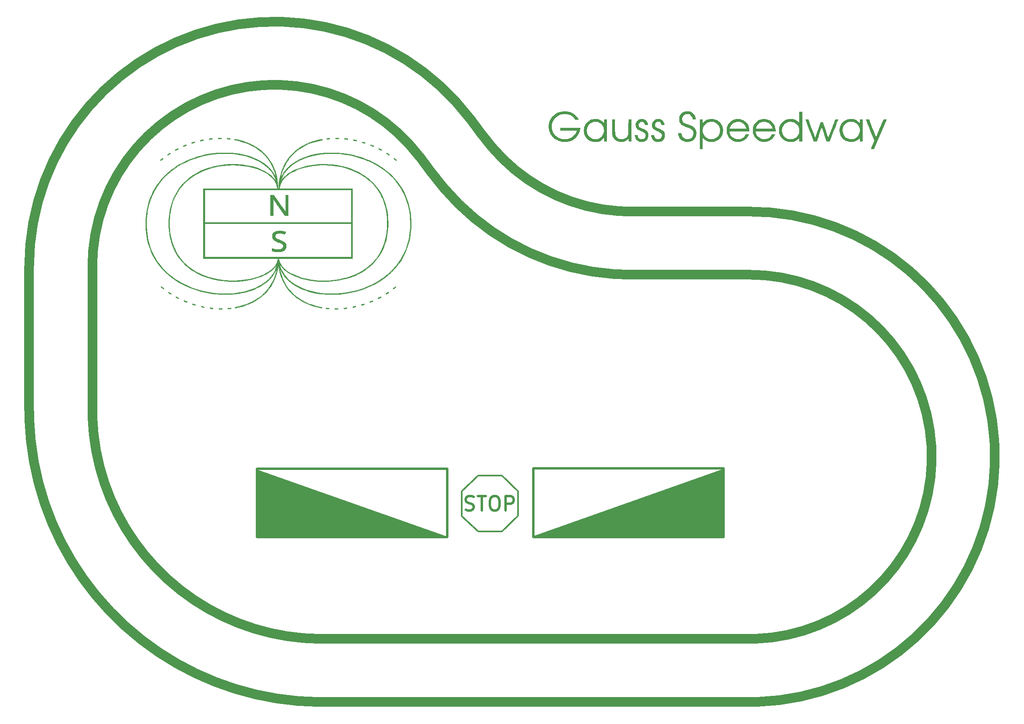
<source format=gbr>
%TF.GenerationSoftware,KiCad,Pcbnew,6.0.2+dfsg-1*%
%TF.CreationDate,2022-11-18T11:13:07-08:00*%
%TF.ProjectId,slot_track,736c6f74-5f74-4726-9163-6b2e6b696361,rev?*%
%TF.SameCoordinates,Original*%
%TF.FileFunction,Legend,Top*%
%TF.FilePolarity,Positive*%
%FSLAX46Y46*%
G04 Gerber Fmt 4.6, Leading zero omitted, Abs format (unit mm)*
G04 Created by KiCad (PCBNEW 6.0.2+dfsg-1) date 2022-11-18 11:13:07*
%MOMM*%
%LPD*%
G01*
G04 APERTURE LIST*
%ADD10C,2.000000*%
%ADD11C,0.500000*%
%ADD12C,0.100000*%
%ADD13C,0.010000*%
%ADD14C,0.300000*%
G04 APERTURE END LIST*
D10*
X181628040Y-93798543D02*
X179203886Y-90617867D01*
X192206029Y-85736525D02*
X189781876Y-82555849D01*
X182675488Y-95172875D02*
X181628040Y-93798543D01*
X193253477Y-87110858D02*
X192206029Y-85736525D01*
X182675488Y-95172875D02*
G75*
G03*
X184307277Y-97205409I41078451J31307914D01*
G01*
X193253477Y-87110858D02*
G75*
G03*
X194465077Y-88620009I30501529J23246777D01*
G01*
X184307277Y-97205409D02*
G75*
G03*
X187422072Y-100574913I39447094J33340770D01*
G01*
X194465077Y-88620009D02*
G75*
G03*
X196777805Y-91121857I29289061J24755163D01*
G01*
X187422072Y-100574913D02*
G75*
G03*
X190823628Y-103654672I36332436J36710361D01*
G01*
X196777805Y-91121857D02*
G75*
G03*
X199303452Y-93408571I26976783J27257390D01*
G01*
X190823628Y-103654672D02*
G75*
G03*
X194485100Y-106420379I32931091J39790372D01*
G01*
X199303452Y-93408571D02*
G75*
G03*
X202022086Y-95462102I24451136J29544092D01*
G01*
X194485100Y-106420379D02*
G75*
G03*
X198377586Y-108850204I29269747J42556288D01*
G01*
X202022086Y-95462102D02*
G75*
G03*
X204912248Y-97266241I21732782J31598056D01*
G01*
X198377586Y-108850204D02*
G75*
G03*
X202470367Y-110924970I25377025J44985725D01*
G01*
X204912248Y-97266241D02*
G75*
G03*
X207951127Y-98806749I18842429J33401895D01*
G01*
X202470367Y-110924970D02*
G75*
G03*
X206731137Y-112628301I21284262J47060493D01*
G01*
X207951127Y-98806749D02*
G75*
G03*
X211114739Y-100071469I15803644J34942612D01*
G01*
X206731137Y-112628301D02*
G75*
G03*
X211126269Y-113946753I17023613J48764215D01*
G01*
X211114739Y-100071469D02*
G75*
G03*
X214378114Y-101050416I12639959J36207220D01*
G01*
X211126269Y-113946753D02*
G75*
G03*
X215621074Y-114869921I12628363J50082187D01*
G01*
X214378114Y-101050416D02*
G75*
G03*
X217715495Y-101735866I9376533J37185916D01*
G01*
X215621074Y-114869921D02*
G75*
G03*
X220180074Y-115390518I8133633J51005828D01*
G01*
X217715495Y-101735866D02*
G75*
G03*
X221100542Y-102122408I6039176J37871479D01*
G01*
X220180074Y-115390518D02*
G75*
G03*
X223754673Y-115514362I3574566J51525240D01*
G01*
X221100542Y-102122408D02*
G75*
G03*
X223754673Y-102214362I2654135J38258136D01*
G01*
X224636969Y-115514362D02*
X223754673Y-115514362D01*
X224636969Y-102214362D02*
X223754673Y-102214362D01*
X228636121Y-115514362D02*
X224636969Y-115514362D01*
X228636121Y-102214362D02*
X224636969Y-102214362D01*
X232635273Y-115514362D02*
X228636121Y-115514362D01*
X232635273Y-102214362D02*
X228636121Y-102214362D01*
X236634425Y-115514362D02*
X232635273Y-115514362D01*
X236634425Y-102214362D02*
X232635273Y-102214362D01*
X240633577Y-115514362D02*
X236634425Y-115514362D01*
X240633577Y-102214362D02*
X236634425Y-102214362D01*
X244632730Y-115514362D02*
X240633577Y-115514362D01*
X244632730Y-102214362D02*
X240633577Y-102214362D01*
X248631882Y-115514362D02*
X244632730Y-115514362D01*
X248631882Y-102214362D02*
X244632730Y-102214362D01*
X248702690Y-115514362D02*
X248631882Y-115514362D01*
X248702690Y-102214362D02*
X248631882Y-102214362D01*
X252046261Y-115660396D02*
G75*
G03*
X248702690Y-115514362I-3343559J-38203635D01*
G01*
X253205830Y-102411041D02*
G75*
G03*
X248702690Y-102214362I-4503141J-51453373D01*
G01*
X255423787Y-116107914D02*
G75*
G03*
X252046261Y-115660396I-6721086J-37756391D01*
G01*
X257754702Y-103013762D02*
G75*
G03*
X253205830Y-102411041I-9052038J-50850738D01*
G01*
X258748265Y-116853433D02*
G75*
G03*
X255423787Y-116107914I-10045567J-37010848D01*
G01*
X262232129Y-104017830D02*
G75*
G03*
X257754702Y-103013762I-13529280J-49845837D01*
G01*
X261993457Y-117891067D02*
G75*
G03*
X258748265Y-116853433I-13290522J-35972529D01*
G01*
X266602772Y-105415321D02*
G75*
G03*
X262232129Y-104017830I-17900296J-48449723D01*
G01*
X265133749Y-119212627D02*
G75*
G03*
X261993457Y-117891067I-16430793J-34651101D01*
G01*
X270832135Y-107195206D02*
G75*
G03*
X266602772Y-105415321I-22129576J-46669453D01*
G01*
X268144356Y-120807682D02*
G75*
G03*
X265133749Y-119212627I-19441672J-33056701D01*
G01*
X274886838Y-109343436D02*
G75*
G03*
X270832135Y-107195206I-26184258J-44521134D01*
G01*
X271001516Y-122663644D02*
G75*
G03*
X268144356Y-120807682I-22298826J-31200711D01*
G01*
X278734877Y-111843055D02*
G75*
G03*
X274886838Y-109343436I-30032282J-42021461D01*
G01*
X273682678Y-124765863D02*
G75*
G03*
X271001516Y-122663644I-24979979J-29098488D01*
G01*
X282345881Y-114674336D02*
G75*
G03*
X278734877Y-111843055I-33643237J-39190074D01*
G01*
X276166681Y-127097747D02*
G75*
G03*
X273682678Y-124765863I-27464066J-26766703D01*
G01*
X285691351Y-117814931D02*
G75*
G03*
X282345881Y-114674336I-36988344J-36049106D01*
G01*
X278433919Y-129640892D02*
G75*
G03*
X276166681Y-127097747I-29731648J-24223843D01*
G01*
X288744880Y-121240054D02*
G75*
G03*
X285691351Y-117814931I-40042317J-32624411D01*
G01*
X280466498Y-132375225D02*
G75*
G03*
X278433919Y-129640892I-31764160J-21489404D01*
G01*
X291482368Y-124922670D02*
G75*
G03*
X288744880Y-121240054I-42779628J-28941646D01*
G01*
X282248374Y-135279166D02*
G75*
G03*
X280466498Y-132375225I-33545612J-18585137D01*
G01*
X293882210Y-128833713D02*
G75*
G03*
X291482368Y-124922670I-45178893J-25030269D01*
G01*
X283765486Y-138329793D02*
G75*
G03*
X282248374Y-135279166I-35062983J-15534674D01*
G01*
X295925465Y-132942316D02*
G75*
G03*
X293882210Y-128833713I-47222429J-20921883D01*
G01*
X285005857Y-141503031D02*
G75*
G03*
X283765486Y-138329793I-36303357J-12361396D01*
G01*
X297596004Y-137216050D02*
G75*
G03*
X295925465Y-132942316I-48893102J-16648224D01*
G01*
X285959699Y-144773832D02*
G75*
G03*
X285005857Y-141503031I-37256719J-9090448D01*
G01*
X298880643Y-141621184D02*
G75*
G03*
X297596004Y-137216050I-50178300J-12243282D01*
G01*
X286619483Y-148116382D02*
G75*
G03*
X285959699Y-144773832I-37916323J-5747889D01*
G01*
X299769244Y-146122949D02*
G75*
G03*
X298880644Y-141621184I-51066976J-7741489D01*
G01*
X286980001Y-151504299D02*
G75*
G03*
X286619483Y-148116382I-38277423J-2360070D01*
G01*
X300254793Y-150685815D02*
G75*
G03*
X299769244Y-146122949I-51552518J-3178599D01*
G01*
X287038409Y-154910843D02*
G75*
G03*
X286980001Y-151504299I-38335996J1046471D01*
G01*
X300333456Y-155273769D02*
G75*
G03*
X300254793Y-150685815I-51630595J1409416D01*
G01*
X286794244Y-158309128D02*
G75*
G03*
X287038409Y-154910843I-38090935J4444728D01*
G01*
X300004614Y-159850598D02*
G75*
G03*
X300333456Y-155273769I-51301276J5986189D01*
G01*
X286249435Y-161672331D02*
G75*
G03*
X286794244Y-158309128I-37545939J7807837D01*
G01*
X299270862Y-164380180D02*
G75*
G03*
X300004614Y-159850598I-50567924J10515776D01*
G01*
X285408281Y-164973909D02*
G75*
G03*
X286249435Y-161672331I-36704861J11109360D01*
G01*
X298137991Y-168826764D02*
G75*
G03*
X299270862Y-164380180I-49435704J14962503D01*
G01*
X284277421Y-168187803D02*
G75*
G03*
X285408281Y-164973909I-35574064J14323206D01*
G01*
X296614943Y-173155254D02*
G75*
G03*
X298137991Y-168826764I-47912393J19290936D01*
G01*
X282865781Y-171288646D02*
G75*
G03*
X284277421Y-168187803I-34162811J17424155D01*
G01*
X294713738Y-177331487D02*
G75*
G03*
X296614943Y-173155254I-46011123J23467160D01*
G01*
X281184503Y-174251964D02*
G75*
G03*
X282865781Y-171288646I-32482357J20387905D01*
G01*
X292449382Y-181322501D02*
G75*
G03*
X294713738Y-177331487I-43746645J27458117D01*
G01*
X279246855Y-177054370D02*
G75*
G03*
X281184503Y-174251964I-30544525J23190258D01*
G01*
X289839747Y-185096797D02*
G75*
G03*
X292449382Y-181322501I-41136764J31232233D01*
G01*
X277068132Y-179673744D02*
G75*
G03*
X279246855Y-177054370I-28365356J25809308D01*
G01*
X286905430Y-188624585D02*
G75*
G03*
X289839747Y-185096797I-38202887J34760346D01*
G01*
X274665529Y-182089412D02*
G75*
G03*
X277068132Y-179673744I-25962426J28224648D01*
G01*
X283669591Y-191878022D02*
G75*
G03*
X286905430Y-188624585I-34966632J38013382D01*
G01*
X272058010Y-184282309D02*
G75*
G03*
X274665529Y-182089412I-23355472J30418124D01*
G01*
X280157769Y-194831428D02*
G75*
G03*
X283669591Y-191878022I-31455366J40967410D01*
G01*
X269266154Y-186235127D02*
G75*
G03*
X272058010Y-184282309I-20563410J32370686D01*
G01*
X276397681Y-197461494D02*
G75*
G03*
X280157769Y-194831428I-27695210J43597454D01*
G01*
X266311997Y-187932453D02*
G75*
G03*
X269266154Y-186235127I-17609545J34068493D01*
G01*
X272419006Y-199747462D02*
G75*
G03*
X276397681Y-197461494I-23716336J45883121D01*
G01*
X263218856Y-189360889D02*
G75*
G03*
X266311997Y-187932453I-14516281J35496782D01*
G01*
X268253146Y-201671288D02*
G75*
G03*
X272419006Y-199747462I-19550298J47806586D01*
G01*
X260011143Y-190509162D02*
G75*
G03*
X263218856Y-189360889I-11308341J36644499D01*
G01*
X263932979Y-203217789D02*
G75*
G03*
X268253146Y-201671288I-15230355J49353624D01*
G01*
X256714175Y-191368210D02*
G75*
G03*
X260011143Y-190509162I-8011570J37504155D01*
G01*
X259492605Y-204374759D02*
G75*
G03*
X263932979Y-203217789I-10789860J50510182D01*
G01*
X253353976Y-191931251D02*
G75*
G03*
X256714175Y-191368210I-4651285J38066890D01*
G01*
X254967069Y-205133067D02*
G75*
G03*
X259492605Y-204374759I-6264334J51268380D01*
G01*
X249957066Y-192193842D02*
G75*
G03*
X253353976Y-191931251I-1254401J38329812D01*
G01*
X250392090Y-205486726D02*
G75*
G03*
X254967069Y-205133067I-1689461J51623178D01*
G01*
X248702690Y-192214362D02*
G75*
G03*
X249957066Y-192193842I-29J38351667D01*
G01*
X248702690Y-205514362D02*
G75*
G03*
X250392090Y-205486726I22J51649356D01*
G01*
X246175689Y-192214362D02*
X248702690Y-192214362D01*
X246175689Y-205514362D02*
X248702690Y-205514362D01*
X242176537Y-192214362D02*
X246175689Y-192214362D01*
X242176537Y-205514362D02*
X246175689Y-205514362D01*
X238177385Y-192214362D02*
X242176537Y-192214362D01*
X238177385Y-205514362D02*
X242176537Y-205514362D01*
X234178233Y-192214362D02*
X238177385Y-192214362D01*
X234178233Y-205514362D02*
X238177385Y-205514362D01*
X230179081Y-192214362D02*
X234178233Y-192214362D01*
X230179081Y-205514362D02*
X234178233Y-205514362D01*
X226179928Y-192214362D02*
X230179081Y-192214362D01*
X226179928Y-205514362D02*
X230179081Y-205514362D01*
X222180776Y-192214362D02*
X226179928Y-192214362D01*
X222180776Y-205514362D02*
X226179928Y-205514362D01*
X218181624Y-192214362D02*
X222180776Y-192214362D01*
X218181624Y-205514362D02*
X222180776Y-205514362D01*
X214182472Y-192214362D02*
X218181624Y-192214362D01*
X214182472Y-205514362D02*
X218181624Y-205514362D01*
X210183320Y-192214362D02*
X214182472Y-192214362D01*
X210183320Y-205514362D02*
X214182472Y-205514362D01*
X206184167Y-192214362D02*
X210183320Y-192214362D01*
X206184167Y-205514362D02*
X210183320Y-205514362D01*
X202185015Y-192214362D02*
X206184167Y-192214362D01*
X202185015Y-205514362D02*
X206184167Y-205514362D01*
X198185863Y-192214362D02*
X202185015Y-192214362D01*
X198185863Y-205514362D02*
X202185015Y-205514362D01*
X194186711Y-192214362D02*
X198185863Y-192214362D01*
X194186711Y-205514362D02*
X198185863Y-205514362D01*
X190187559Y-192214362D02*
X194186711Y-192214362D01*
X190187559Y-205514362D02*
X194186711Y-205514362D01*
X186188406Y-192214362D02*
X190187559Y-192214362D01*
X186188406Y-205514362D02*
X190187559Y-205514362D01*
X182189254Y-192214362D02*
X186188406Y-192214362D01*
X182189254Y-205514362D02*
X186188406Y-205514362D01*
X178190102Y-192214362D02*
X182189254Y-192214362D01*
X178190102Y-205514362D02*
X182189254Y-205514362D01*
X174190950Y-192214362D02*
X178190102Y-192214362D01*
X174190950Y-205514362D02*
X178190102Y-205514362D01*
X170191798Y-192214362D02*
X174190950Y-192214362D01*
X170191798Y-205514362D02*
X174190950Y-205514362D01*
X166192645Y-192214362D02*
X170191798Y-192214362D01*
X166192645Y-205514362D02*
X170191798Y-205514362D01*
X162193493Y-192214362D02*
X166192645Y-192214362D01*
X162193493Y-205514362D02*
X166192645Y-205514362D01*
X158702691Y-192214362D02*
X162193493Y-192214362D01*
X158702691Y-205514362D02*
X162193493Y-205514362D01*
X158255811Y-192212297D02*
G75*
G03*
X158702691Y-192214362I447033J48385954D01*
G01*
X158132885Y-205511729D02*
G75*
G03*
X158702691Y-205514362I569930J61681261D01*
G01*
X154744621Y-192052080D02*
G75*
G03*
X158255811Y-192212297I3958042J48186990D01*
G01*
X153655845Y-205307440D02*
G75*
G03*
X158132885Y-205511729I5046879J61443675D01*
G01*
X151254348Y-191637207D02*
G75*
G03*
X154744621Y-192052080I7448341J47772889D01*
G01*
X149205476Y-204778444D02*
G75*
G03*
X153655845Y-205307440I9497195J60913908D01*
G01*
X147803436Y-190969869D02*
G75*
G03*
X151254348Y-191637207I10899385J47106194D01*
G01*
X144805296Y-203927537D02*
G75*
G03*
X149205476Y-204778444I13897359J60063049D01*
G01*
X144410124Y-190053593D02*
G75*
G03*
X147803436Y-190969869I14292789J46190042D01*
G01*
X140478560Y-202759214D02*
G75*
G03*
X144805296Y-203927537I18224401J58895835D01*
G01*
X141092344Y-188893222D02*
G75*
G03*
X144410124Y-190053593I17610393J45029000D01*
G01*
X136248133Y-201279651D02*
G75*
G03*
X140478560Y-202759214I22454606J57415440D01*
G01*
X137867629Y-187494887D02*
G75*
G03*
X141092344Y-188893222I20835300J43631061D01*
G01*
X132136371Y-199496665D02*
G75*
G03*
X136248133Y-201279651I26566230J55632070D01*
G01*
X134753020Y-185865979D02*
G75*
G03*
X137867629Y-187494887I23950022J42002303D01*
G01*
X128165004Y-197419681D02*
G75*
G03*
X132136371Y-199496665I30537641J53555237D01*
G01*
X131764978Y-184015105D02*
G75*
G03*
X134753020Y-185865979I26938027J40151243D01*
G01*
X124355018Y-195059674D02*
G75*
G03*
X128165004Y-197419681I34347679J51195341D01*
G01*
X128919294Y-181952048D02*
G75*
G03*
X131764978Y-184015105I29783921J38088413D01*
G01*
X120726550Y-192429115D02*
G75*
G03*
X124355018Y-195059674I37976377J48565061D01*
G01*
X126231005Y-179687709D02*
G75*
G03*
X128919294Y-181952048I32472488J35824304D01*
G01*
X117298773Y-189541907D02*
G75*
G03*
X120726550Y-192429115I41403946J45677583D01*
G01*
X123714319Y-177234054D02*
G75*
G03*
X126231005Y-179687709I34988773J33370091D01*
G01*
X114089803Y-186413308D02*
G75*
G03*
X117298773Y-189541907I44612254J42548302D01*
G01*
X121382535Y-174604052D02*
G75*
G03*
X123714319Y-177234054I37320639J30740130D01*
G01*
X111116598Y-183059851D02*
G75*
G03*
X114089803Y-186413308I47586345J39195716D01*
G01*
X119247977Y-171811600D02*
G75*
G03*
X121382535Y-174604052I39454766J27947275D01*
G01*
X108394871Y-179499258D02*
G75*
G03*
X111116598Y-183059851I50308524J35635429D01*
G01*
X117321925Y-168871455D02*
G75*
G03*
X119247977Y-171811600I41380412J25006849D01*
G01*
X105939004Y-175750345D02*
G75*
G03*
X108394871Y-179499258I52763806J31886062D01*
G01*
X115614556Y-165799156D02*
G75*
G03*
X117321925Y-168871455I43088085J21934778D01*
G01*
X103761978Y-171832926D02*
G75*
G03*
X105939004Y-175750345I54941078J27968759D01*
G01*
X114134895Y-162610939D02*
G75*
G03*
X115614556Y-165799156I44567415J18746404D01*
G01*
X101875295Y-167767701D02*
G75*
G03*
X103761978Y-171832926I56826363J23902864D01*
G01*
X112890761Y-159323651D02*
G75*
G03*
X114134895Y-162610939I45812727J15459584D01*
G01*
X100288927Y-163576155D02*
G75*
G03*
X101875295Y-167767701I58414317J19712009D01*
G01*
X111888728Y-155954667D02*
G75*
G03*
X112890761Y-159323651I46815010J12090625D01*
G01*
X99011258Y-159280438D02*
G75*
G03*
X100288927Y-163576155I59691702J15416152D01*
G01*
X111134093Y-152521788D02*
G75*
G03*
X111888728Y-155954667I47569286J8657568D01*
G01*
X98049039Y-154903252D02*
G75*
G03*
X99011258Y-159280438I60653509J11038861D01*
G01*
X110630842Y-149043158D02*
G75*
G03*
X111134093Y-152521788I48072212J5178856D01*
G01*
X97407356Y-150467729D02*
G75*
G03*
X98049039Y-154903252I61295661J6603409D01*
G01*
X110381637Y-145537160D02*
G75*
G03*
X110630842Y-149043158I48321675J1672831D01*
G01*
X97089599Y-145997309D02*
G75*
G03*
X97407356Y-150467729I61613074J2132948D01*
G01*
X110352691Y-143864362D02*
G75*
G03*
X110381637Y-145537160I48346256J-69D01*
G01*
X97052691Y-143864362D02*
G75*
G03*
X97089599Y-145997309I61648803J-37D01*
G01*
X110352691Y-141768462D02*
X110352691Y-143864362D01*
X97052691Y-141768462D02*
X97052691Y-143864362D01*
X110352691Y-137769310D02*
X110352691Y-141768462D01*
X97052691Y-137769310D02*
X97052691Y-141768462D01*
X110352691Y-133770158D02*
X110352691Y-137769310D01*
X97052691Y-133770158D02*
X97052691Y-137769310D01*
X110352691Y-129771006D02*
X110352691Y-133770158D01*
X97052691Y-129771006D02*
X97052691Y-133770158D01*
X110352691Y-125771853D02*
X110352691Y-129771006D01*
X97052691Y-125771853D02*
X97052691Y-129771006D01*
X110352691Y-121772701D02*
X110352691Y-125771853D01*
X97052691Y-121772701D02*
X97052691Y-125771853D01*
X110352691Y-117773549D02*
X110352691Y-121772701D01*
X97052691Y-117773549D02*
X97052691Y-121772701D01*
X110352691Y-113864362D02*
X110352691Y-117773549D01*
X97052691Y-113864362D02*
X97052691Y-117773549D01*
X110352767Y-113787692D02*
G75*
G03*
X110352691Y-113864362I38609767J-76607D01*
G01*
X97052794Y-113761102D02*
G75*
G03*
X97052691Y-113864362I50357633J-101861D01*
G01*
X110510914Y-110384319D02*
G75*
G03*
X110352767Y-113787692I38191465J-3480031D01*
G01*
X97265787Y-109177420D02*
G75*
G03*
X97052794Y-113761102I51437067J-4686950D01*
G01*
X110970497Y-107008413D02*
G75*
G03*
X110510914Y-110384319I37732153J-6855937D01*
G01*
X97884755Y-104630731D02*
G75*
G03*
X97265787Y-109177420I50817388J-9233552D01*
G01*
X111727887Y-103686620D02*
G75*
G03*
X110970496Y-107008413I36975277J-10177852D01*
G01*
X98904814Y-100156920D02*
G75*
G03*
X97884755Y-104630731I49798296J-13707542D01*
G01*
X112777109Y-100445156D02*
G75*
G03*
X111727887Y-103686620I35925988J-13419342D01*
G01*
X100317911Y-95791298D02*
G75*
G03*
X98904814Y-100156920I48384468J-18072956D01*
G01*
X114109880Y-97309605D02*
G75*
G03*
X112777109Y-100445156I34593202J-16554920D01*
G01*
X102112895Y-91568321D02*
G75*
G03*
X100317911Y-95791298I46589563J-22295947D01*
G01*
X115715682Y-94304716D02*
G75*
G03*
X114109880Y-97309605I32987002J-19559649D01*
G01*
X104275598Y-87521319D02*
G75*
G03*
X102112895Y-91568321I44426638J-26342803D01*
G01*
X117581839Y-91454206D02*
G75*
G03*
X115715682Y-94304716I31120598J-22409989D01*
G01*
X106788949Y-83682235D02*
G75*
G03*
X104275598Y-87521319I41914031J-30182309D01*
G01*
X119693624Y-88780571D02*
G75*
G03*
X117581839Y-91454206I29009512J-25084139D01*
G01*
X109633113Y-80081369D02*
G75*
G03*
X106788949Y-83682235I39069346J-33782812D01*
G01*
X122034368Y-86304916D02*
G75*
G03*
X119693624Y-88780571I26668421J-27559544D01*
G01*
X112785641Y-76747142D02*
G75*
G03*
X109633113Y-80081369I35916720J-37116914D01*
G01*
X124585597Y-84046778D02*
G75*
G03*
X122034368Y-86304916I24117055J-29817535D01*
G01*
X116221651Y-73705869D02*
G75*
G03*
X112785641Y-76747142I32480957J-40158396D01*
G01*
X127327175Y-82023981D02*
G75*
G03*
X124585597Y-84046778I21375765J-31840717D01*
G01*
X119914024Y-70981555D02*
G75*
G03*
X116221651Y-73705869I28788579J-42882695D01*
G01*
X130237463Y-80252491D02*
G75*
G03*
X127327175Y-82023981I18465386J-33612139D01*
G01*
X123833617Y-68595701D02*
G75*
G03*
X119914024Y-70981555I24869122J-45268734D01*
G01*
X133293492Y-78746289D02*
G75*
G03*
X130237463Y-80252491I15408986J-35117658D01*
G01*
X127949493Y-66567139D02*
G75*
G03*
X123833617Y-68595701I20753184J-47297189D01*
G01*
X136471140Y-77517262D02*
G75*
G03*
X133293492Y-78746289I12231567J-36347119D01*
G01*
X132229168Y-64911879D02*
G75*
G03*
X127949493Y-66567139I16473534J-48952505D01*
G01*
X139745328Y-76575112D02*
G75*
G03*
X136471140Y-77517262I8957587J-37290030D01*
G01*
X136638864Y-63642986D02*
G75*
G03*
X132229168Y-64911879I12063999J-50221984D01*
G01*
X143090214Y-75927275D02*
G75*
G03*
X139745328Y-76575112I5612415J-37936806D01*
G01*
X141143775Y-62770475D02*
G75*
G03*
X136638864Y-63642986I7558913J-51093888D01*
G01*
X146479398Y-75578863D02*
G75*
G03*
X143090214Y-75927275I2223215J-38284747D01*
G01*
X145708347Y-62301232D02*
G75*
G03*
X141143775Y-62770475I2994321J-51562933D01*
G01*
X149886129Y-75532626D02*
G75*
G03*
X146479398Y-75578863I-1183426J-38332126D01*
G01*
X150296552Y-62238960D02*
G75*
G03*
X145708347Y-62301232I-1593853J-51625600D01*
G01*
X153283519Y-75788930D02*
G75*
G03*
X149886129Y-75532626I-4580837J-38075544D01*
G01*
X154872177Y-62584152D02*
G75*
G03*
X150296552Y-62238960I-6169520J-51280615D01*
G01*
X156644755Y-76345752D02*
G75*
G03*
X153283519Y-75788930I-7942003J-37518215D01*
G01*
X159399109Y-63334083D02*
G75*
G03*
X154872177Y-62584152I-10696426J-50530301D01*
G01*
X159943306Y-77198696D02*
G75*
G03*
X156644755Y-76345752I-11240701J-36666006D01*
G01*
X163841617Y-64482833D02*
G75*
G03*
X159399109Y-63334083I-15138978J-49381743D01*
G01*
X163153139Y-78341031D02*
G75*
G03*
X159943306Y-77198696I-14450437J-35523303D01*
G01*
X168164638Y-66021336D02*
G75*
G03*
X163841617Y-64482833I-19461962J-47843079D01*
G01*
X166248919Y-79763741D02*
G75*
G03*
X163153139Y-78341031I-17546276J-34100718D01*
G01*
X172334052Y-67937450D02*
G75*
G03*
X168164638Y-66021336I-23631508J-45927220D01*
G01*
X169206212Y-81455596D02*
G75*
G03*
X166248919Y-79763741I-20503463J-32408669D01*
G01*
X176316951Y-70216050D02*
G75*
G03*
X172334052Y-67937450I-27614163J-43648149D01*
G01*
X172001677Y-83403244D02*
G75*
G03*
X169206212Y-81455596I-23299244J-30461481D01*
G01*
X180081899Y-72839153D02*
G75*
G03*
X176316951Y-70216050I-31379423J-41025512D01*
G01*
X174613250Y-85591311D02*
G75*
G03*
X172001677Y-83403244I-25910688J-28273210D01*
G01*
X183599181Y-75786055D02*
G75*
G03*
X180081899Y-72839153I-34896768J-38078641D01*
G01*
X177020319Y-88002529D02*
G75*
G03*
X174613250Y-85591311I-28317316J-25861518D01*
G01*
X186841035Y-79033497D02*
G75*
G03*
X183599181Y-75786055I-38138295J-34830810D01*
G01*
X179203886Y-90617867D02*
G75*
G03*
X177020319Y-88002529I-30501364J-23246629D01*
G01*
X189781876Y-82555849D02*
G75*
G03*
X186841035Y-79033497I-41078922J-31308291D01*
G01*
D11*
X145050000Y-170800000D02*
X185050000Y-170800000D01*
X145050000Y-170800000D02*
X145050000Y-156400000D01*
X185050000Y-156400000D02*
X145050000Y-156400000D01*
X243250000Y-156300000D02*
X243250000Y-170750000D01*
X203200000Y-170750000D02*
X203200000Y-156300000D01*
D12*
X145150000Y-156650000D02*
X184850000Y-170600000D01*
X184850000Y-170600000D02*
X145150000Y-170750000D01*
X145150000Y-170750000D02*
X145150000Y-156650000D01*
G36*
X184850000Y-170600000D02*
G01*
X145150000Y-170750000D01*
X145150000Y-156650000D01*
X184850000Y-170600000D01*
G37*
X184850000Y-170600000D02*
X145150000Y-170750000D01*
X145150000Y-156650000D01*
X184850000Y-170600000D01*
D11*
X185050000Y-156400000D02*
X185050000Y-170800000D01*
D12*
X203350000Y-170550000D02*
X243100000Y-156500000D01*
X243100000Y-156500000D02*
X243050000Y-170550000D01*
X243050000Y-170550000D02*
X203350000Y-170550000D01*
G36*
X243050000Y-170550000D02*
G01*
X203350000Y-170550000D01*
X243100000Y-156500000D01*
X243050000Y-170550000D01*
G37*
X243050000Y-170550000D02*
X203350000Y-170550000D01*
X243100000Y-156500000D01*
X243050000Y-170550000D01*
D11*
X243250000Y-170750000D02*
X203200000Y-170750000D01*
X203200000Y-156300000D02*
X243250000Y-156300000D01*
%TO.C,T2*%
X188928571Y-165014285D02*
X189357142Y-165157142D01*
X190071428Y-165157142D01*
X190357142Y-165014285D01*
X190500000Y-164871428D01*
X190642857Y-164585714D01*
X190642857Y-164300000D01*
X190500000Y-164014285D01*
X190357142Y-163871428D01*
X190071428Y-163728571D01*
X189500000Y-163585714D01*
X189214285Y-163442857D01*
X189071428Y-163300000D01*
X188928571Y-163014285D01*
X188928571Y-162728571D01*
X189071428Y-162442857D01*
X189214285Y-162300000D01*
X189500000Y-162157142D01*
X190214285Y-162157142D01*
X190642857Y-162300000D01*
X191500000Y-162157142D02*
X193214285Y-162157142D01*
X192357142Y-165157142D02*
X192357142Y-162157142D01*
X194785714Y-162157142D02*
X195357142Y-162157142D01*
X195642857Y-162300000D01*
X195928571Y-162585714D01*
X196071428Y-163157142D01*
X196071428Y-164157142D01*
X195928571Y-164728571D01*
X195642857Y-165014285D01*
X195357142Y-165157142D01*
X194785714Y-165157142D01*
X194500000Y-165014285D01*
X194214285Y-164728571D01*
X194071428Y-164157142D01*
X194071428Y-163157142D01*
X194214285Y-162585714D01*
X194500000Y-162300000D01*
X194785714Y-162157142D01*
X197357142Y-165157142D02*
X197357142Y-162157142D01*
X198500000Y-162157142D01*
X198785714Y-162300000D01*
X198928571Y-162442857D01*
X199071428Y-162728571D01*
X199071428Y-163157142D01*
X198928571Y-163442857D01*
X198785714Y-163585714D01*
X198500000Y-163728571D01*
X197357142Y-163728571D01*
D13*
%TO.C,G1*%
X137621834Y-122779000D02*
X137351959Y-122775829D01*
X137351959Y-122775829D02*
X137243836Y-122773931D01*
X137243836Y-122773931D02*
X137146390Y-122771076D01*
X137146390Y-122771076D02*
X137070005Y-122767643D01*
X137070005Y-122767643D02*
X137025067Y-122764013D01*
X137025067Y-122764013D02*
X137023875Y-122763839D01*
X137023875Y-122763839D02*
X136985965Y-122753248D01*
X136985965Y-122753248D02*
X136969407Y-122728057D01*
X136969407Y-122728057D02*
X136965670Y-122674771D01*
X136965670Y-122674771D02*
X136965667Y-122671761D01*
X136965667Y-122671761D02*
X136965667Y-122588500D01*
X136965667Y-122588500D02*
X137621834Y-122588500D01*
X137621834Y-122588500D02*
X137621834Y-122779000D01*
X137621834Y-122779000D02*
X137621834Y-122779000D01*
G36*
X137621834Y-122779000D02*
G01*
X137351959Y-122775829D01*
X137243836Y-122773931D01*
X137146390Y-122771076D01*
X137070005Y-122767643D01*
X137025067Y-122764013D01*
X137023875Y-122763839D01*
X136985965Y-122753248D01*
X136969407Y-122728057D01*
X136965670Y-122674771D01*
X136965667Y-122671761D01*
X136965667Y-122588500D01*
X137621834Y-122588500D01*
X137621834Y-122779000D01*
G37*
X137621834Y-122779000D02*
X137351959Y-122775829D01*
X137243836Y-122773931D01*
X137146390Y-122771076D01*
X137070005Y-122767643D01*
X137025067Y-122764013D01*
X137023875Y-122763839D01*
X136985965Y-122753248D01*
X136969407Y-122728057D01*
X136965670Y-122674771D01*
X136965667Y-122671761D01*
X136965667Y-122588500D01*
X137621834Y-122588500D01*
X137621834Y-122779000D01*
X162027000Y-122670397D02*
X162023953Y-122724116D01*
X162023953Y-122724116D02*
X162006728Y-122750063D01*
X162006728Y-122750063D02*
X161963203Y-122762751D01*
X161963203Y-122762751D02*
X161947625Y-122765414D01*
X161947625Y-122765414D02*
X161893643Y-122770841D01*
X161893643Y-122770841D02*
X161809974Y-122775221D01*
X161809974Y-122775221D02*
X161709258Y-122778022D01*
X161709258Y-122778022D02*
X161630125Y-122778767D01*
X161630125Y-122778767D02*
X161392000Y-122779000D01*
X161392000Y-122779000D02*
X161392000Y-122588500D01*
X161392000Y-122588500D02*
X162027000Y-122588500D01*
X162027000Y-122588500D02*
X162027000Y-122670397D01*
X162027000Y-122670397D02*
X162027000Y-122670397D01*
G36*
X162027000Y-122670397D02*
G01*
X162023953Y-122724116D01*
X162006728Y-122750063D01*
X161963203Y-122762751D01*
X161947625Y-122765414D01*
X161893643Y-122770841D01*
X161809974Y-122775221D01*
X161709258Y-122778022D01*
X161630125Y-122778767D01*
X161392000Y-122779000D01*
X161392000Y-122588500D01*
X162027000Y-122588500D01*
X162027000Y-122670397D01*
G37*
X162027000Y-122670397D02*
X162023953Y-122724116D01*
X162006728Y-122750063D01*
X161963203Y-122762751D01*
X161947625Y-122765414D01*
X161893643Y-122770841D01*
X161809974Y-122775221D01*
X161709258Y-122778022D01*
X161630125Y-122778767D01*
X161392000Y-122779000D01*
X161392000Y-122588500D01*
X162027000Y-122588500D01*
X162027000Y-122670397D01*
X139486835Y-122500409D02*
X139491334Y-122502334D01*
X139491334Y-122502334D02*
X139501370Y-122533482D01*
X139501370Y-122533482D02*
X139502355Y-122586023D01*
X139502355Y-122586023D02*
X139501917Y-122591100D01*
X139501917Y-122591100D02*
X139495084Y-122662584D01*
X139495084Y-122662584D02*
X139262250Y-122687054D01*
X139262250Y-122687054D02*
X139117246Y-122701450D01*
X139117246Y-122701450D02*
X139009574Y-122710022D01*
X139009574Y-122710022D02*
X138934656Y-122712935D01*
X138934656Y-122712935D02*
X138887916Y-122710353D01*
X138887916Y-122710353D02*
X138864778Y-122702442D01*
X138864778Y-122702442D02*
X138863611Y-122701389D01*
X138863611Y-122701389D02*
X138853581Y-122673049D01*
X138853581Y-122673049D02*
X138849854Y-122626365D01*
X138849854Y-122626365D02*
X138852230Y-122579091D01*
X138852230Y-122579091D02*
X138860507Y-122548985D01*
X138860507Y-122548985D02*
X138865375Y-122545727D01*
X138865375Y-122545727D02*
X138891134Y-122543532D01*
X138891134Y-122543532D02*
X138950944Y-122537809D01*
X138950944Y-122537809D02*
X139036746Y-122529345D01*
X139036746Y-122529345D02*
X139140478Y-122518931D01*
X139140478Y-122518931D02*
X139177584Y-122515169D01*
X139177584Y-122515169D02*
X139285585Y-122505480D01*
X139285585Y-122505480D02*
X139378525Y-122499569D01*
X139378525Y-122499569D02*
X139448307Y-122497769D01*
X139448307Y-122497769D02*
X139486835Y-122500409D01*
X139486835Y-122500409D02*
X139486835Y-122500409D01*
G36*
X139486835Y-122500409D02*
G01*
X139491334Y-122502334D01*
X139501370Y-122533482D01*
X139502355Y-122586023D01*
X139501917Y-122591100D01*
X139495084Y-122662584D01*
X139262250Y-122687054D01*
X139117246Y-122701450D01*
X139009574Y-122710022D01*
X138934656Y-122712935D01*
X138887916Y-122710353D01*
X138864778Y-122702442D01*
X138863611Y-122701389D01*
X138853581Y-122673049D01*
X138849854Y-122626365D01*
X138852230Y-122579091D01*
X138860507Y-122548985D01*
X138865375Y-122545727D01*
X138891134Y-122543532D01*
X138950944Y-122537809D01*
X139036746Y-122529345D01*
X139140478Y-122518931D01*
X139177584Y-122515169D01*
X139285585Y-122505480D01*
X139378525Y-122499569D01*
X139448307Y-122497769D01*
X139486835Y-122500409D01*
G37*
X139486835Y-122500409D02*
X139491334Y-122502334D01*
X139501370Y-122533482D01*
X139502355Y-122586023D01*
X139501917Y-122591100D01*
X139495084Y-122662584D01*
X139262250Y-122687054D01*
X139117246Y-122701450D01*
X139009574Y-122710022D01*
X138934656Y-122712935D01*
X138887916Y-122710353D01*
X138864778Y-122702442D01*
X138863611Y-122701389D01*
X138853581Y-122673049D01*
X138849854Y-122626365D01*
X138852230Y-122579091D01*
X138860507Y-122548985D01*
X138865375Y-122545727D01*
X138891134Y-122543532D01*
X138950944Y-122537809D01*
X139036746Y-122529345D01*
X139140478Y-122518931D01*
X139177584Y-122515169D01*
X139285585Y-122505480D01*
X139378525Y-122499569D01*
X139448307Y-122497769D01*
X139486835Y-122500409D01*
X159593154Y-122494306D02*
X159677109Y-122500880D01*
X159677109Y-122500880D02*
X159779571Y-122510583D01*
X159779571Y-122510583D02*
X159816608Y-122514429D01*
X159816608Y-122514429D02*
X159924210Y-122525749D01*
X159924210Y-122525749D02*
X160016560Y-122535277D01*
X160016560Y-122535277D02*
X160085581Y-122542194D01*
X160085581Y-122542194D02*
X160123193Y-122545682D01*
X160123193Y-122545682D02*
X160127292Y-122545940D01*
X160127292Y-122545940D02*
X160137238Y-122564883D01*
X160137238Y-122564883D02*
X160142765Y-122611920D01*
X160142765Y-122611920D02*
X160143167Y-122630834D01*
X160143167Y-122630834D02*
X160143167Y-122715500D01*
X160143167Y-122715500D02*
X160042625Y-122712456D01*
X160042625Y-122712456D02*
X159977741Y-122708863D01*
X159977741Y-122708863D02*
X159885542Y-122701695D01*
X159885542Y-122701695D02*
X159780773Y-122692160D01*
X159780773Y-122692160D02*
X159719834Y-122685998D01*
X159719834Y-122685998D02*
X159497584Y-122662584D01*
X159497584Y-122662584D02*
X159500061Y-122582495D01*
X159500061Y-122582495D02*
X159503978Y-122528279D01*
X159503978Y-122528279D02*
X159510532Y-122495495D01*
X159510532Y-122495495D02*
X159512169Y-122492775D01*
X159512169Y-122492775D02*
X159535557Y-122491418D01*
X159535557Y-122491418D02*
X159593154Y-122494306D01*
X159593154Y-122494306D02*
X159593154Y-122494306D01*
G36*
X159593154Y-122494306D02*
G01*
X159677109Y-122500880D01*
X159779571Y-122510583D01*
X159816608Y-122514429D01*
X159924210Y-122525749D01*
X160016560Y-122535277D01*
X160085581Y-122542194D01*
X160123193Y-122545682D01*
X160127292Y-122545940D01*
X160137238Y-122564883D01*
X160142765Y-122611920D01*
X160143167Y-122630834D01*
X160143167Y-122715500D01*
X160042625Y-122712456D01*
X159977741Y-122708863D01*
X159885542Y-122701695D01*
X159780773Y-122692160D01*
X159719834Y-122685998D01*
X159497584Y-122662584D01*
X159500061Y-122582495D01*
X159503978Y-122528279D01*
X159510532Y-122495495D01*
X159512169Y-122492775D01*
X159535557Y-122491418D01*
X159593154Y-122494306D01*
G37*
X159593154Y-122494306D02*
X159677109Y-122500880D01*
X159779571Y-122510583D01*
X159816608Y-122514429D01*
X159924210Y-122525749D01*
X160016560Y-122535277D01*
X160085581Y-122542194D01*
X160123193Y-122545682D01*
X160127292Y-122545940D01*
X160137238Y-122564883D01*
X160142765Y-122611920D01*
X160143167Y-122630834D01*
X160143167Y-122715500D01*
X160042625Y-122712456D01*
X159977741Y-122708863D01*
X159885542Y-122701695D01*
X159780773Y-122692160D01*
X159719834Y-122685998D01*
X159497584Y-122662584D01*
X159500061Y-122582495D01*
X159503978Y-122528279D01*
X159510532Y-122495495D01*
X159512169Y-122492775D01*
X159535557Y-122491418D01*
X159593154Y-122494306D01*
X135171792Y-122446870D02*
X135230331Y-122454262D01*
X135230331Y-122454262D02*
X135317802Y-122464575D01*
X135317802Y-122464575D02*
X135421039Y-122476282D01*
X135421039Y-122476282D02*
X135499875Y-122484948D01*
X135499875Y-122484948D02*
X135608136Y-122497443D01*
X135608136Y-122497443D02*
X135680059Y-122509881D01*
X135680059Y-122509881D02*
X135721433Y-122526395D01*
X135721433Y-122526395D02*
X135738045Y-122551114D01*
X135738045Y-122551114D02*
X135735684Y-122588170D01*
X135735684Y-122588170D02*
X135720137Y-122641696D01*
X135720137Y-122641696D02*
X135720015Y-122642075D01*
X135720015Y-122642075D02*
X135712738Y-122659694D01*
X135712738Y-122659694D02*
X135699552Y-122670786D01*
X135699552Y-122670786D02*
X135673238Y-122675764D01*
X135673238Y-122675764D02*
X135626578Y-122675040D01*
X135626578Y-122675040D02*
X135552352Y-122669025D01*
X135552352Y-122669025D02*
X135443342Y-122658133D01*
X135443342Y-122658133D02*
X135441667Y-122657961D01*
X135441667Y-122657961D02*
X135310924Y-122644517D01*
X135310924Y-122644517D02*
X135216389Y-122633604D01*
X135216389Y-122633604D02*
X135152202Y-122623004D01*
X135152202Y-122623004D02*
X135112504Y-122610499D01*
X135112504Y-122610499D02*
X135091438Y-122593871D01*
X135091438Y-122593871D02*
X135083143Y-122570901D01*
X135083143Y-122570901D02*
X135081761Y-122539371D01*
X135081761Y-122539371D02*
X135081834Y-122521720D01*
X135081834Y-122521720D02*
X135081834Y-122434579D01*
X135081834Y-122434579D02*
X135171792Y-122446870D01*
X135171792Y-122446870D02*
X135171792Y-122446870D01*
G36*
X135171792Y-122446870D02*
G01*
X135230331Y-122454262D01*
X135317802Y-122464575D01*
X135421039Y-122476282D01*
X135499875Y-122484948D01*
X135608136Y-122497443D01*
X135680059Y-122509881D01*
X135721433Y-122526395D01*
X135738045Y-122551114D01*
X135735684Y-122588170D01*
X135720137Y-122641696D01*
X135720015Y-122642075D01*
X135712738Y-122659694D01*
X135699552Y-122670786D01*
X135673238Y-122675764D01*
X135626578Y-122675040D01*
X135552352Y-122669025D01*
X135443342Y-122658133D01*
X135441667Y-122657961D01*
X135310924Y-122644517D01*
X135216389Y-122633604D01*
X135152202Y-122623004D01*
X135112504Y-122610499D01*
X135091438Y-122593871D01*
X135083143Y-122570901D01*
X135081761Y-122539371D01*
X135081834Y-122521720D01*
X135081834Y-122434579D01*
X135171792Y-122446870D01*
G37*
X135171792Y-122446870D02*
X135230331Y-122454262D01*
X135317802Y-122464575D01*
X135421039Y-122476282D01*
X135499875Y-122484948D01*
X135608136Y-122497443D01*
X135680059Y-122509881D01*
X135721433Y-122526395D01*
X135738045Y-122551114D01*
X135735684Y-122588170D01*
X135720137Y-122641696D01*
X135720015Y-122642075D01*
X135712738Y-122659694D01*
X135699552Y-122670786D01*
X135673238Y-122675764D01*
X135626578Y-122675040D01*
X135552352Y-122669025D01*
X135443342Y-122658133D01*
X135441667Y-122657961D01*
X135310924Y-122644517D01*
X135216389Y-122633604D01*
X135152202Y-122623004D01*
X135112504Y-122610499D01*
X135091438Y-122593871D01*
X135083143Y-122570901D01*
X135081761Y-122539371D01*
X135081834Y-122521720D01*
X135081834Y-122434579D01*
X135171792Y-122446870D01*
X163900087Y-122444742D02*
X163906814Y-122467524D01*
X163906814Y-122467524D02*
X163916917Y-122515973D01*
X163916917Y-122515973D02*
X163919227Y-122528474D01*
X163919227Y-122528474D02*
X163924736Y-122561475D01*
X163924736Y-122561475D02*
X163923645Y-122585611D01*
X163923645Y-122585611D02*
X163910205Y-122603067D01*
X163910205Y-122603067D02*
X163878666Y-122616029D01*
X163878666Y-122616029D02*
X163823281Y-122626680D01*
X163823281Y-122626680D02*
X163738300Y-122637205D01*
X163738300Y-122637205D02*
X163617974Y-122649789D01*
X163617974Y-122649789D02*
X163593334Y-122652316D01*
X163593334Y-122652316D02*
X163496130Y-122662741D01*
X163496130Y-122662741D02*
X163410916Y-122672686D01*
X163410916Y-122672686D02*
X163348909Y-122680799D01*
X163348909Y-122680799D02*
X163325580Y-122684608D01*
X163325580Y-122684608D02*
X163296694Y-122685528D01*
X163296694Y-122685528D02*
X163281571Y-122665870D01*
X163281571Y-122665870D02*
X163273796Y-122615670D01*
X163273796Y-122615670D02*
X163272663Y-122602388D01*
X163272663Y-122602388D02*
X163265250Y-122510700D01*
X163265250Y-122510700D02*
X163580103Y-122474634D01*
X163580103Y-122474634D02*
X163690252Y-122462443D01*
X163690252Y-122462443D02*
X163784285Y-122452848D01*
X163784285Y-122452848D02*
X163854772Y-122446541D01*
X163854772Y-122446541D02*
X163894285Y-122444218D01*
X163894285Y-122444218D02*
X163900087Y-122444742D01*
X163900087Y-122444742D02*
X163900087Y-122444742D01*
G36*
X163900087Y-122444742D02*
G01*
X163906814Y-122467524D01*
X163916917Y-122515973D01*
X163919227Y-122528474D01*
X163924736Y-122561475D01*
X163923645Y-122585611D01*
X163910205Y-122603067D01*
X163878666Y-122616029D01*
X163823281Y-122626680D01*
X163738300Y-122637205D01*
X163617974Y-122649789D01*
X163593334Y-122652316D01*
X163496130Y-122662741D01*
X163410916Y-122672686D01*
X163348909Y-122680799D01*
X163325580Y-122684608D01*
X163296694Y-122685528D01*
X163281571Y-122665870D01*
X163273796Y-122615670D01*
X163272663Y-122602388D01*
X163265250Y-122510700D01*
X163580103Y-122474634D01*
X163690252Y-122462443D01*
X163784285Y-122452848D01*
X163854772Y-122446541D01*
X163894285Y-122444218D01*
X163900087Y-122444742D01*
G37*
X163900087Y-122444742D02*
X163906814Y-122467524D01*
X163916917Y-122515973D01*
X163919227Y-122528474D01*
X163924736Y-122561475D01*
X163923645Y-122585611D01*
X163910205Y-122603067D01*
X163878666Y-122616029D01*
X163823281Y-122626680D01*
X163738300Y-122637205D01*
X163617974Y-122649789D01*
X163593334Y-122652316D01*
X163496130Y-122662741D01*
X163410916Y-122672686D01*
X163348909Y-122680799D01*
X163325580Y-122684608D01*
X163296694Y-122685528D01*
X163281571Y-122665870D01*
X163273796Y-122615670D01*
X163272663Y-122602388D01*
X163265250Y-122510700D01*
X163580103Y-122474634D01*
X163690252Y-122462443D01*
X163784285Y-122452848D01*
X163854772Y-122446541D01*
X163894285Y-122444218D01*
X163900087Y-122444742D01*
X140335355Y-86939974D02*
X140424082Y-86955340D01*
X140424082Y-86955340D02*
X140535791Y-86976685D01*
X140535791Y-86976685D02*
X140664405Y-87002769D01*
X140664405Y-87002769D02*
X140803849Y-87032354D01*
X140803849Y-87032354D02*
X140948048Y-87064203D01*
X140948048Y-87064203D02*
X141090926Y-87097077D01*
X141090926Y-87097077D02*
X141226406Y-87129737D01*
X141226406Y-87129737D02*
X141251917Y-87136094D01*
X141251917Y-87136094D02*
X141943350Y-87328151D01*
X141943350Y-87328151D02*
X142608725Y-87550908D01*
X142608725Y-87550908D02*
X143247367Y-87803885D01*
X143247367Y-87803885D02*
X143858602Y-88086604D01*
X143858602Y-88086604D02*
X144441756Y-88398588D01*
X144441756Y-88398588D02*
X144996155Y-88739359D01*
X144996155Y-88739359D02*
X145521124Y-89108438D01*
X145521124Y-89108438D02*
X146015990Y-89505347D01*
X146015990Y-89505347D02*
X146480079Y-89929608D01*
X146480079Y-89929608D02*
X146912715Y-90380743D01*
X146912715Y-90380743D02*
X147313226Y-90858274D01*
X147313226Y-90858274D02*
X147680937Y-91361723D01*
X147680937Y-91361723D02*
X148015174Y-91890612D01*
X148015174Y-91890612D02*
X148056600Y-91962028D01*
X148056600Y-91962028D02*
X148343157Y-92502290D01*
X148343157Y-92502290D02*
X148597972Y-93068787D01*
X148597972Y-93068787D02*
X148820352Y-93658974D01*
X148820352Y-93658974D02*
X149009602Y-94270308D01*
X149009602Y-94270308D02*
X149165029Y-94900246D01*
X149165029Y-94900246D02*
X149285940Y-95546243D01*
X149285940Y-95546243D02*
X149371639Y-96205757D01*
X149371639Y-96205757D02*
X149421434Y-96876245D01*
X149421434Y-96876245D02*
X149425938Y-96982125D01*
X149425938Y-96982125D02*
X149439497Y-97336667D01*
X149439497Y-97336667D02*
X149553735Y-97336667D01*
X149553735Y-97336667D02*
X149568592Y-97003292D01*
X149568592Y-97003292D02*
X149618757Y-96292678D01*
X149618757Y-96292678D02*
X149704806Y-95603178D01*
X149704806Y-95603178D02*
X149826479Y-94935231D01*
X149826479Y-94935231D02*
X149983513Y-94289278D01*
X149983513Y-94289278D02*
X150175648Y-93665756D01*
X150175648Y-93665756D02*
X150402622Y-93065106D01*
X150402622Y-93065106D02*
X150664172Y-92487767D01*
X150664172Y-92487767D02*
X150960039Y-91934178D01*
X150960039Y-91934178D02*
X151289958Y-91404780D01*
X151289958Y-91404780D02*
X151653671Y-90900010D01*
X151653671Y-90900010D02*
X152050913Y-90420310D01*
X152050913Y-90420310D02*
X152481425Y-89966117D01*
X152481425Y-89966117D02*
X152944944Y-89537872D01*
X152944944Y-89537872D02*
X153441209Y-89136014D01*
X153441209Y-89136014D02*
X153969959Y-88760983D01*
X153969959Y-88760983D02*
X154530931Y-88413217D01*
X154530931Y-88413217D02*
X154759055Y-88284707D01*
X154759055Y-88284707D02*
X155334658Y-87991094D01*
X155334658Y-87991094D02*
X155940554Y-87724308D01*
X155940554Y-87724308D02*
X156573187Y-87485752D01*
X156573187Y-87485752D02*
X157229002Y-87276832D01*
X157229002Y-87276832D02*
X157512232Y-87197797D01*
X157512232Y-87197797D02*
X157658578Y-87159799D01*
X157658578Y-87159799D02*
X157814435Y-87121369D01*
X157814435Y-87121369D02*
X157974319Y-87083658D01*
X157974319Y-87083658D02*
X158132744Y-87047820D01*
X158132744Y-87047820D02*
X158284227Y-87015008D01*
X158284227Y-87015008D02*
X158423284Y-86986375D01*
X158423284Y-86986375D02*
X158544429Y-86963075D01*
X158544429Y-86963075D02*
X158642178Y-86946261D01*
X158642178Y-86946261D02*
X158711048Y-86937086D01*
X158711048Y-86937086D02*
X158745553Y-86936703D01*
X158745553Y-86936703D02*
X158748023Y-86937949D01*
X158748023Y-86937949D02*
X158760769Y-86968751D01*
X158760769Y-86968751D02*
X158770395Y-87021252D01*
X158770395Y-87021252D02*
X158770842Y-87025493D01*
X158770842Y-87025493D02*
X158777917Y-87096570D01*
X158777917Y-87096570D02*
X158386334Y-87176702D01*
X158386334Y-87176702D02*
X157682932Y-87339013D01*
X157682932Y-87339013D02*
X157003901Y-87532868D01*
X157003901Y-87532868D02*
X156350030Y-87757797D01*
X156350030Y-87757797D02*
X155722111Y-88013332D01*
X155722111Y-88013332D02*
X155120933Y-88299002D01*
X155120933Y-88299002D02*
X154547287Y-88614337D01*
X154547287Y-88614337D02*
X154001964Y-88958868D01*
X154001964Y-88958868D02*
X153485754Y-89332125D01*
X153485754Y-89332125D02*
X152999448Y-89733639D01*
X152999448Y-89733639D02*
X152543835Y-90162940D01*
X152543835Y-90162940D02*
X152119706Y-90619557D01*
X152119706Y-90619557D02*
X151727853Y-91103022D01*
X151727853Y-91103022D02*
X151686942Y-91157568D01*
X151686942Y-91157568D02*
X151348121Y-91647204D01*
X151348121Y-91647204D02*
X151038358Y-92165735D01*
X151038358Y-92165735D02*
X150759212Y-92709874D01*
X150759212Y-92709874D02*
X150512242Y-93276330D01*
X150512242Y-93276330D02*
X150299007Y-93861813D01*
X150299007Y-93861813D02*
X150121748Y-94460437D01*
X150121748Y-94460437D02*
X150098240Y-94553387D01*
X150098240Y-94553387D02*
X150071303Y-94665710D01*
X150071303Y-94665710D02*
X150042532Y-94790088D01*
X150042532Y-94790088D02*
X150013521Y-94919201D01*
X150013521Y-94919201D02*
X149985861Y-95045730D01*
X149985861Y-95045730D02*
X149961148Y-95162358D01*
X149961148Y-95162358D02*
X149940974Y-95261765D01*
X149940974Y-95261765D02*
X149926934Y-95336633D01*
X149926934Y-95336633D02*
X149920620Y-95379643D01*
X149920620Y-95379643D02*
X149920451Y-95384920D01*
X149920451Y-95384920D02*
X149927837Y-95373350D01*
X149927837Y-95373350D02*
X149947053Y-95329995D01*
X149947053Y-95329995D02*
X149974765Y-95262595D01*
X149974765Y-95262595D02*
X149993579Y-95215120D01*
X149993579Y-95215120D02*
X150200162Y-94745363D01*
X150200162Y-94745363D02*
X150445487Y-94292030D01*
X150445487Y-94292030D02*
X150729047Y-93855681D01*
X150729047Y-93855681D02*
X151050333Y-93436878D01*
X151050333Y-93436878D02*
X151408839Y-93036181D01*
X151408839Y-93036181D02*
X151804057Y-92654153D01*
X151804057Y-92654153D02*
X152235480Y-92291355D01*
X152235480Y-92291355D02*
X152702600Y-91948348D01*
X152702600Y-91948348D02*
X153204910Y-91625693D01*
X153204910Y-91625693D02*
X153278087Y-91582133D01*
X153278087Y-91582133D02*
X153418294Y-91502867D01*
X153418294Y-91502867D02*
X153588722Y-91411988D01*
X153588722Y-91411988D02*
X153780388Y-91313857D01*
X153780388Y-91313857D02*
X153984312Y-91212836D01*
X153984312Y-91212836D02*
X154191511Y-91113290D01*
X154191511Y-91113290D02*
X154393003Y-91019578D01*
X154393003Y-91019578D02*
X154579807Y-90936065D01*
X154579807Y-90936065D02*
X154742939Y-90867113D01*
X154742939Y-90867113D02*
X154784650Y-90850419D01*
X154784650Y-90850419D02*
X155484473Y-90596604D01*
X155484473Y-90596604D02*
X156207735Y-90377025D01*
X156207735Y-90377025D02*
X156952448Y-90192070D01*
X156952448Y-90192070D02*
X157716626Y-90042125D01*
X157716626Y-90042125D02*
X158498284Y-89927579D01*
X158498284Y-89927579D02*
X159295435Y-89848818D01*
X159295435Y-89848818D02*
X160106092Y-89806230D01*
X160106092Y-89806230D02*
X160143167Y-89805162D01*
X160143167Y-89805162D02*
X161065675Y-89799342D01*
X161065675Y-89799342D02*
X161975850Y-89833649D01*
X161975850Y-89833649D02*
X162875370Y-89908264D01*
X162875370Y-89908264D02*
X163765912Y-90023366D01*
X163765912Y-90023366D02*
X164649151Y-90179134D01*
X164649151Y-90179134D02*
X165526766Y-90375749D01*
X165526766Y-90375749D02*
X165569981Y-90386518D01*
X165569981Y-90386518D02*
X166396692Y-90612426D01*
X166396692Y-90612426D02*
X167201915Y-90870529D01*
X167201915Y-90870529D02*
X167984568Y-91160164D01*
X167984568Y-91160164D02*
X168743565Y-91480667D01*
X168743565Y-91480667D02*
X169477822Y-91831377D01*
X169477822Y-91831377D02*
X170186253Y-92211629D01*
X170186253Y-92211629D02*
X170867774Y-92620762D01*
X170867774Y-92620762D02*
X171521301Y-93058112D01*
X171521301Y-93058112D02*
X172145748Y-93523016D01*
X172145748Y-93523016D02*
X172740031Y-94014811D01*
X172740031Y-94014811D02*
X173303065Y-94532834D01*
X173303065Y-94532834D02*
X173833766Y-95076423D01*
X173833766Y-95076423D02*
X174331049Y-95644914D01*
X174331049Y-95644914D02*
X174485907Y-95835700D01*
X174485907Y-95835700D02*
X174933845Y-96431750D01*
X174933845Y-96431750D02*
X175346065Y-97050243D01*
X175346065Y-97050243D02*
X175722275Y-97690448D01*
X175722275Y-97690448D02*
X176062185Y-98351633D01*
X176062185Y-98351633D02*
X176365502Y-99033066D01*
X176365502Y-99033066D02*
X176631935Y-99734017D01*
X176631935Y-99734017D02*
X176861193Y-100453753D01*
X176861193Y-100453753D02*
X177052985Y-101191543D01*
X177052985Y-101191543D02*
X177207018Y-101946656D01*
X177207018Y-101946656D02*
X177323001Y-102718359D01*
X177323001Y-102718359D02*
X177360751Y-103051667D01*
X177360751Y-103051667D02*
X177396608Y-103472044D01*
X177396608Y-103472044D02*
X177421858Y-103922014D01*
X177421858Y-103922014D02*
X177436428Y-104390169D01*
X177436428Y-104390169D02*
X177440242Y-104865100D01*
X177440242Y-104865100D02*
X177433226Y-105335398D01*
X177433226Y-105335398D02*
X177415304Y-105789653D01*
X177415304Y-105789653D02*
X177386402Y-106216458D01*
X177386402Y-106216458D02*
X177381863Y-106269000D01*
X177381863Y-106269000D02*
X177292154Y-107051418D01*
X177292154Y-107051418D02*
X177163497Y-107817573D01*
X177163497Y-107817573D02*
X176996309Y-108566759D01*
X176996309Y-108566759D02*
X176791011Y-109298272D01*
X176791011Y-109298272D02*
X176548020Y-110011406D01*
X176548020Y-110011406D02*
X176267757Y-110705456D01*
X176267757Y-110705456D02*
X175950640Y-111379716D01*
X175950640Y-111379716D02*
X175597088Y-112033482D01*
X175597088Y-112033482D02*
X175207520Y-112666048D01*
X175207520Y-112666048D02*
X174782355Y-113276708D01*
X174782355Y-113276708D02*
X174322013Y-113864758D01*
X174322013Y-113864758D02*
X173826912Y-114429491D01*
X173826912Y-114429491D02*
X173297470Y-114970204D01*
X173297470Y-114970204D02*
X172734109Y-115486190D01*
X172734109Y-115486190D02*
X172137245Y-115976744D01*
X172137245Y-115976744D02*
X171507299Y-116441161D01*
X171507299Y-116441161D02*
X171223917Y-116634271D01*
X171223917Y-116634271D02*
X170510501Y-117083512D01*
X170510501Y-117083512D02*
X169772936Y-117498136D01*
X169772936Y-117498136D02*
X169011680Y-117877977D01*
X169011680Y-117877977D02*
X168227190Y-118222864D01*
X168227190Y-118222864D02*
X167419924Y-118532629D01*
X167419924Y-118532629D02*
X166590341Y-118807104D01*
X166590341Y-118807104D02*
X165738898Y-119046120D01*
X165738898Y-119046120D02*
X164866053Y-119249507D01*
X164866053Y-119249507D02*
X163972264Y-119417098D01*
X163972264Y-119417098D02*
X163455750Y-119496241D01*
X163455750Y-119496241D02*
X162910744Y-119564629D01*
X162910744Y-119564629D02*
X162362055Y-119616041D01*
X162362055Y-119616041D02*
X161800108Y-119651110D01*
X161800108Y-119651110D02*
X161215326Y-119670466D01*
X161215326Y-119670466D02*
X160746417Y-119675060D01*
X160746417Y-119675060D02*
X160101843Y-119666525D01*
X160101843Y-119666525D02*
X159487185Y-119639633D01*
X159487185Y-119639633D02*
X158893837Y-119593584D01*
X158893837Y-119593584D02*
X158313194Y-119527577D01*
X158313194Y-119527577D02*
X157736651Y-119440810D01*
X157736651Y-119440810D02*
X157232750Y-119348024D01*
X157232750Y-119348024D02*
X156543861Y-119195280D01*
X156543861Y-119195280D02*
X155881253Y-119017009D01*
X155881253Y-119017009D02*
X155245774Y-118813797D01*
X155245774Y-118813797D02*
X154638270Y-118586231D01*
X154638270Y-118586231D02*
X154059591Y-118334897D01*
X154059591Y-118334897D02*
X153510583Y-118060380D01*
X153510583Y-118060380D02*
X152992095Y-117763269D01*
X152992095Y-117763269D02*
X152504974Y-117444148D01*
X152504974Y-117444148D02*
X152050069Y-117103604D01*
X152050069Y-117103604D02*
X151628227Y-116742223D01*
X151628227Y-116742223D02*
X151240295Y-116360592D01*
X151240295Y-116360592D02*
X150887123Y-115959297D01*
X150887123Y-115959297D02*
X150569556Y-115538924D01*
X150569556Y-115538924D02*
X150288444Y-115100060D01*
X150288444Y-115100060D02*
X150044634Y-114643291D01*
X150044634Y-114643291D02*
X149874603Y-114259417D01*
X149874603Y-114259417D02*
X149836818Y-114168450D01*
X149836818Y-114168450D02*
X149805264Y-114097429D01*
X149805264Y-114097429D02*
X149782782Y-114052373D01*
X149782782Y-114052373D02*
X149772212Y-114039299D01*
X149772212Y-114039299D02*
X149771764Y-114041535D01*
X149771764Y-114041535D02*
X149776248Y-114080529D01*
X149776248Y-114080529D02*
X149788910Y-114153143D01*
X149788910Y-114153143D02*
X149808138Y-114251813D01*
X149808138Y-114251813D02*
X149832317Y-114368975D01*
X149832317Y-114368975D02*
X149859834Y-114497063D01*
X149859834Y-114497063D02*
X149889074Y-114628513D01*
X149889074Y-114628513D02*
X149918425Y-114755761D01*
X149918425Y-114755761D02*
X149946272Y-114871241D01*
X149946272Y-114871241D02*
X149962050Y-114933519D01*
X149962050Y-114933519D02*
X150146190Y-115564687D01*
X150146190Y-115564687D02*
X150364328Y-116170645D01*
X150364328Y-116170645D02*
X150616525Y-116751486D01*
X150616525Y-116751486D02*
X150902838Y-117307303D01*
X150902838Y-117307303D02*
X151223329Y-117838189D01*
X151223329Y-117838189D02*
X151578057Y-118344237D01*
X151578057Y-118344237D02*
X151967081Y-118825542D01*
X151967081Y-118825542D02*
X152390462Y-119282195D01*
X152390462Y-119282195D02*
X152848258Y-119714292D01*
X152848258Y-119714292D02*
X153218937Y-120026077D01*
X153218937Y-120026077D02*
X153729952Y-120408414D01*
X153729952Y-120408414D02*
X154271264Y-120761545D01*
X154271264Y-120761545D02*
X154842268Y-121085204D01*
X154842268Y-121085204D02*
X155442360Y-121379120D01*
X155442360Y-121379120D02*
X156070938Y-121643027D01*
X156070938Y-121643027D02*
X156727396Y-121876656D01*
X156727396Y-121876656D02*
X157411133Y-122079738D01*
X157411133Y-122079738D02*
X158121543Y-122252006D01*
X158121543Y-122252006D02*
X158321127Y-122293865D01*
X158321127Y-122293865D02*
X158428740Y-122315980D01*
X158428740Y-122315980D02*
X158520272Y-122335331D01*
X158520272Y-122335331D02*
X158588349Y-122350316D01*
X158588349Y-122350316D02*
X158625595Y-122359334D01*
X158625595Y-122359334D02*
X158630331Y-122361016D01*
X158630331Y-122361016D02*
X158634141Y-122390538D01*
X158634141Y-122390538D02*
X158626365Y-122438398D01*
X158626365Y-122438398D02*
X158611616Y-122487335D01*
X158611616Y-122487335D02*
X158594508Y-122520087D01*
X158594508Y-122520087D02*
X158586502Y-122525000D01*
X158586502Y-122525000D02*
X158557445Y-122520920D01*
X158557445Y-122520920D02*
X158494230Y-122509603D01*
X158494230Y-122509603D02*
X158404141Y-122492433D01*
X158404141Y-122492433D02*
X158294466Y-122470793D01*
X158294466Y-122470793D02*
X158191942Y-122450054D01*
X158191942Y-122450054D02*
X157487875Y-122287714D01*
X157487875Y-122287714D02*
X156807414Y-122093693D01*
X156807414Y-122093693D02*
X156151434Y-121868537D01*
X156151434Y-121868537D02*
X155520808Y-121612792D01*
X155520808Y-121612792D02*
X154916409Y-121327004D01*
X154916409Y-121327004D02*
X154339111Y-121011716D01*
X154339111Y-121011716D02*
X153789787Y-120667476D01*
X153789787Y-120667476D02*
X153269311Y-120294828D01*
X153269311Y-120294828D02*
X152778557Y-119894317D01*
X152778557Y-119894317D02*
X152318397Y-119466490D01*
X152318397Y-119466490D02*
X151889706Y-119011891D01*
X151889706Y-119011891D02*
X151493357Y-118531067D01*
X151493357Y-118531067D02*
X151148853Y-118052387D01*
X151148853Y-118052387D02*
X150824600Y-117533209D01*
X150824600Y-117533209D02*
X150531238Y-116987329D01*
X150531238Y-116987329D02*
X150270580Y-116418810D01*
X150270580Y-116418810D02*
X150044442Y-115831719D01*
X150044442Y-115831719D02*
X149854636Y-115230118D01*
X149854636Y-115230118D02*
X149801035Y-115032000D01*
X149801035Y-115032000D02*
X149745827Y-114807008D01*
X149745827Y-114807008D02*
X149691135Y-114561475D01*
X149691135Y-114561475D02*
X149639756Y-114309352D01*
X149639756Y-114309352D02*
X149594485Y-114064589D01*
X149594485Y-114064589D02*
X149579688Y-113973667D01*
X149579688Y-113973667D02*
X149750334Y-113973667D01*
X149750334Y-113973667D02*
X149758078Y-113991089D01*
X149758078Y-113991089D02*
X149764445Y-113987778D01*
X149764445Y-113987778D02*
X149766978Y-113962658D01*
X149766978Y-113962658D02*
X149764445Y-113959556D01*
X149764445Y-113959556D02*
X149751861Y-113962461D01*
X149751861Y-113962461D02*
X149750334Y-113973667D01*
X149750334Y-113973667D02*
X149579688Y-113973667D01*
X149579688Y-113973667D02*
X149558118Y-113841135D01*
X149558118Y-113841135D02*
X149547564Y-113767275D01*
X149547564Y-113767275D02*
X149532940Y-113665445D01*
X149532940Y-113665445D02*
X149519495Y-113581623D01*
X149519495Y-113581623D02*
X149508523Y-113523176D01*
X149508523Y-113523176D02*
X149501312Y-113497475D01*
X149501312Y-113497475D02*
X149500233Y-113497045D01*
X149500233Y-113497045D02*
X149493894Y-113520301D01*
X149493894Y-113520301D02*
X149483132Y-113577317D01*
X149483132Y-113577317D02*
X149469369Y-113659925D01*
X149469369Y-113659925D02*
X149454024Y-113759957D01*
X149454024Y-113759957D02*
X149451522Y-113777003D01*
X149451522Y-113777003D02*
X149336594Y-114433025D01*
X149336594Y-114433025D02*
X149185850Y-115073057D01*
X149185850Y-115073057D02*
X149000114Y-115694384D01*
X149000114Y-115694384D02*
X148780213Y-116294289D01*
X148780213Y-116294289D02*
X148526969Y-116870057D01*
X148526969Y-116870057D02*
X148487114Y-116952226D01*
X148487114Y-116952226D02*
X148192199Y-117505463D01*
X148192199Y-117505463D02*
X147863025Y-118034368D01*
X147863025Y-118034368D02*
X147500345Y-118538403D01*
X147500345Y-118538403D02*
X147104914Y-119017030D01*
X147104914Y-119017030D02*
X146677484Y-119469713D01*
X146677484Y-119469713D02*
X146218810Y-119895912D01*
X146218810Y-119895912D02*
X145729645Y-120295092D01*
X145729645Y-120295092D02*
X145210744Y-120666713D01*
X145210744Y-120666713D02*
X144662861Y-121010239D01*
X144662861Y-121010239D02*
X144086748Y-121325131D01*
X144086748Y-121325131D02*
X143483160Y-121610852D01*
X143483160Y-121610852D02*
X142852851Y-121866865D01*
X142852851Y-121866865D02*
X142196574Y-122092632D01*
X142196574Y-122092632D02*
X141515084Y-122287615D01*
X141515084Y-122287615D02*
X140809134Y-122451276D01*
X140809134Y-122451276D02*
X140764014Y-122460494D01*
X140764014Y-122460494D02*
X140633784Y-122486829D01*
X140633784Y-122486829D02*
X140539079Y-122505357D01*
X140539079Y-122505357D02*
X140473911Y-122516571D01*
X140473911Y-122516571D02*
X140432293Y-122520963D01*
X140432293Y-122520963D02*
X140408238Y-122519024D01*
X140408238Y-122519024D02*
X140395759Y-122511246D01*
X140395759Y-122511246D02*
X140388868Y-122498122D01*
X140388868Y-122498122D02*
X140386348Y-122491519D01*
X140386348Y-122491519D02*
X140372081Y-122422058D01*
X140372081Y-122422058D02*
X140385544Y-122370166D01*
X140385544Y-122370166D02*
X140421125Y-122345651D01*
X140421125Y-122345651D02*
X140459238Y-122337511D01*
X140459238Y-122337511D02*
X140529365Y-122322999D01*
X140529365Y-122322999D02*
X140622012Y-122304063D01*
X140622012Y-122304063D02*
X140727684Y-122282654D01*
X140727684Y-122282654D02*
X140743917Y-122279381D01*
X140743917Y-122279381D02*
X141249526Y-122166767D01*
X141249526Y-122166767D02*
X141759038Y-122032659D01*
X141759038Y-122032659D02*
X142262187Y-121880258D01*
X142262187Y-121880258D02*
X142748706Y-121712766D01*
X142748706Y-121712766D02*
X143208327Y-121533384D01*
X143208327Y-121533384D02*
X143400334Y-121451099D01*
X143400334Y-121451099D02*
X144013514Y-121159320D01*
X144013514Y-121159320D02*
X144595577Y-120839349D01*
X144595577Y-120839349D02*
X145146205Y-120491548D01*
X145146205Y-120491548D02*
X145665085Y-120116275D01*
X145665085Y-120116275D02*
X146151900Y-119713891D01*
X146151900Y-119713891D02*
X146606335Y-119284757D01*
X146606335Y-119284757D02*
X147028075Y-118829232D01*
X147028075Y-118829232D02*
X147416803Y-118347676D01*
X147416803Y-118347676D02*
X147772205Y-117840451D01*
X147772205Y-117840451D02*
X148093966Y-117307915D01*
X148093966Y-117307915D02*
X148381768Y-116750429D01*
X148381768Y-116750429D02*
X148635299Y-116168353D01*
X148635299Y-116168353D02*
X148854240Y-115562048D01*
X148854240Y-115562048D02*
X149006881Y-115050224D01*
X149006881Y-115050224D02*
X149036410Y-114936900D01*
X149036410Y-114936900D02*
X149068126Y-114807534D01*
X149068126Y-114807534D02*
X149100468Y-114669358D01*
X149100468Y-114669358D02*
X149131872Y-114529603D01*
X149131872Y-114529603D02*
X149160776Y-114395503D01*
X149160776Y-114395503D02*
X149185619Y-114274289D01*
X149185619Y-114274289D02*
X149204838Y-114173195D01*
X149204838Y-114173195D02*
X149216870Y-114099451D01*
X149216870Y-114099451D02*
X149220263Y-114062431D01*
X149220263Y-114062431D02*
X149212782Y-114065858D01*
X149212782Y-114065858D02*
X149193175Y-114102439D01*
X149193175Y-114102439D02*
X149164537Y-114165827D01*
X149164537Y-114165827D02*
X149134520Y-114238250D01*
X149134520Y-114238250D02*
X148921975Y-114711829D01*
X148921975Y-114711829D02*
X148671142Y-115168203D01*
X148671142Y-115168203D02*
X148382683Y-115606757D01*
X148382683Y-115606757D02*
X148057259Y-116026872D01*
X148057259Y-116026872D02*
X147695530Y-116427931D01*
X147695530Y-116427931D02*
X147298157Y-116809318D01*
X147298157Y-116809318D02*
X146865802Y-117170415D01*
X146865802Y-117170415D02*
X146399125Y-117510605D01*
X146399125Y-117510605D02*
X145898788Y-117829270D01*
X145898788Y-117829270D02*
X145365451Y-118125794D01*
X145365451Y-118125794D02*
X144799776Y-118399558D01*
X144799776Y-118399558D02*
X144570190Y-118500174D01*
X144570190Y-118500174D02*
X143923225Y-118754581D01*
X143923225Y-118754581D02*
X143248817Y-118978855D01*
X143248817Y-118978855D02*
X142549560Y-119172692D01*
X142549560Y-119172692D02*
X141828049Y-119335787D01*
X141828049Y-119335787D02*
X141086881Y-119467837D01*
X141086881Y-119467837D02*
X140328649Y-119568536D01*
X140328649Y-119568536D02*
X139555950Y-119637580D01*
X139555950Y-119637580D02*
X138771379Y-119674666D01*
X138771379Y-119674666D02*
X137977532Y-119679490D01*
X137977532Y-119679490D02*
X137177002Y-119651746D01*
X137177002Y-119651746D02*
X136372386Y-119591130D01*
X136372386Y-119591130D02*
X135801500Y-119528153D01*
X135801500Y-119528153D02*
X134950263Y-119403892D01*
X134950263Y-119403892D02*
X134114317Y-119246089D01*
X134114317Y-119246089D02*
X133294906Y-119055449D01*
X133294906Y-119055449D02*
X132493277Y-118832679D01*
X132493277Y-118832679D02*
X131710676Y-118578484D01*
X131710676Y-118578484D02*
X130948349Y-118293569D01*
X130948349Y-118293569D02*
X130207541Y-117978642D01*
X130207541Y-117978642D02*
X129489499Y-117634407D01*
X129489499Y-117634407D02*
X128795469Y-117261571D01*
X128795469Y-117261571D02*
X128126696Y-116860840D01*
X128126696Y-116860840D02*
X127484427Y-116432920D01*
X127484427Y-116432920D02*
X126869907Y-115978515D01*
X126869907Y-115978515D02*
X126284382Y-115498333D01*
X126284382Y-115498333D02*
X125729099Y-114993079D01*
X125729099Y-114993079D02*
X125205303Y-114463460D01*
X125205303Y-114463460D02*
X124714240Y-113910180D01*
X124714240Y-113910180D02*
X124257156Y-113333946D01*
X124257156Y-113333946D02*
X123849324Y-112756584D01*
X123849324Y-112756584D02*
X123451266Y-112121261D01*
X123451266Y-112121261D02*
X123091376Y-111468611D01*
X123091376Y-111468611D02*
X122769505Y-110798216D01*
X122769505Y-110798216D02*
X122485503Y-110109661D01*
X122485503Y-110109661D02*
X122239223Y-109402531D01*
X122239223Y-109402531D02*
X122030516Y-108676409D01*
X122030516Y-108676409D02*
X121859232Y-107930880D01*
X121859232Y-107930880D02*
X121725224Y-107165529D01*
X121725224Y-107165529D02*
X121653572Y-106618250D01*
X121653572Y-106618250D02*
X121632179Y-106422512D01*
X121632179Y-106422512D02*
X121614495Y-106242799D01*
X121614495Y-106242799D02*
X121600194Y-106072085D01*
X121600194Y-106072085D02*
X121588950Y-105903342D01*
X121588950Y-105903342D02*
X121580436Y-105729543D01*
X121580436Y-105729543D02*
X121574327Y-105543660D01*
X121574327Y-105543660D02*
X121570296Y-105338665D01*
X121570296Y-105338665D02*
X121568018Y-105107532D01*
X121568018Y-105107532D02*
X121567167Y-104843234D01*
X121567167Y-104843234D02*
X121567141Y-104755584D01*
X121567141Y-104755584D02*
X121567448Y-104685554D01*
X121567448Y-104685554D02*
X121731198Y-104685554D01*
X121731198Y-104685554D02*
X121744827Y-105447326D01*
X121744827Y-105447326D02*
X121793099Y-106204331D01*
X121793099Y-106204331D02*
X121876063Y-106951649D01*
X121876063Y-106951649D02*
X121993767Y-107684362D01*
X121993767Y-107684362D02*
X122108561Y-108237500D01*
X122108561Y-108237500D02*
X122298298Y-108974307D01*
X122298298Y-108974307D02*
X122525323Y-109691111D01*
X122525323Y-109691111D02*
X122789487Y-110387667D01*
X122789487Y-110387667D02*
X123090638Y-111063732D01*
X123090638Y-111063732D02*
X123428627Y-111719063D01*
X123428627Y-111719063D02*
X123803303Y-112353417D01*
X123803303Y-112353417D02*
X124214517Y-112966548D01*
X124214517Y-112966548D02*
X124662117Y-113558215D01*
X124662117Y-113558215D02*
X125145953Y-114128172D01*
X125145953Y-114128172D02*
X125665876Y-114676178D01*
X125665876Y-114676178D02*
X126221734Y-115201987D01*
X126221734Y-115201987D02*
X126615167Y-115542558D01*
X126615167Y-115542558D02*
X127215237Y-116017188D01*
X127215237Y-116017188D02*
X127846857Y-116465167D01*
X127846857Y-116465167D02*
X128508051Y-116885694D01*
X128508051Y-116885694D02*
X129196844Y-117277968D01*
X129196844Y-117277968D02*
X129911262Y-117641188D01*
X129911262Y-117641188D02*
X130649330Y-117974552D01*
X130649330Y-117974552D02*
X131409072Y-118277260D01*
X131409072Y-118277260D02*
X132188514Y-118548510D01*
X132188514Y-118548510D02*
X132985680Y-118787502D01*
X132985680Y-118787502D02*
X133798595Y-118993434D01*
X133798595Y-118993434D02*
X134625285Y-119165505D01*
X134625285Y-119165505D02*
X135463774Y-119302915D01*
X135463774Y-119302915D02*
X136076667Y-119380267D01*
X136076667Y-119380267D02*
X136241532Y-119397739D01*
X136241532Y-119397739D02*
X136417713Y-119415135D01*
X136417713Y-119415135D02*
X136592116Y-119431249D01*
X136592116Y-119431249D02*
X136751649Y-119444875D01*
X136751649Y-119444875D02*
X136883218Y-119454806D01*
X136883218Y-119454806D02*
X136891584Y-119455367D01*
X136891584Y-119455367D02*
X137016417Y-119463689D01*
X137016417Y-119463689D02*
X137135023Y-119471657D01*
X137135023Y-119471657D02*
X137237078Y-119478574D01*
X137237078Y-119478574D02*
X137312256Y-119483741D01*
X137312256Y-119483741D02*
X137336084Y-119485418D01*
X137336084Y-119485418D02*
X137418032Y-119489141D01*
X137418032Y-119489141D02*
X137536557Y-119491542D01*
X137536557Y-119491542D02*
X137685923Y-119492711D01*
X137685923Y-119492711D02*
X137860398Y-119492737D01*
X137860398Y-119492737D02*
X138054247Y-119491711D01*
X138054247Y-119491711D02*
X138261736Y-119489724D01*
X138261736Y-119489724D02*
X138477131Y-119486864D01*
X138477131Y-119486864D02*
X138694699Y-119483224D01*
X138694699Y-119483224D02*
X138908705Y-119478892D01*
X138908705Y-119478892D02*
X139113416Y-119473959D01*
X139113416Y-119473959D02*
X139303098Y-119468515D01*
X139303098Y-119468515D02*
X139472016Y-119462651D01*
X139472016Y-119462651D02*
X139614438Y-119456456D01*
X139614438Y-119456456D02*
X139724628Y-119450021D01*
X139724628Y-119450021D02*
X139759667Y-119447290D01*
X139759667Y-119447290D02*
X140540681Y-119363852D01*
X140540681Y-119363852D02*
X141296093Y-119251395D01*
X141296093Y-119251395D02*
X142025160Y-119110181D01*
X142025160Y-119110181D02*
X142727134Y-118940475D01*
X142727134Y-118940475D02*
X143401272Y-118742538D01*
X143401272Y-118742538D02*
X144046828Y-118516634D01*
X144046828Y-118516634D02*
X144663057Y-118263024D01*
X144663057Y-118263024D02*
X145249214Y-117981972D01*
X145249214Y-117981972D02*
X145804553Y-117673740D01*
X145804553Y-117673740D02*
X146328330Y-117338590D01*
X146328330Y-117338590D02*
X146819799Y-116976786D01*
X146819799Y-116976786D02*
X146861084Y-116943995D01*
X146861084Y-116943995D02*
X146991453Y-116834948D01*
X146991453Y-116834948D02*
X147140670Y-116702073D01*
X147140670Y-116702073D02*
X147300082Y-116553728D01*
X147300082Y-116553728D02*
X147461034Y-116398270D01*
X147461034Y-116398270D02*
X147614873Y-116244054D01*
X147614873Y-116244054D02*
X147752945Y-116099438D01*
X147752945Y-116099438D02*
X147865621Y-115973917D01*
X147865621Y-115973917D02*
X148190578Y-115565796D01*
X148190578Y-115565796D02*
X148476173Y-115143495D01*
X148476173Y-115143495D02*
X148723732Y-114704519D01*
X148723732Y-114704519D02*
X148934582Y-114246375D01*
X148934582Y-114246375D02*
X149026571Y-113994834D01*
X149026571Y-113994834D02*
X149221167Y-113994834D01*
X149221167Y-113994834D02*
X149228911Y-114012256D01*
X149228911Y-114012256D02*
X149235278Y-114008945D01*
X149235278Y-114008945D02*
X149237811Y-113983825D01*
X149237811Y-113983825D02*
X149235278Y-113980722D01*
X149235278Y-113980722D02*
X149222694Y-113983628D01*
X149222694Y-113983628D02*
X149221167Y-113994834D01*
X149221167Y-113994834D02*
X149026571Y-113994834D01*
X149026571Y-113994834D02*
X149110049Y-113766567D01*
X149110049Y-113766567D02*
X149199211Y-113466092D01*
X149199211Y-113466092D02*
X149219767Y-113388166D01*
X149219767Y-113388166D02*
X149235000Y-113325742D01*
X149235000Y-113325742D02*
X149242126Y-113290342D01*
X149242126Y-113290342D02*
X149242334Y-113287599D01*
X149242334Y-113287599D02*
X149232422Y-113295926D01*
X149232422Y-113295926D02*
X149205628Y-113334240D01*
X149205628Y-113334240D02*
X149166365Y-113395936D01*
X149166365Y-113395936D02*
X149131209Y-113453883D01*
X149131209Y-113453883D02*
X148927975Y-113756607D01*
X148927975Y-113756607D02*
X148684733Y-114051200D01*
X148684733Y-114051200D02*
X148403193Y-114336731D01*
X148403193Y-114336731D02*
X148085064Y-114612269D01*
X148085064Y-114612269D02*
X147732053Y-114876886D01*
X147732053Y-114876886D02*
X147345870Y-115129651D01*
X147345870Y-115129651D02*
X146928223Y-115369634D01*
X146928223Y-115369634D02*
X146480822Y-115595905D01*
X146480822Y-115595905D02*
X146005375Y-115807534D01*
X146005375Y-115807534D02*
X145503590Y-116003591D01*
X145503590Y-116003591D02*
X144977178Y-116183146D01*
X144977178Y-116183146D02*
X144427846Y-116345270D01*
X144427846Y-116345270D02*
X143857303Y-116489031D01*
X143857303Y-116489031D02*
X143358000Y-116595888D01*
X143358000Y-116595888D02*
X142554586Y-116734269D01*
X142554586Y-116734269D02*
X141739459Y-116835587D01*
X141739459Y-116835587D02*
X140916562Y-116899930D01*
X140916562Y-116899930D02*
X140089840Y-116927384D01*
X140089840Y-116927384D02*
X139263237Y-116918037D01*
X139263237Y-116918037D02*
X138440695Y-116871976D01*
X138440695Y-116871976D02*
X137626158Y-116789286D01*
X137626158Y-116789286D02*
X136823571Y-116670057D01*
X136823571Y-116670057D02*
X136036876Y-116514374D01*
X136036876Y-116514374D02*
X135663917Y-116426187D01*
X135663917Y-116426187D02*
X135085649Y-116271849D01*
X135085649Y-116271849D02*
X134538773Y-116104418D01*
X134538773Y-116104418D02*
X134013430Y-115920309D01*
X134013430Y-115920309D02*
X133499760Y-115715940D01*
X133499760Y-115715940D02*
X132987904Y-115487728D01*
X132987904Y-115487728D02*
X132700584Y-115349267D01*
X132700584Y-115349267D02*
X132146529Y-115060632D01*
X132146529Y-115060632D02*
X131628394Y-114759377D01*
X131628394Y-114759377D02*
X131140671Y-114441601D01*
X131140671Y-114441601D02*
X130677855Y-114103402D01*
X130677855Y-114103402D02*
X130234438Y-113740877D01*
X130234438Y-113740877D02*
X129804914Y-113350125D01*
X129804914Y-113350125D02*
X129609944Y-113159288D01*
X129609944Y-113159288D02*
X129157427Y-112677974D01*
X129157427Y-112677974D02*
X128740217Y-112174690D01*
X128740217Y-112174690D02*
X128357553Y-111648241D01*
X128357553Y-111648241D02*
X128008672Y-111097433D01*
X128008672Y-111097433D02*
X127692815Y-110521069D01*
X127692815Y-110521069D02*
X127409220Y-109917956D01*
X127409220Y-109917956D02*
X127176966Y-109340630D01*
X127176966Y-109340630D02*
X126970931Y-108730972D01*
X126970931Y-108730972D02*
X126796298Y-108096846D01*
X126796298Y-108096846D02*
X126653119Y-107442232D01*
X126653119Y-107442232D02*
X126541447Y-106771110D01*
X126541447Y-106771110D02*
X126461331Y-106087459D01*
X126461331Y-106087459D02*
X126412825Y-105395258D01*
X126412825Y-105395258D02*
X126395979Y-104698488D01*
X126395979Y-104698488D02*
X126396939Y-104653420D01*
X126396939Y-104653420D02*
X126583576Y-104653420D01*
X126583576Y-104653420D02*
X126583619Y-104896198D01*
X126583619Y-104896198D02*
X126585618Y-105130218D01*
X126585618Y-105130218D02*
X126589608Y-105348360D01*
X126589608Y-105348360D02*
X126595624Y-105543504D01*
X126595624Y-105543504D02*
X126603701Y-105708532D01*
X126603701Y-105708532D02*
X126610689Y-105803334D01*
X126610689Y-105803334D02*
X126676812Y-106431772D01*
X126676812Y-106431772D02*
X126761045Y-107026220D01*
X126761045Y-107026220D02*
X126864674Y-107591536D01*
X126864674Y-107591536D02*
X126988984Y-108132574D01*
X126988984Y-108132574D02*
X127135259Y-108654192D01*
X127135259Y-108654192D02*
X127304785Y-109161247D01*
X127304785Y-109161247D02*
X127498847Y-109658593D01*
X127498847Y-109658593D02*
X127718729Y-110151089D01*
X127718729Y-110151089D02*
X127812101Y-110343584D01*
X127812101Y-110343584D02*
X128118519Y-110918419D01*
X128118519Y-110918419D02*
X128453744Y-111463903D01*
X128453744Y-111463903D02*
X128819546Y-111982270D01*
X128819546Y-111982270D02*
X129217696Y-112475751D01*
X129217696Y-112475751D02*
X129649965Y-112946580D01*
X129649965Y-112946580D02*
X130118124Y-113396990D01*
X130118124Y-113396990D02*
X130488667Y-113718425D01*
X130488667Y-113718425D02*
X131010581Y-114125447D01*
X131010581Y-114125447D02*
X131564189Y-114505708D01*
X131564189Y-114505708D02*
X132147869Y-114858569D01*
X132147869Y-114858569D02*
X132760001Y-115183390D01*
X132760001Y-115183390D02*
X133398963Y-115479530D01*
X133398963Y-115479530D02*
X134063134Y-115746350D01*
X134063134Y-115746350D02*
X134750894Y-115983209D01*
X134750894Y-115983209D02*
X135460621Y-116189469D01*
X135460621Y-116189469D02*
X136190694Y-116364487D01*
X136190694Y-116364487D02*
X136939493Y-116507625D01*
X136939493Y-116507625D02*
X137705396Y-116618243D01*
X137705396Y-116618243D02*
X137886417Y-116639309D01*
X137886417Y-116639309D02*
X138042427Y-116656020D01*
X138042427Y-116656020D02*
X138197222Y-116671193D01*
X138197222Y-116671193D02*
X138359196Y-116685528D01*
X138359196Y-116685528D02*
X138536742Y-116699722D01*
X138536742Y-116699722D02*
X138738256Y-116714475D01*
X138738256Y-116714475D02*
X138972129Y-116730485D01*
X138972129Y-116730485D02*
X139018834Y-116733589D01*
X139018834Y-116733589D02*
X139107164Y-116737363D01*
X139107164Y-116737363D02*
X139231786Y-116739725D01*
X139231786Y-116739725D02*
X139386687Y-116740772D01*
X139386687Y-116740772D02*
X139565854Y-116740606D01*
X139565854Y-116740606D02*
X139763271Y-116739324D01*
X139763271Y-116739324D02*
X139972926Y-116737026D01*
X139972926Y-116737026D02*
X140188805Y-116733812D01*
X140188805Y-116733812D02*
X140404893Y-116729779D01*
X140404893Y-116729779D02*
X140615178Y-116725028D01*
X140615178Y-116725028D02*
X140813644Y-116719658D01*
X140813644Y-116719658D02*
X140994279Y-116713767D01*
X140994279Y-116713767D02*
X141151069Y-116707456D01*
X141151069Y-116707456D02*
X141278000Y-116700822D01*
X141278000Y-116700822D02*
X141357750Y-116695020D01*
X141357750Y-116695020D02*
X142105713Y-116615089D01*
X142105713Y-116615089D02*
X142820407Y-116511691D01*
X142820407Y-116511691D02*
X143504106Y-116384356D01*
X143504106Y-116384356D02*
X144159081Y-116232616D01*
X144159081Y-116232616D02*
X144787606Y-116056002D01*
X144787606Y-116056002D02*
X145334276Y-115874775D01*
X145334276Y-115874775D02*
X145856789Y-115675219D01*
X145856789Y-115675219D02*
X146346917Y-115461113D01*
X146346917Y-115461113D02*
X146803860Y-115233149D01*
X146803860Y-115233149D02*
X147226814Y-114992017D01*
X147226814Y-114992017D02*
X147614977Y-114738406D01*
X147614977Y-114738406D02*
X147967547Y-114473009D01*
X147967547Y-114473009D02*
X148283722Y-114196515D01*
X148283722Y-114196515D02*
X148562700Y-113909614D01*
X148562700Y-113909614D02*
X148803678Y-113612998D01*
X148803678Y-113612998D02*
X149005854Y-113307357D01*
X149005854Y-113307357D02*
X149028001Y-113264584D01*
X149028001Y-113264584D02*
X149749103Y-113264584D01*
X149749103Y-113264584D02*
X149763195Y-113328084D01*
X149763195Y-113328084D02*
X149787474Y-113424059D01*
X149787474Y-113424059D02*
X149823331Y-113548647D01*
X149823331Y-113548647D02*
X149867247Y-113690911D01*
X149867247Y-113690911D02*
X149915700Y-113839914D01*
X149915700Y-113839914D02*
X149965169Y-113984718D01*
X149965169Y-113984718D02*
X150012133Y-114114389D01*
X150012133Y-114114389D02*
X150037323Y-114179571D01*
X150037323Y-114179571D02*
X150244186Y-114641013D01*
X150244186Y-114641013D02*
X150489406Y-115085865D01*
X150489406Y-115085865D02*
X150772124Y-115513482D01*
X150772124Y-115513482D02*
X151091482Y-115923220D01*
X151091482Y-115923220D02*
X151446622Y-116314433D01*
X151446622Y-116314433D02*
X151836685Y-116686477D01*
X151836685Y-116686477D02*
X152260812Y-117038706D01*
X152260812Y-117038706D02*
X152718144Y-117370475D01*
X152718144Y-117370475D02*
X153207824Y-117681140D01*
X153207824Y-117681140D02*
X153728992Y-117970056D01*
X153728992Y-117970056D02*
X154280790Y-118236577D01*
X154280790Y-118236577D02*
X154862359Y-118480058D01*
X154862359Y-118480058D02*
X155472842Y-118699856D01*
X155472842Y-118699856D02*
X156111378Y-118895324D01*
X156111378Y-118895324D02*
X156428417Y-118980530D01*
X156428417Y-118980530D02*
X157134040Y-119144255D01*
X157134040Y-119144255D02*
X157858784Y-119278454D01*
X157858784Y-119278454D02*
X158589518Y-119381025D01*
X158589518Y-119381025D02*
X159313111Y-119449864D01*
X159313111Y-119449864D02*
X159391750Y-119455289D01*
X159391750Y-119455289D02*
X159515461Y-119463507D01*
X159515461Y-119463507D02*
X159631864Y-119471261D01*
X159631864Y-119471261D02*
X159730993Y-119477885D01*
X159730993Y-119477885D02*
X159802881Y-119482716D01*
X159802881Y-119482716D02*
X159825667Y-119484262D01*
X159825667Y-119484262D02*
X159902714Y-119487756D01*
X159902714Y-119487756D02*
X160015688Y-119490470D01*
X160015688Y-119490470D02*
X160158190Y-119492429D01*
X160158190Y-119492429D02*
X160323823Y-119493658D01*
X160323823Y-119493658D02*
X160506187Y-119494179D01*
X160506187Y-119494179D02*
X160698885Y-119494019D01*
X160698885Y-119494019D02*
X160895518Y-119493200D01*
X160895518Y-119493200D02*
X161089686Y-119491747D01*
X161089686Y-119491747D02*
X161274992Y-119489685D01*
X161274992Y-119489685D02*
X161445038Y-119487037D01*
X161445038Y-119487037D02*
X161593424Y-119483829D01*
X161593424Y-119483829D02*
X161713752Y-119480083D01*
X161713752Y-119480083D02*
X161783584Y-119476830D01*
X161783584Y-119476830D02*
X162680396Y-119405554D01*
X162680396Y-119405554D02*
X163566466Y-119296921D01*
X163566466Y-119296921D02*
X164439955Y-119151429D01*
X164439955Y-119151429D02*
X165299029Y-118969572D01*
X165299029Y-118969572D02*
X166141852Y-118751847D01*
X166141852Y-118751847D02*
X166966588Y-118498750D01*
X166966588Y-118498750D02*
X167771400Y-118210776D01*
X167771400Y-118210776D02*
X168554454Y-117888422D01*
X168554454Y-117888422D02*
X169313912Y-117532182D01*
X169313912Y-117532182D02*
X169678750Y-117344413D01*
X169678750Y-117344413D02*
X170382295Y-116949662D01*
X170382295Y-116949662D02*
X171054540Y-116528394D01*
X171054540Y-116528394D02*
X171694994Y-116081167D01*
X171694994Y-116081167D02*
X172303163Y-115608540D01*
X172303163Y-115608540D02*
X172878557Y-115111074D01*
X172878557Y-115111074D02*
X173420683Y-114589328D01*
X173420683Y-114589328D02*
X173929050Y-114043862D01*
X173929050Y-114043862D02*
X174403166Y-113475234D01*
X174403166Y-113475234D02*
X174842537Y-112884005D01*
X174842537Y-112884005D02*
X175246674Y-112270733D01*
X175246674Y-112270733D02*
X175615083Y-111635980D01*
X175615083Y-111635980D02*
X175947273Y-110980303D01*
X175947273Y-110980303D02*
X176242751Y-110304263D01*
X176242751Y-110304263D02*
X176501026Y-109608419D01*
X176501026Y-109608419D02*
X176513924Y-109570234D01*
X176513924Y-109570234D02*
X176725466Y-108885180D01*
X176725466Y-108885180D02*
X176900183Y-108196635D01*
X176900183Y-108196635D02*
X177040060Y-107495924D01*
X177040060Y-107495924D02*
X177139317Y-106835913D01*
X177139317Y-106835913D02*
X177202987Y-106236211D01*
X177202987Y-106236211D02*
X177244363Y-105611705D01*
X177244363Y-105611705D02*
X177263318Y-104973657D01*
X177263318Y-104973657D02*
X177259725Y-104333327D01*
X177259725Y-104333327D02*
X177233457Y-103701978D01*
X177233457Y-103701978D02*
X177184386Y-103090872D01*
X177184386Y-103090872D02*
X177181888Y-103066432D01*
X177181888Y-103066432D02*
X177081442Y-102287046D01*
X177081442Y-102287046D02*
X176942904Y-101525940D01*
X176942904Y-101525940D02*
X176766572Y-100783558D01*
X176766572Y-100783558D02*
X176552746Y-100060343D01*
X176552746Y-100060343D02*
X176301726Y-99356738D01*
X176301726Y-99356738D02*
X176013809Y-98673185D01*
X176013809Y-98673185D02*
X175689295Y-98010127D01*
X175689295Y-98010127D02*
X175328483Y-97368008D01*
X175328483Y-97368008D02*
X174931673Y-96747269D01*
X174931673Y-96747269D02*
X174499163Y-96148355D01*
X174499163Y-96148355D02*
X174031253Y-95571707D01*
X174031253Y-95571707D02*
X173528242Y-95017769D01*
X173528242Y-95017769D02*
X172990428Y-94486983D01*
X172990428Y-94486983D02*
X172418112Y-93979792D01*
X172418112Y-93979792D02*
X171811591Y-93496640D01*
X171811591Y-93496640D02*
X171171165Y-93037969D01*
X171171165Y-93037969D02*
X170497134Y-92604221D01*
X170497134Y-92604221D02*
X169869250Y-92239521D01*
X169869250Y-92239521D02*
X169738205Y-92169191D01*
X169738205Y-92169191D02*
X169576701Y-92085932D01*
X169576701Y-92085932D02*
X169393069Y-91993769D01*
X169393069Y-91993769D02*
X169195640Y-91896728D01*
X169195640Y-91896728D02*
X168992746Y-91798834D01*
X168992746Y-91798834D02*
X168792718Y-91704113D01*
X168792718Y-91704113D02*
X168603886Y-91616590D01*
X168603886Y-91616590D02*
X168434582Y-91540292D01*
X168434582Y-91540292D02*
X168313500Y-91487797D01*
X168313500Y-91487797D02*
X167526680Y-91175899D01*
X167526680Y-91175899D02*
X166727266Y-90900140D01*
X166727266Y-90900140D02*
X165913062Y-90660004D01*
X165913062Y-90660004D02*
X165081873Y-90454972D01*
X165081873Y-90454972D02*
X164231503Y-90284526D01*
X164231503Y-90284526D02*
X163359756Y-90148148D01*
X163359756Y-90148148D02*
X162464437Y-90045319D01*
X162464437Y-90045319D02*
X162048167Y-90009459D01*
X162048167Y-90009459D02*
X161919856Y-90001708D01*
X161919856Y-90001708D02*
X161756008Y-89995241D01*
X161756008Y-89995241D02*
X161563159Y-89990061D01*
X161563159Y-89990061D02*
X161347846Y-89986168D01*
X161347846Y-89986168D02*
X161116605Y-89983566D01*
X161116605Y-89983566D02*
X160875971Y-89982255D01*
X160875971Y-89982255D02*
X160632482Y-89982239D01*
X160632482Y-89982239D02*
X160392674Y-89983518D01*
X160392674Y-89983518D02*
X160163082Y-89986096D01*
X160163082Y-89986096D02*
X159950243Y-89989974D01*
X159950243Y-89989974D02*
X159760694Y-89995153D01*
X159760694Y-89995153D02*
X159600971Y-90001637D01*
X159600971Y-90001637D02*
X159487000Y-90008676D01*
X159487000Y-90008676D02*
X158687917Y-90086679D01*
X158687917Y-90086679D02*
X157917469Y-90193825D01*
X157917469Y-90193825D02*
X157175956Y-90330012D01*
X157175956Y-90330012D02*
X156463677Y-90495137D01*
X156463677Y-90495137D02*
X155780932Y-90689096D01*
X155780932Y-90689096D02*
X155128021Y-90911787D01*
X155128021Y-90911787D02*
X154505244Y-91163106D01*
X154505244Y-91163106D02*
X153912901Y-91442950D01*
X153912901Y-91442950D02*
X153351291Y-91751217D01*
X153351291Y-91751217D02*
X152820715Y-92087804D01*
X152820715Y-92087804D02*
X152321472Y-92452607D01*
X152321472Y-92452607D02*
X152281750Y-92483915D01*
X152281750Y-92483915D02*
X152162209Y-92583450D01*
X152162209Y-92583450D02*
X152023975Y-92706467D01*
X152023975Y-92706467D02*
X151873712Y-92846360D01*
X151873712Y-92846360D02*
X151718080Y-92996523D01*
X151718080Y-92996523D02*
X151563743Y-93150351D01*
X151563743Y-93150351D02*
X151417363Y-93301239D01*
X151417363Y-93301239D02*
X151285603Y-93442580D01*
X151285603Y-93442580D02*
X151175124Y-93567770D01*
X151175124Y-93567770D02*
X151116039Y-93639685D01*
X151116039Y-93639685D02*
X150817234Y-94046701D01*
X150817234Y-94046701D02*
X150558082Y-94460078D01*
X150558082Y-94460078D02*
X150335922Y-94884888D01*
X150335922Y-94884888D02*
X150148092Y-95326198D01*
X150148092Y-95326198D02*
X149997287Y-95771147D01*
X149997287Y-95771147D02*
X149975892Y-95845995D01*
X149975892Y-95845995D02*
X149963054Y-95898260D01*
X149963054Y-95898260D02*
X149960386Y-95920889D01*
X149960386Y-95920889D02*
X149963618Y-95918500D01*
X149963618Y-95918500D02*
X149982667Y-95888084D01*
X149982667Y-95888084D02*
X150018475Y-95830689D01*
X150018475Y-95830689D02*
X150065448Y-95755288D01*
X150065448Y-95755288D02*
X150105132Y-95691524D01*
X150105132Y-95691524D02*
X150335606Y-95359311D01*
X150335606Y-95359311D02*
X150605152Y-95039587D01*
X150605152Y-95039587D02*
X150912174Y-94733083D01*
X150912174Y-94733083D02*
X151255077Y-94440530D01*
X151255077Y-94440530D02*
X151632265Y-94162659D01*
X151632265Y-94162659D02*
X152042143Y-93900200D01*
X152042143Y-93900200D02*
X152483116Y-93653883D01*
X152483116Y-93653883D02*
X152953587Y-93424441D01*
X152953587Y-93424441D02*
X153451961Y-93212602D01*
X153451961Y-93212602D02*
X153976643Y-93019098D01*
X153976643Y-93019098D02*
X154526037Y-92844660D01*
X154526037Y-92844660D02*
X155098548Y-92690019D01*
X155098548Y-92690019D02*
X155692579Y-92555904D01*
X155692579Y-92555904D02*
X156306537Y-92443047D01*
X156306537Y-92443047D02*
X156938824Y-92352178D01*
X156938824Y-92352178D02*
X157535925Y-92288575D01*
X157535925Y-92288575D02*
X158177406Y-92245333D01*
X158177406Y-92245333D02*
X158841712Y-92226964D01*
X158841712Y-92226964D02*
X159517658Y-92233140D01*
X159517658Y-92233140D02*
X160194053Y-92263534D01*
X160194053Y-92263534D02*
X160859710Y-92317818D01*
X160859710Y-92317818D02*
X161503441Y-92395664D01*
X161503441Y-92395664D02*
X161582500Y-92407138D01*
X161582500Y-92407138D02*
X162381145Y-92544200D01*
X162381145Y-92544200D02*
X163157503Y-92715650D01*
X163157503Y-92715650D02*
X163910956Y-92921258D01*
X163910956Y-92921258D02*
X164640886Y-93160794D01*
X164640886Y-93160794D02*
X165346676Y-93434025D01*
X165346676Y-93434025D02*
X166027709Y-93740723D01*
X166027709Y-93740723D02*
X166683366Y-94080655D01*
X166683366Y-94080655D02*
X167313030Y-94453592D01*
X167313030Y-94453592D02*
X167646750Y-94671818D01*
X167646750Y-94671818D02*
X168054333Y-94959356D01*
X168054333Y-94959356D02*
X168433690Y-95252396D01*
X168433690Y-95252396D02*
X168797184Y-95561139D01*
X168797184Y-95561139D02*
X169157178Y-95895787D01*
X169157178Y-95895787D02*
X169298684Y-96034914D01*
X169298684Y-96034914D02*
X169754564Y-96516953D01*
X169754564Y-96516953D02*
X170174570Y-97018344D01*
X170174570Y-97018344D02*
X170559782Y-97540844D01*
X170559782Y-97540844D02*
X170911277Y-98086215D01*
X170911277Y-98086215D02*
X171230131Y-98656215D01*
X171230131Y-98656215D02*
X171517424Y-99252603D01*
X171517424Y-99252603D02*
X171774233Y-99877139D01*
X171774233Y-99877139D02*
X171943433Y-100352917D01*
X171943433Y-100352917D02*
X172134227Y-100986028D01*
X172134227Y-100986028D02*
X172292855Y-101642709D01*
X172292855Y-101642709D02*
X172419140Y-102318802D01*
X172419140Y-102318802D02*
X172512907Y-103010149D01*
X172512907Y-103010149D02*
X172573979Y-103712594D01*
X172573979Y-103712594D02*
X172602180Y-104421978D01*
X172602180Y-104421978D02*
X172597333Y-105134145D01*
X172597333Y-105134145D02*
X172559262Y-105844936D01*
X172559262Y-105844936D02*
X172487792Y-106550196D01*
X172487792Y-106550196D02*
X172382744Y-107245766D01*
X172382744Y-107245766D02*
X172261392Y-107850985D01*
X172261392Y-107850985D02*
X172093580Y-108507939D01*
X172093580Y-108507939D02*
X171889441Y-109149542D01*
X171889441Y-109149542D02*
X171650105Y-109773298D01*
X171650105Y-109773298D02*
X171376703Y-110376710D01*
X171376703Y-110376710D02*
X171070364Y-110957284D01*
X171070364Y-110957284D02*
X170732220Y-111512522D01*
X170732220Y-111512522D02*
X170365656Y-112036917D01*
X170365656Y-112036917D02*
X170197956Y-112255519D01*
X170197956Y-112255519D02*
X170031319Y-112460484D01*
X170031319Y-112460484D02*
X169857835Y-112660844D01*
X169857835Y-112660844D02*
X169669592Y-112865627D01*
X169669592Y-112865627D02*
X169458682Y-113083863D01*
X169458682Y-113083863D02*
X169372688Y-113170456D01*
X169372688Y-113170456D02*
X169119226Y-113418440D01*
X169119226Y-113418440D02*
X168879827Y-113640205D01*
X168879827Y-113640205D02*
X168644557Y-113844408D01*
X168644557Y-113844408D02*
X168403482Y-114039705D01*
X168403482Y-114039705D02*
X168175917Y-114213096D01*
X168175917Y-114213096D02*
X167607827Y-114609038D01*
X167607827Y-114609038D02*
X167010719Y-114975343D01*
X167010719Y-114975343D02*
X166386214Y-115311588D01*
X166386214Y-115311588D02*
X165735935Y-115617346D01*
X165735935Y-115617346D02*
X165061505Y-115892191D01*
X165061505Y-115892191D02*
X164364546Y-116135697D01*
X164364546Y-116135697D02*
X163646681Y-116347439D01*
X163646681Y-116347439D02*
X162909532Y-116526991D01*
X162909532Y-116526991D02*
X162154723Y-116673927D01*
X162154723Y-116673927D02*
X161383875Y-116787821D01*
X161383875Y-116787821D02*
X160598611Y-116868248D01*
X160598611Y-116868248D02*
X159800554Y-116914782D01*
X159800554Y-116914782D02*
X158991326Y-116926996D01*
X158991326Y-116926996D02*
X158172550Y-116904465D01*
X158172550Y-116904465D02*
X157963000Y-116893143D01*
X157963000Y-116893143D02*
X157291571Y-116840373D01*
X157291571Y-116840373D02*
X156630926Y-116762900D01*
X156630926Y-116762900D02*
X155983558Y-116661518D01*
X155983558Y-116661518D02*
X155351961Y-116537022D01*
X155351961Y-116537022D02*
X154738630Y-116390207D01*
X154738630Y-116390207D02*
X154146056Y-116221867D01*
X154146056Y-116221867D02*
X153576735Y-116032798D01*
X153576735Y-116032798D02*
X153033159Y-115823793D01*
X153033159Y-115823793D02*
X152517823Y-115595648D01*
X152517823Y-115595648D02*
X152033220Y-115349158D01*
X152033220Y-115349158D02*
X151581844Y-115085116D01*
X151581844Y-115085116D02*
X151166187Y-114804318D01*
X151166187Y-114804318D02*
X150988584Y-114670459D01*
X150988584Y-114670459D02*
X150720222Y-114449588D01*
X150720222Y-114449588D02*
X150483947Y-114229255D01*
X150483947Y-114229255D02*
X150271220Y-113999931D01*
X150271220Y-113999931D02*
X150073502Y-113752089D01*
X150073502Y-113752089D02*
X149882254Y-113476203D01*
X149882254Y-113476203D02*
X149794976Y-113338667D01*
X149794976Y-113338667D02*
X149749103Y-113264584D01*
X149749103Y-113264584D02*
X149028001Y-113264584D01*
X149028001Y-113264584D02*
X149168426Y-112993381D01*
X149168426Y-112993381D02*
X149290591Y-112671760D01*
X149290591Y-112671760D02*
X149358315Y-112411241D01*
X149358315Y-112411241D02*
X149374463Y-112323674D01*
X149374463Y-112323674D02*
X149386015Y-112242185D01*
X149386015Y-112242185D02*
X149390499Y-112184236D01*
X149390499Y-112184236D02*
X149390500Y-112183700D01*
X149390500Y-112183700D02*
X149390500Y-112111000D01*
X149390500Y-112111000D02*
X149596699Y-112111000D01*
X149596699Y-112111000D02*
X149611414Y-112241061D01*
X149611414Y-112241061D02*
X149665026Y-112534155D01*
X149665026Y-112534155D02*
X149759078Y-112830160D01*
X149759078Y-112830160D02*
X149892058Y-113126292D01*
X149892058Y-113126292D02*
X150062460Y-113419765D01*
X150062460Y-113419765D02*
X150268772Y-113707794D01*
X150268772Y-113707794D02*
X150509485Y-113987594D01*
X150509485Y-113987594D02*
X150619104Y-114100615D01*
X150619104Y-114100615D02*
X150946610Y-114400255D01*
X150946610Y-114400255D02*
X151312160Y-114685273D01*
X151312160Y-114685273D02*
X151713829Y-114954989D01*
X151713829Y-114954989D02*
X152149689Y-115208723D01*
X152149689Y-115208723D02*
X152617815Y-115445794D01*
X152617815Y-115445794D02*
X153116279Y-115665524D01*
X153116279Y-115665524D02*
X153643155Y-115867230D01*
X153643155Y-115867230D02*
X154196517Y-116050235D01*
X154196517Y-116050235D02*
X154774437Y-116213857D01*
X154774437Y-116213857D02*
X155374989Y-116357417D01*
X155374989Y-116357417D02*
X155996247Y-116480234D01*
X155996247Y-116480234D02*
X156636284Y-116581628D01*
X156636284Y-116581628D02*
X157293172Y-116660920D01*
X157293172Y-116660920D02*
X157964987Y-116717429D01*
X157964987Y-116717429D02*
X158047667Y-116722718D01*
X158047667Y-116722718D02*
X158182250Y-116729199D01*
X158182250Y-116729199D02*
X158350962Y-116734432D01*
X158350962Y-116734432D02*
X158546017Y-116738409D01*
X158546017Y-116738409D02*
X158759631Y-116741120D01*
X158759631Y-116741120D02*
X158984017Y-116742556D01*
X158984017Y-116742556D02*
X159211391Y-116742708D01*
X159211391Y-116742708D02*
X159433967Y-116741566D01*
X159433967Y-116741566D02*
X159643960Y-116739122D01*
X159643960Y-116739122D02*
X159833584Y-116735366D01*
X159833584Y-116735366D02*
X159995055Y-116730289D01*
X159995055Y-116730289D02*
X160100834Y-116725144D01*
X160100834Y-116725144D02*
X160835900Y-116667849D01*
X160835900Y-116667849D02*
X161542002Y-116586355D01*
X161542002Y-116586355D02*
X162225614Y-116479614D01*
X162225614Y-116479614D02*
X162893212Y-116346581D01*
X162893212Y-116346581D02*
X163551270Y-116186209D01*
X163551270Y-116186209D02*
X163720334Y-116140257D01*
X163720334Y-116140257D02*
X164453754Y-115916997D01*
X164453754Y-115916997D02*
X165159218Y-115662038D01*
X165159218Y-115662038D02*
X165836968Y-115375258D01*
X165836968Y-115375258D02*
X166487243Y-115056535D01*
X166487243Y-115056535D02*
X167110285Y-114705746D01*
X167110285Y-114705746D02*
X167706334Y-114322770D01*
X167706334Y-114322770D02*
X168275630Y-113907484D01*
X168275630Y-113907484D02*
X168549915Y-113688022D01*
X168549915Y-113688022D02*
X168682442Y-113574309D01*
X168682442Y-113574309D02*
X168834911Y-113436109D01*
X168834911Y-113436109D02*
X169000408Y-113280278D01*
X169000408Y-113280278D02*
X169172026Y-113113673D01*
X169172026Y-113113673D02*
X169342852Y-112943151D01*
X169342852Y-112943151D02*
X169505976Y-112775567D01*
X169505976Y-112775567D02*
X169654488Y-112617778D01*
X169654488Y-112617778D02*
X169781477Y-112476641D01*
X169781477Y-112476641D02*
X169840696Y-112407334D01*
X169840696Y-112407334D02*
X170234253Y-111907388D01*
X170234253Y-111907388D02*
X170593394Y-111392719D01*
X170593394Y-111392719D02*
X170918800Y-110861575D01*
X170918800Y-110861575D02*
X171211154Y-110312207D01*
X171211154Y-110312207D02*
X171471140Y-109742863D01*
X171471140Y-109742863D02*
X171699439Y-109151793D01*
X171699439Y-109151793D02*
X171896733Y-108537247D01*
X171896733Y-108537247D02*
X172063706Y-107897473D01*
X172063706Y-107897473D02*
X172201040Y-107230720D01*
X172201040Y-107230720D02*
X172309418Y-106535240D01*
X172309418Y-106535240D02*
X172382324Y-105888000D01*
X172382324Y-105888000D02*
X172391395Y-105761434D01*
X172391395Y-105761434D02*
X172398683Y-105599136D01*
X172398683Y-105599136D02*
X172404218Y-105407669D01*
X172404218Y-105407669D02*
X172408027Y-105193597D01*
X172408027Y-105193597D02*
X172410139Y-104963483D01*
X172410139Y-104963483D02*
X172410585Y-104723889D01*
X172410585Y-104723889D02*
X172409393Y-104481379D01*
X172409393Y-104481379D02*
X172406592Y-104242515D01*
X172406592Y-104242515D02*
X172402211Y-104013861D01*
X172402211Y-104013861D02*
X172396279Y-103801980D01*
X172396279Y-103801980D02*
X172388825Y-103613435D01*
X172388825Y-103613435D02*
X172379879Y-103454788D01*
X172379879Y-103454788D02*
X172371087Y-103348000D01*
X172371087Y-103348000D02*
X172297374Y-102725689D01*
X172297374Y-102725689D02*
X172205027Y-102136260D01*
X172205027Y-102136260D02*
X172092890Y-101574039D01*
X172092890Y-101574039D02*
X171959809Y-101033353D01*
X171959809Y-101033353D02*
X171804629Y-100508526D01*
X171804629Y-100508526D02*
X171774229Y-100415206D01*
X171774229Y-100415206D02*
X171682963Y-100146872D01*
X171682963Y-100146872D02*
X171594128Y-99903778D01*
X171594128Y-99903778D02*
X171502281Y-99672540D01*
X171502281Y-99672540D02*
X171401976Y-99439777D01*
X171401976Y-99439777D02*
X171287768Y-99192106D01*
X171287768Y-99192106D02*
X171214593Y-99039607D01*
X171214593Y-99039607D02*
X171100864Y-98808962D01*
X171100864Y-98808962D02*
X170996761Y-98606731D01*
X170996761Y-98606731D02*
X170896106Y-98422058D01*
X170896106Y-98422058D02*
X170792725Y-98244084D01*
X170792725Y-98244084D02*
X170680439Y-98061951D01*
X170680439Y-98061951D02*
X170553074Y-97864800D01*
X170553074Y-97864800D02*
X170504794Y-97791750D01*
X170504794Y-97791750D02*
X170157809Y-97298445D01*
X170157809Y-97298445D02*
X169789645Y-96832996D01*
X169789645Y-96832996D02*
X169395993Y-96390789D01*
X169395993Y-96390789D02*
X168972544Y-95967212D01*
X168972544Y-95967212D02*
X168514989Y-95557650D01*
X168514989Y-95557650D02*
X168110061Y-95228048D01*
X168110061Y-95228048D02*
X167989341Y-95137022D01*
X167989341Y-95137022D02*
X167840284Y-95029896D01*
X167840284Y-95029896D02*
X167671007Y-94912095D01*
X167671007Y-94912095D02*
X167489627Y-94789043D01*
X167489627Y-94789043D02*
X167304258Y-94666166D01*
X167304258Y-94666166D02*
X167123018Y-94548888D01*
X167123018Y-94548888D02*
X166954023Y-94442634D01*
X166954023Y-94442634D02*
X166805388Y-94352828D01*
X166805388Y-94352828D02*
X166768334Y-94331259D01*
X166768334Y-94331259D02*
X166637786Y-94258628D01*
X166637786Y-94258628D02*
X166477228Y-94173379D01*
X166477228Y-94173379D02*
X166295438Y-94079845D01*
X166295438Y-94079845D02*
X166101198Y-93982362D01*
X166101198Y-93982362D02*
X165903285Y-93885264D01*
X165903285Y-93885264D02*
X165710481Y-93792885D01*
X165710481Y-93792885D02*
X165531565Y-93709559D01*
X165531565Y-93709559D02*
X165375317Y-93639621D01*
X165375317Y-93639621D02*
X165314937Y-93613755D01*
X165314937Y-93613755D02*
X164650167Y-93354538D01*
X164650167Y-93354538D02*
X163958082Y-93124049D01*
X163958082Y-93124049D02*
X163243565Y-92923530D01*
X163243565Y-92923530D02*
X162511499Y-92754226D01*
X162511499Y-92754226D02*
X161766767Y-92617380D01*
X161766767Y-92617380D02*
X161014253Y-92514236D01*
X161014253Y-92514236D02*
X160983734Y-92510793D01*
X160983734Y-92510793D02*
X160768244Y-92487361D01*
X160768244Y-92487361D02*
X160576185Y-92468220D01*
X160576185Y-92468220D02*
X160398432Y-92452815D01*
X160398432Y-92452815D02*
X160225864Y-92440592D01*
X160225864Y-92440592D02*
X160049359Y-92430997D01*
X160049359Y-92430997D02*
X159859794Y-92423474D01*
X159859794Y-92423474D02*
X159648047Y-92417469D01*
X159648047Y-92417469D02*
X159404995Y-92412429D01*
X159404995Y-92412429D02*
X159349417Y-92411446D01*
X159349417Y-92411446D02*
X158539368Y-92414523D01*
X158539368Y-92414523D02*
X157752041Y-92452301D01*
X157752041Y-92452301D02*
X156985590Y-92525006D01*
X156985590Y-92525006D02*
X156238171Y-92632863D01*
X156238171Y-92632863D02*
X155507940Y-92776096D01*
X155507940Y-92776096D02*
X154793051Y-92954931D01*
X154793051Y-92954931D02*
X154713917Y-92977170D01*
X154713917Y-92977170D02*
X154149947Y-93150789D01*
X154149947Y-93150789D02*
X153615287Y-93342477D01*
X153615287Y-93342477D02*
X153110875Y-93551507D01*
X153110875Y-93551507D02*
X152637650Y-93777152D01*
X152637650Y-93777152D02*
X152196550Y-94018683D01*
X152196550Y-94018683D02*
X151788513Y-94275375D01*
X151788513Y-94275375D02*
X151414479Y-94546499D01*
X151414479Y-94546499D02*
X151075385Y-94831328D01*
X151075385Y-94831328D02*
X150772170Y-95129135D01*
X150772170Y-95129135D02*
X150505773Y-95439191D01*
X150505773Y-95439191D02*
X150277132Y-95760771D01*
X150277132Y-95760771D02*
X150087186Y-96093146D01*
X150087186Y-96093146D02*
X149936873Y-96435588D01*
X149936873Y-96435588D02*
X149834332Y-96759150D01*
X149834332Y-96759150D02*
X149806876Y-96875674D01*
X149806876Y-96875674D02*
X149782623Y-96998364D01*
X149782623Y-96998364D02*
X149764871Y-97109514D01*
X149764871Y-97109514D02*
X149758429Y-97166609D01*
X149758429Y-97166609D02*
X149744247Y-97336667D01*
X149744247Y-97336667D02*
X165117334Y-97336667D01*
X165117334Y-97336667D02*
X165117334Y-112111000D01*
X165117334Y-112111000D02*
X149596699Y-112111000D01*
X149596699Y-112111000D02*
X149390500Y-112111000D01*
X149390500Y-112111000D02*
X133706000Y-112111000D01*
X133706000Y-112111000D02*
X133706000Y-104702667D01*
X133706000Y-104702667D02*
X134023500Y-104702667D01*
X134023500Y-104702667D02*
X134023500Y-111793500D01*
X134023500Y-111793500D02*
X164799834Y-111793500D01*
X164799834Y-111793500D02*
X164799834Y-104702667D01*
X164799834Y-104702667D02*
X134023500Y-104702667D01*
X134023500Y-104702667D02*
X133706000Y-104702667D01*
X133706000Y-104702667D02*
X133706000Y-97654167D01*
X133706000Y-97654167D02*
X134023500Y-97654167D01*
X134023500Y-97654167D02*
X134023500Y-104512167D01*
X134023500Y-104512167D02*
X164799834Y-104512167D01*
X164799834Y-104512167D02*
X164799834Y-97654167D01*
X164799834Y-97654167D02*
X134023500Y-97654167D01*
X134023500Y-97654167D02*
X133706000Y-97654167D01*
X133706000Y-97654167D02*
X133706000Y-97336667D01*
X133706000Y-97336667D02*
X149264958Y-97336667D01*
X149264958Y-97336667D02*
X149251577Y-97225542D01*
X149251577Y-97225542D02*
X149185272Y-96849811D01*
X149185272Y-96849811D02*
X149078332Y-96485509D01*
X149078332Y-96485509D02*
X148930942Y-96132856D01*
X148930942Y-96132856D02*
X148743289Y-95792067D01*
X148743289Y-95792067D02*
X148515558Y-95463361D01*
X148515558Y-95463361D02*
X148247935Y-95146956D01*
X148247935Y-95146956D02*
X147940606Y-94843070D01*
X147940606Y-94843070D02*
X147593758Y-94551920D01*
X147593758Y-94551920D02*
X147207576Y-94273724D01*
X147207576Y-94273724D02*
X146782246Y-94008700D01*
X146782246Y-94008700D02*
X146317954Y-93757066D01*
X146317954Y-93757066D02*
X146268022Y-93731965D01*
X146268022Y-93731965D02*
X145722595Y-93479301D01*
X145722595Y-93479301D02*
X145151232Y-93253143D01*
X145151232Y-93253143D02*
X144552660Y-93053168D01*
X144552660Y-93053168D02*
X143925605Y-92879050D01*
X143925605Y-92879050D02*
X143268793Y-92730465D01*
X143268793Y-92730465D02*
X142580953Y-92607089D01*
X142580953Y-92607089D02*
X141860810Y-92508597D01*
X141860810Y-92508597D02*
X141209584Y-92443116D01*
X141209584Y-92443116D02*
X141090239Y-92435345D01*
X141090239Y-92435345D02*
X140935048Y-92428868D01*
X140935048Y-92428868D02*
X140750478Y-92423688D01*
X140750478Y-92423688D02*
X140542996Y-92419803D01*
X140542996Y-92419803D02*
X140319070Y-92417213D01*
X140319070Y-92417213D02*
X140085167Y-92415919D01*
X140085167Y-92415919D02*
X139847754Y-92415921D01*
X139847754Y-92415921D02*
X139613299Y-92417218D01*
X139613299Y-92417218D02*
X139388268Y-92419810D01*
X139388268Y-92419810D02*
X139179129Y-92423698D01*
X139179129Y-92423698D02*
X138992349Y-92428882D01*
X138992349Y-92428882D02*
X138834396Y-92435360D01*
X138834396Y-92435360D02*
X138711917Y-92443120D01*
X138711917Y-92443120D02*
X137872366Y-92529414D01*
X137872366Y-92529414D02*
X137059113Y-92648820D01*
X137059113Y-92648820D02*
X136272012Y-92801395D01*
X136272012Y-92801395D02*
X135510918Y-92987193D01*
X135510918Y-92987193D02*
X134775684Y-93206268D01*
X134775684Y-93206268D02*
X134066166Y-93458674D01*
X134066166Y-93458674D02*
X133382217Y-93744468D01*
X133382217Y-93744468D02*
X132723693Y-94063703D01*
X132723693Y-94063703D02*
X132090447Y-94416433D01*
X132090447Y-94416433D02*
X131482334Y-94802715D01*
X131482334Y-94802715D02*
X130899209Y-95222601D01*
X130899209Y-95222601D02*
X130531000Y-95515649D01*
X130531000Y-95515649D02*
X130413182Y-95617190D01*
X130413182Y-95617190D02*
X130274134Y-95743702D01*
X130274134Y-95743702D02*
X130120137Y-95888917D01*
X130120137Y-95888917D02*
X129957476Y-96046567D01*
X129957476Y-96046567D02*
X129792433Y-96210384D01*
X129792433Y-96210384D02*
X129631290Y-96374100D01*
X129631290Y-96374100D02*
X129480332Y-96531446D01*
X129480332Y-96531446D02*
X129345840Y-96676156D01*
X129345840Y-96676156D02*
X129234098Y-96801960D01*
X129234098Y-96801960D02*
X129193654Y-96849834D01*
X129193654Y-96849834D02*
X128787995Y-97369402D01*
X128787995Y-97369402D02*
X128417933Y-97905084D01*
X128417933Y-97905084D02*
X128082925Y-98458268D01*
X128082925Y-98458268D02*
X127782424Y-99030345D01*
X127782424Y-99030345D02*
X127515888Y-99622705D01*
X127515888Y-99622705D02*
X127282769Y-100236739D01*
X127282769Y-100236739D02*
X127082525Y-100873837D01*
X127082525Y-100873837D02*
X126914610Y-101535388D01*
X126914610Y-101535388D02*
X126778479Y-102222784D01*
X126778479Y-102222784D02*
X126673587Y-102937415D01*
X126673587Y-102937415D02*
X126622433Y-103411500D01*
X126622433Y-103411500D02*
X126611475Y-103557324D01*
X126611475Y-103557324D02*
X126602263Y-103737106D01*
X126602263Y-103737106D02*
X126594832Y-103943725D01*
X126594832Y-103943725D02*
X126589217Y-104170064D01*
X126589217Y-104170064D02*
X126585453Y-104409002D01*
X126585453Y-104409002D02*
X126583576Y-104653420D01*
X126583576Y-104653420D02*
X126396939Y-104653420D01*
X126396939Y-104653420D02*
X126410845Y-104001128D01*
X126410845Y-104001128D02*
X126457476Y-103307158D01*
X126457476Y-103307158D02*
X126535922Y-102620557D01*
X126535922Y-102620557D02*
X126646235Y-101945304D01*
X126646235Y-101945304D02*
X126788467Y-101285379D01*
X126788467Y-101285379D02*
X126962670Y-100644763D01*
X126962670Y-100644763D02*
X127060130Y-100337872D01*
X127060130Y-100337872D02*
X127299100Y-99684345D01*
X127299100Y-99684345D02*
X127571660Y-99056564D01*
X127571660Y-99056564D02*
X127877992Y-98454277D01*
X127877992Y-98454277D02*
X128218275Y-97877234D01*
X128218275Y-97877234D02*
X128592691Y-97325182D01*
X128592691Y-97325182D02*
X129001420Y-96797870D01*
X129001420Y-96797870D02*
X129444644Y-96295046D01*
X129444644Y-96295046D02*
X129922542Y-95816458D01*
X129922542Y-95816458D02*
X130435296Y-95361854D01*
X130435296Y-95361854D02*
X130895793Y-94996288D01*
X130895793Y-94996288D02*
X131451565Y-94602435D01*
X131451565Y-94602435D02*
X132037223Y-94236818D01*
X132037223Y-94236818D02*
X132650663Y-93899947D01*
X132650663Y-93899947D02*
X133289780Y-93592331D01*
X133289780Y-93592331D02*
X133952471Y-93314480D01*
X133952471Y-93314480D02*
X134636632Y-93066902D01*
X134636632Y-93066902D02*
X135340159Y-92850108D01*
X135340159Y-92850108D02*
X136060947Y-92664607D01*
X136060947Y-92664607D02*
X136796893Y-92510908D01*
X136796893Y-92510908D02*
X137545893Y-92389522D01*
X137545893Y-92389522D02*
X138305842Y-92300956D01*
X138305842Y-92300956D02*
X139074638Y-92245721D01*
X139074638Y-92245721D02*
X139850175Y-92224327D01*
X139850175Y-92224327D02*
X140630350Y-92237282D01*
X140630350Y-92237282D02*
X141413058Y-92285096D01*
X141413058Y-92285096D02*
X141897500Y-92332338D01*
X141897500Y-92332338D02*
X142550135Y-92418851D01*
X142550135Y-92418851D02*
X143189098Y-92530792D01*
X143189098Y-92530792D02*
X143811484Y-92667203D01*
X143811484Y-92667203D02*
X144414388Y-92827124D01*
X144414388Y-92827124D02*
X144994904Y-93009596D01*
X144994904Y-93009596D02*
X145550128Y-93213660D01*
X145550128Y-93213660D02*
X146077153Y-93438357D01*
X146077153Y-93438357D02*
X146573076Y-93682727D01*
X146573076Y-93682727D02*
X147034989Y-93945812D01*
X147034989Y-93945812D02*
X147300330Y-94116092D01*
X147300330Y-94116092D02*
X147510019Y-94261504D01*
X147510019Y-94261504D02*
X147696045Y-94401151D01*
X147696045Y-94401151D02*
X147870260Y-94544847D01*
X147870260Y-94544847D02*
X148044516Y-94702409D01*
X148044516Y-94702409D02*
X148230666Y-94883653D01*
X148230666Y-94883653D02*
X148247534Y-94900583D01*
X148247534Y-94900583D02*
X148412106Y-95070121D01*
X148412106Y-95070121D02*
X148550421Y-95222436D01*
X148550421Y-95222436D02*
X148669575Y-95366377D01*
X148669575Y-95366377D02*
X148776662Y-95510794D01*
X148776662Y-95510794D02*
X148878778Y-95664536D01*
X148878778Y-95664536D02*
X148940709Y-95765094D01*
X148940709Y-95765094D02*
X148986656Y-95840010D01*
X148986656Y-95840010D02*
X149023349Y-95896994D01*
X149023349Y-95896994D02*
X149046312Y-95929270D01*
X149046312Y-95929270D02*
X149051834Y-95933296D01*
X149051834Y-95933296D02*
X149045069Y-95902212D01*
X149045069Y-95902212D02*
X149026574Y-95839310D01*
X149026574Y-95839310D02*
X148999044Y-95752573D01*
X148999044Y-95752573D02*
X148965176Y-95649980D01*
X148965176Y-95649980D02*
X148927666Y-95539514D01*
X148927666Y-95539514D02*
X148889213Y-95429156D01*
X148889213Y-95429156D02*
X148886317Y-95421084D01*
X148886317Y-95421084D02*
X149073000Y-95421084D01*
X149073000Y-95421084D02*
X149083584Y-95431667D01*
X149083584Y-95431667D02*
X149094167Y-95421084D01*
X149094167Y-95421084D02*
X149083584Y-95410500D01*
X149083584Y-95410500D02*
X149073000Y-95421084D01*
X149073000Y-95421084D02*
X148886317Y-95421084D01*
X148886317Y-95421084D02*
X148852511Y-95326886D01*
X148852511Y-95326886D02*
X148820257Y-95240687D01*
X148820257Y-95240687D02*
X148803685Y-95198834D01*
X148803685Y-95198834D02*
X148767594Y-95115619D01*
X148767594Y-95115619D02*
X148717399Y-95006598D01*
X148717399Y-95006598D02*
X148658633Y-94883467D01*
X148658633Y-94883467D02*
X148596831Y-94757922D01*
X148596831Y-94757922D02*
X148568314Y-94701417D01*
X148568314Y-94701417D02*
X148323033Y-94266007D01*
X148323033Y-94266007D02*
X148039261Y-93846620D01*
X148039261Y-93846620D02*
X147718025Y-93444106D01*
X147718025Y-93444106D02*
X147360356Y-93059316D01*
X147360356Y-93059316D02*
X146967283Y-92693102D01*
X146967283Y-92693102D02*
X146539835Y-92346314D01*
X146539835Y-92346314D02*
X146079041Y-92019804D01*
X146079041Y-92019804D02*
X145585931Y-91714423D01*
X145585931Y-91714423D02*
X145061535Y-91431021D01*
X145061535Y-91431021D02*
X144506881Y-91170451D01*
X144506881Y-91170451D02*
X144088250Y-90997015D01*
X144088250Y-90997015D02*
X143411009Y-90751727D01*
X143411009Y-90751727D02*
X142716337Y-90540580D01*
X142716337Y-90540580D02*
X142002694Y-90363288D01*
X142002694Y-90363288D02*
X141268538Y-90219568D01*
X141268538Y-90219568D02*
X140512330Y-90109135D01*
X140512330Y-90109135D02*
X139732529Y-90031705D01*
X139732529Y-90031705D02*
X138927595Y-89986994D01*
X138927595Y-89986994D02*
X138563750Y-89977591D01*
X138563750Y-89977591D02*
X137706583Y-89981684D01*
X137706583Y-89981684D02*
X136853822Y-90022826D01*
X136853822Y-90022826D02*
X136007296Y-90100378D01*
X136007296Y-90100378D02*
X135168833Y-90213702D01*
X135168833Y-90213702D02*
X134340260Y-90362161D01*
X134340260Y-90362161D02*
X133523407Y-90545116D01*
X133523407Y-90545116D02*
X132720102Y-90761930D01*
X132720102Y-90761930D02*
X131932171Y-91011965D01*
X131932171Y-91011965D02*
X131161445Y-91294583D01*
X131161445Y-91294583D02*
X130409751Y-91609147D01*
X130409751Y-91609147D02*
X129678917Y-91955017D01*
X129678917Y-91955017D02*
X128970771Y-92331557D01*
X128970771Y-92331557D02*
X128287142Y-92738129D01*
X128287142Y-92738129D02*
X127629857Y-93174095D01*
X127629857Y-93174095D02*
X127000746Y-93638816D01*
X127000746Y-93638816D02*
X126401636Y-94131655D01*
X126401636Y-94131655D02*
X126234167Y-94279389D01*
X126234167Y-94279389D02*
X126086943Y-94414965D01*
X126086943Y-94414965D02*
X125921847Y-94573235D01*
X125921847Y-94573235D02*
X125745576Y-94747309D01*
X125745576Y-94747309D02*
X125564830Y-94930294D01*
X125564830Y-94930294D02*
X125386306Y-95115298D01*
X125386306Y-95115298D02*
X125216703Y-95295431D01*
X125216703Y-95295431D02*
X125062719Y-95463799D01*
X125062719Y-95463799D02*
X124931052Y-95613512D01*
X124931052Y-95613512D02*
X124887912Y-95664500D01*
X124887912Y-95664500D02*
X124417463Y-96260083D01*
X124417463Y-96260083D02*
X123985253Y-96873806D01*
X123985253Y-96873806D02*
X123591144Y-97505939D01*
X123591144Y-97505939D02*
X123235000Y-98156752D01*
X123235000Y-98156752D02*
X122916682Y-98826514D01*
X122916682Y-98826514D02*
X122636053Y-99515497D01*
X122636053Y-99515497D02*
X122392976Y-100223969D01*
X122392976Y-100223969D02*
X122187312Y-100952201D01*
X122187312Y-100952201D02*
X122180970Y-100977334D01*
X122180970Y-100977334D02*
X122022123Y-101689163D01*
X122022123Y-101689163D02*
X121897673Y-102420818D01*
X121897673Y-102420818D02*
X121807670Y-103167381D01*
X121807670Y-103167381D02*
X121752162Y-103923932D01*
X121752162Y-103923932D02*
X121731198Y-104685554D01*
X121731198Y-104685554D02*
X121567448Y-104685554D01*
X121567448Y-104685554D02*
X121568646Y-104412748D01*
X121568646Y-104412748D02*
X121573346Y-104104355D01*
X121573346Y-104104355D02*
X121581779Y-103822599D01*
X121581779Y-103822599D02*
X121594484Y-103559671D01*
X121594484Y-103559671D02*
X121612000Y-103307765D01*
X121612000Y-103307765D02*
X121634866Y-103059075D01*
X121634866Y-103059075D02*
X121663620Y-102805792D01*
X121663620Y-102805792D02*
X121698801Y-102540110D01*
X121698801Y-102540110D02*
X121738761Y-102268500D01*
X121738761Y-102268500D02*
X121876098Y-101505408D01*
X121876098Y-101505408D02*
X122051886Y-100759735D01*
X122051886Y-100759735D02*
X122265711Y-100032117D01*
X122265711Y-100032117D02*
X122517160Y-99323190D01*
X122517160Y-99323190D02*
X122805819Y-98633590D01*
X122805819Y-98633590D02*
X123131274Y-97963952D01*
X123131274Y-97963952D02*
X123493113Y-97314913D01*
X123493113Y-97314913D02*
X123890922Y-96687107D01*
X123890922Y-96687107D02*
X124324288Y-96081172D01*
X124324288Y-96081172D02*
X124792796Y-95497741D01*
X124792796Y-95497741D02*
X125296034Y-94937452D01*
X125296034Y-94937452D02*
X125833588Y-94400940D01*
X125833588Y-94400940D02*
X126405044Y-93888840D01*
X126405044Y-93888840D02*
X127009990Y-93401789D01*
X127009990Y-93401789D02*
X127648011Y-92940422D01*
X127648011Y-92940422D02*
X127926576Y-92753916D01*
X127926576Y-92753916D02*
X128633617Y-92316348D01*
X128633617Y-92316348D02*
X129366238Y-91911829D01*
X129366238Y-91911829D02*
X130122967Y-91540847D01*
X130122967Y-91540847D02*
X130902332Y-91203890D01*
X130902332Y-91203890D02*
X131702859Y-90901446D01*
X131702859Y-90901446D02*
X132523075Y-90634003D01*
X132523075Y-90634003D02*
X133361508Y-90402049D01*
X133361508Y-90402049D02*
X134216685Y-90206072D01*
X134216685Y-90206072D02*
X135087134Y-90046560D01*
X135087134Y-90046560D02*
X135971381Y-89924001D01*
X135971381Y-89924001D02*
X136679917Y-89853530D01*
X136679917Y-89853530D02*
X136962108Y-89833944D01*
X136962108Y-89833944D02*
X137274750Y-89818712D01*
X137274750Y-89818712D02*
X137609090Y-89807867D01*
X137609090Y-89807867D02*
X137956374Y-89801443D01*
X137956374Y-89801443D02*
X138307847Y-89799473D01*
X138307847Y-89799473D02*
X138654756Y-89801990D01*
X138654756Y-89801990D02*
X138988348Y-89809026D01*
X138988348Y-89809026D02*
X139299867Y-89820617D01*
X139299867Y-89820617D02*
X139580561Y-89836794D01*
X139580561Y-89836794D02*
X139653834Y-89842260D01*
X139653834Y-89842260D02*
X140437520Y-89920436D01*
X140437520Y-89920436D02*
X141197908Y-90029178D01*
X141197908Y-90029178D02*
X141933998Y-90168183D01*
X141933998Y-90168183D02*
X142644794Y-90337149D01*
X142644794Y-90337149D02*
X143329300Y-90535773D01*
X143329300Y-90535773D02*
X143986517Y-90763754D01*
X143986517Y-90763754D02*
X144615449Y-91020789D01*
X144615449Y-91020789D02*
X145215098Y-91306576D01*
X145215098Y-91306576D02*
X145784467Y-91620813D01*
X145784467Y-91620813D02*
X146041753Y-91778516D01*
X146041753Y-91778516D02*
X146474745Y-92072099D01*
X146474745Y-92072099D02*
X146887378Y-92390354D01*
X146887378Y-92390354D02*
X147275670Y-92729470D01*
X147275670Y-92729470D02*
X147635637Y-93085634D01*
X147635637Y-93085634D02*
X147963299Y-93455033D01*
X147963299Y-93455033D02*
X148254672Y-93833857D01*
X148254672Y-93833857D02*
X148379182Y-94015954D01*
X148379182Y-94015954D02*
X148513512Y-94226202D01*
X148513512Y-94226202D02*
X148628768Y-94420164D01*
X148628768Y-94420164D02*
X148731616Y-94610512D01*
X148731616Y-94610512D02*
X148828727Y-94809918D01*
X148828727Y-94809918D02*
X148926768Y-95031057D01*
X148926768Y-95031057D02*
X148979364Y-95156500D01*
X148979364Y-95156500D02*
X149015384Y-95241294D01*
X149015384Y-95241294D02*
X149044928Y-95306205D01*
X149044928Y-95306205D02*
X149064867Y-95344680D01*
X149064867Y-95344680D02*
X149072067Y-95350636D01*
X149072067Y-95350636D02*
X149068101Y-95321324D01*
X149068101Y-95321324D02*
X149056537Y-95258228D01*
X149056537Y-95258228D02*
X149038859Y-95168911D01*
X149038859Y-95168911D02*
X149016550Y-95060937D01*
X149016550Y-95060937D02*
X148999325Y-94979942D01*
X148999325Y-94979942D02*
X148841757Y-94336323D01*
X148841757Y-94336323D02*
X148651426Y-93719234D01*
X148651426Y-93719234D02*
X148427918Y-93127898D01*
X148427918Y-93127898D02*
X148170823Y-92561541D01*
X148170823Y-92561541D02*
X147879727Y-92019387D01*
X147879727Y-92019387D02*
X147554217Y-91500660D01*
X147554217Y-91500660D02*
X147193882Y-91004585D01*
X147193882Y-91004585D02*
X146798308Y-90530386D01*
X146798308Y-90530386D02*
X146418061Y-90127906D01*
X146418061Y-90127906D02*
X145959814Y-89699415D01*
X145959814Y-89699415D02*
X145470396Y-89299121D01*
X145470396Y-89299121D02*
X144950536Y-88927392D01*
X144950536Y-88927392D02*
X144400965Y-88584597D01*
X144400965Y-88584597D02*
X143822412Y-88271104D01*
X143822412Y-88271104D02*
X143215606Y-87987280D01*
X143215606Y-87987280D02*
X142581277Y-87733495D01*
X142581277Y-87733495D02*
X141920155Y-87510115D01*
X141920155Y-87510115D02*
X141232969Y-87317509D01*
X141232969Y-87317509D02*
X140532250Y-87158423D01*
X140532250Y-87158423D02*
X140235917Y-87098595D01*
X140235917Y-87098595D02*
X140238394Y-87020500D01*
X140238394Y-87020500D02*
X140242549Y-86966786D01*
X140242549Y-86966786D02*
X140249616Y-86934478D01*
X140249616Y-86934478D02*
X140251149Y-86932129D01*
X140251149Y-86932129D02*
X140275686Y-86931824D01*
X140275686Y-86931824D02*
X140335355Y-86939974D01*
X140335355Y-86939974D02*
X140335355Y-86939974D01*
G36*
X149547564Y-113767275D02*
G01*
X149532940Y-113665445D01*
X149519495Y-113581623D01*
X149508523Y-113523176D01*
X149501312Y-113497475D01*
X149500233Y-113497045D01*
X149493894Y-113520301D01*
X149483132Y-113577317D01*
X149469369Y-113659925D01*
X149454024Y-113759957D01*
X149451522Y-113777003D01*
X149336594Y-114433025D01*
X149185850Y-115073057D01*
X149000114Y-115694384D01*
X148780213Y-116294289D01*
X148526969Y-116870057D01*
X148487114Y-116952226D01*
X148192199Y-117505463D01*
X147863025Y-118034368D01*
X147500345Y-118538403D01*
X147104914Y-119017030D01*
X146677484Y-119469713D01*
X146218810Y-119895912D01*
X145729645Y-120295092D01*
X145210744Y-120666713D01*
X144662861Y-121010239D01*
X144086748Y-121325131D01*
X143483160Y-121610852D01*
X142852851Y-121866865D01*
X142196574Y-122092632D01*
X141515084Y-122287615D01*
X140809134Y-122451276D01*
X140764014Y-122460494D01*
X140633784Y-122486829D01*
X140539079Y-122505357D01*
X140473911Y-122516571D01*
X140432293Y-122520963D01*
X140408238Y-122519024D01*
X140395759Y-122511246D01*
X140388868Y-122498122D01*
X140386348Y-122491519D01*
X140372081Y-122422058D01*
X140385544Y-122370166D01*
X140421125Y-122345651D01*
X140459238Y-122337511D01*
X140529365Y-122322999D01*
X140622012Y-122304063D01*
X140727684Y-122282654D01*
X140743917Y-122279381D01*
X141249526Y-122166767D01*
X141759038Y-122032659D01*
X142262187Y-121880258D01*
X142748706Y-121712766D01*
X143208327Y-121533384D01*
X143400334Y-121451099D01*
X144013514Y-121159320D01*
X144595577Y-120839349D01*
X145146205Y-120491548D01*
X145665085Y-120116275D01*
X146151900Y-119713891D01*
X146606335Y-119284757D01*
X147028075Y-118829232D01*
X147416803Y-118347676D01*
X147772205Y-117840451D01*
X148093966Y-117307915D01*
X148381768Y-116750429D01*
X148635299Y-116168353D01*
X148854240Y-115562048D01*
X149006881Y-115050224D01*
X149036410Y-114936900D01*
X149068126Y-114807534D01*
X149100468Y-114669358D01*
X149131872Y-114529603D01*
X149160776Y-114395503D01*
X149185619Y-114274289D01*
X149204838Y-114173195D01*
X149216870Y-114099451D01*
X149220263Y-114062431D01*
X149212782Y-114065858D01*
X149193175Y-114102439D01*
X149164537Y-114165827D01*
X149134520Y-114238250D01*
X148921975Y-114711829D01*
X148671142Y-115168203D01*
X148382683Y-115606757D01*
X148057259Y-116026872D01*
X147695530Y-116427931D01*
X147298157Y-116809318D01*
X146865802Y-117170415D01*
X146399125Y-117510605D01*
X145898788Y-117829270D01*
X145365451Y-118125794D01*
X144799776Y-118399558D01*
X144570190Y-118500174D01*
X143923225Y-118754581D01*
X143248817Y-118978855D01*
X142549560Y-119172692D01*
X141828049Y-119335787D01*
X141086881Y-119467837D01*
X140328649Y-119568536D01*
X139555950Y-119637580D01*
X138771379Y-119674666D01*
X137977532Y-119679490D01*
X137177002Y-119651746D01*
X136372386Y-119591130D01*
X135801500Y-119528153D01*
X134950263Y-119403892D01*
X134114317Y-119246089D01*
X133294906Y-119055449D01*
X132493277Y-118832679D01*
X131710676Y-118578484D01*
X130948349Y-118293569D01*
X130207541Y-117978642D01*
X129489499Y-117634407D01*
X128795469Y-117261571D01*
X128126696Y-116860840D01*
X127484427Y-116432920D01*
X126869907Y-115978515D01*
X126284382Y-115498333D01*
X125729099Y-114993079D01*
X125205303Y-114463460D01*
X124714240Y-113910180D01*
X124257156Y-113333946D01*
X123849324Y-112756584D01*
X123451266Y-112121261D01*
X123091376Y-111468611D01*
X122769505Y-110798216D01*
X122485503Y-110109661D01*
X122239223Y-109402531D01*
X122030516Y-108676409D01*
X121859232Y-107930880D01*
X121725224Y-107165529D01*
X121653572Y-106618250D01*
X121632179Y-106422512D01*
X121614495Y-106242799D01*
X121600194Y-106072085D01*
X121588950Y-105903342D01*
X121580436Y-105729543D01*
X121574327Y-105543660D01*
X121570296Y-105338665D01*
X121568018Y-105107532D01*
X121567167Y-104843234D01*
X121567141Y-104755584D01*
X121567448Y-104685554D01*
X121731198Y-104685554D01*
X121744827Y-105447326D01*
X121793099Y-106204331D01*
X121876063Y-106951649D01*
X121993767Y-107684362D01*
X122108561Y-108237500D01*
X122298298Y-108974307D01*
X122525323Y-109691111D01*
X122789487Y-110387667D01*
X123090638Y-111063732D01*
X123428627Y-111719063D01*
X123803303Y-112353417D01*
X124214517Y-112966548D01*
X124662117Y-113558215D01*
X125145953Y-114128172D01*
X125665876Y-114676178D01*
X126221734Y-115201987D01*
X126615167Y-115542558D01*
X127215237Y-116017188D01*
X127846857Y-116465167D01*
X128508051Y-116885694D01*
X129196844Y-117277968D01*
X129911262Y-117641188D01*
X130649330Y-117974552D01*
X131409072Y-118277260D01*
X132188514Y-118548510D01*
X132985680Y-118787502D01*
X133798595Y-118993434D01*
X134625285Y-119165505D01*
X135463774Y-119302915D01*
X136076667Y-119380267D01*
X136241532Y-119397739D01*
X136417713Y-119415135D01*
X136592116Y-119431249D01*
X136751649Y-119444875D01*
X136883218Y-119454806D01*
X136891584Y-119455367D01*
X137016417Y-119463689D01*
X137135023Y-119471657D01*
X137237078Y-119478574D01*
X137312256Y-119483741D01*
X137336084Y-119485418D01*
X137418032Y-119489141D01*
X137536557Y-119491542D01*
X137685923Y-119492711D01*
X137860398Y-119492737D01*
X138054247Y-119491711D01*
X138261736Y-119489724D01*
X138477131Y-119486864D01*
X138694699Y-119483224D01*
X138908705Y-119478892D01*
X139113416Y-119473959D01*
X139303098Y-119468515D01*
X139472016Y-119462651D01*
X139614438Y-119456456D01*
X139724628Y-119450021D01*
X139759667Y-119447290D01*
X140540681Y-119363852D01*
X141296093Y-119251395D01*
X142025160Y-119110181D01*
X142727134Y-118940475D01*
X143401272Y-118742538D01*
X144046828Y-118516634D01*
X144663057Y-118263024D01*
X145249214Y-117981972D01*
X145804553Y-117673740D01*
X146328330Y-117338590D01*
X146819799Y-116976786D01*
X146861084Y-116943995D01*
X146991453Y-116834948D01*
X147140670Y-116702073D01*
X147300082Y-116553728D01*
X147461034Y-116398270D01*
X147614873Y-116244054D01*
X147752945Y-116099438D01*
X147865621Y-115973917D01*
X148190578Y-115565796D01*
X148476173Y-115143495D01*
X148723732Y-114704519D01*
X148934582Y-114246375D01*
X149026571Y-113994834D01*
X149221167Y-113994834D01*
X149228911Y-114012256D01*
X149235278Y-114008945D01*
X149237811Y-113983825D01*
X149235278Y-113980722D01*
X149222694Y-113983628D01*
X149221167Y-113994834D01*
X149026571Y-113994834D01*
X149110049Y-113766567D01*
X149199211Y-113466092D01*
X149219767Y-113388166D01*
X149235000Y-113325742D01*
X149242126Y-113290342D01*
X149242334Y-113287599D01*
X149232422Y-113295926D01*
X149205628Y-113334240D01*
X149166365Y-113395936D01*
X149131209Y-113453883D01*
X148927975Y-113756607D01*
X148684733Y-114051200D01*
X148403193Y-114336731D01*
X148085064Y-114612269D01*
X147732053Y-114876886D01*
X147345870Y-115129651D01*
X146928223Y-115369634D01*
X146480822Y-115595905D01*
X146005375Y-115807534D01*
X145503590Y-116003591D01*
X144977178Y-116183146D01*
X144427846Y-116345270D01*
X143857303Y-116489031D01*
X143358000Y-116595888D01*
X142554586Y-116734269D01*
X141739459Y-116835587D01*
X140916562Y-116899930D01*
X140089840Y-116927384D01*
X139263237Y-116918037D01*
X138440695Y-116871976D01*
X137626158Y-116789286D01*
X136823571Y-116670057D01*
X136036876Y-116514374D01*
X135663917Y-116426187D01*
X135085649Y-116271849D01*
X134538773Y-116104418D01*
X134013430Y-115920309D01*
X133499760Y-115715940D01*
X132987904Y-115487728D01*
X132700584Y-115349267D01*
X132146529Y-115060632D01*
X131628394Y-114759377D01*
X131140671Y-114441601D01*
X130677855Y-114103402D01*
X130234438Y-113740877D01*
X129804914Y-113350125D01*
X129609944Y-113159288D01*
X129157427Y-112677974D01*
X128740217Y-112174690D01*
X128357553Y-111648241D01*
X128008672Y-111097433D01*
X127692815Y-110521069D01*
X127409220Y-109917956D01*
X127176966Y-109340630D01*
X126970931Y-108730972D01*
X126796298Y-108096846D01*
X126653119Y-107442232D01*
X126541447Y-106771110D01*
X126461331Y-106087459D01*
X126412825Y-105395258D01*
X126395979Y-104698488D01*
X126396939Y-104653420D01*
X126583576Y-104653420D01*
X126583619Y-104896198D01*
X126585618Y-105130218D01*
X126589608Y-105348360D01*
X126595624Y-105543504D01*
X126603701Y-105708532D01*
X126610689Y-105803334D01*
X126676812Y-106431772D01*
X126761045Y-107026220D01*
X126864674Y-107591536D01*
X126988984Y-108132574D01*
X127135259Y-108654192D01*
X127304785Y-109161247D01*
X127498847Y-109658593D01*
X127718729Y-110151089D01*
X127812101Y-110343584D01*
X128118519Y-110918419D01*
X128453744Y-111463903D01*
X128819546Y-111982270D01*
X129217696Y-112475751D01*
X129649965Y-112946580D01*
X130118124Y-113396990D01*
X130488667Y-113718425D01*
X131010581Y-114125447D01*
X131564189Y-114505708D01*
X132147869Y-114858569D01*
X132760001Y-115183390D01*
X133398963Y-115479530D01*
X134063134Y-115746350D01*
X134750894Y-115983209D01*
X135460621Y-116189469D01*
X136190694Y-116364487D01*
X136939493Y-116507625D01*
X137705396Y-116618243D01*
X137886417Y-116639309D01*
X138042427Y-116656020D01*
X138197222Y-116671193D01*
X138359196Y-116685528D01*
X138536742Y-116699722D01*
X138738256Y-116714475D01*
X138972129Y-116730485D01*
X139018834Y-116733589D01*
X139107164Y-116737363D01*
X139231786Y-116739725D01*
X139386687Y-116740772D01*
X139565854Y-116740606D01*
X139763271Y-116739324D01*
X139972926Y-116737026D01*
X140188805Y-116733812D01*
X140404893Y-116729779D01*
X140615178Y-116725028D01*
X140813644Y-116719658D01*
X140994279Y-116713767D01*
X141151069Y-116707456D01*
X141278000Y-116700822D01*
X141357750Y-116695020D01*
X142105713Y-116615089D01*
X142820407Y-116511691D01*
X143504106Y-116384356D01*
X144159081Y-116232616D01*
X144787606Y-116056002D01*
X145334276Y-115874775D01*
X145856789Y-115675219D01*
X146346917Y-115461113D01*
X146803860Y-115233149D01*
X147226814Y-114992017D01*
X147614977Y-114738406D01*
X147967547Y-114473009D01*
X148283722Y-114196515D01*
X148562700Y-113909614D01*
X148803678Y-113612998D01*
X149005854Y-113307357D01*
X149028001Y-113264584D01*
X149749103Y-113264584D01*
X149763195Y-113328084D01*
X149787474Y-113424059D01*
X149823331Y-113548647D01*
X149867247Y-113690911D01*
X149915700Y-113839914D01*
X149965169Y-113984718D01*
X150012133Y-114114389D01*
X150037323Y-114179571D01*
X150244186Y-114641013D01*
X150489406Y-115085865D01*
X150772124Y-115513482D01*
X151091482Y-115923220D01*
X151446622Y-116314433D01*
X151836685Y-116686477D01*
X152260812Y-117038706D01*
X152718144Y-117370475D01*
X153207824Y-117681140D01*
X153728992Y-117970056D01*
X154280790Y-118236577D01*
X154862359Y-118480058D01*
X155472842Y-118699856D01*
X156111378Y-118895324D01*
X156428417Y-118980530D01*
X157134040Y-119144255D01*
X157858784Y-119278454D01*
X158589518Y-119381025D01*
X159313111Y-119449864D01*
X159391750Y-119455289D01*
X159515461Y-119463507D01*
X159631864Y-119471261D01*
X159730993Y-119477885D01*
X159802881Y-119482716D01*
X159825667Y-119484262D01*
X159902714Y-119487756D01*
X160015688Y-119490470D01*
X160158190Y-119492429D01*
X160323823Y-119493658D01*
X160506187Y-119494179D01*
X160698885Y-119494019D01*
X160895518Y-119493200D01*
X161089686Y-119491747D01*
X161274992Y-119489685D01*
X161445038Y-119487037D01*
X161593424Y-119483829D01*
X161713752Y-119480083D01*
X161783584Y-119476830D01*
X162680396Y-119405554D01*
X163566466Y-119296921D01*
X164439955Y-119151429D01*
X165299029Y-118969572D01*
X166141852Y-118751847D01*
X166966588Y-118498750D01*
X167771400Y-118210776D01*
X168554454Y-117888422D01*
X169313912Y-117532182D01*
X169678750Y-117344413D01*
X170382295Y-116949662D01*
X171054540Y-116528394D01*
X171694994Y-116081167D01*
X172303163Y-115608540D01*
X172878557Y-115111074D01*
X173420683Y-114589328D01*
X173929050Y-114043862D01*
X174403166Y-113475234D01*
X174842537Y-112884005D01*
X175246674Y-112270733D01*
X175615083Y-111635980D01*
X175947273Y-110980303D01*
X176242751Y-110304263D01*
X176501026Y-109608419D01*
X176513924Y-109570234D01*
X176725466Y-108885180D01*
X176900183Y-108196635D01*
X177040060Y-107495924D01*
X177139317Y-106835913D01*
X177202987Y-106236211D01*
X177244363Y-105611705D01*
X177263318Y-104973657D01*
X177259725Y-104333327D01*
X177233457Y-103701978D01*
X177184386Y-103090872D01*
X177181888Y-103066432D01*
X177081442Y-102287046D01*
X176942904Y-101525940D01*
X176766572Y-100783558D01*
X176552746Y-100060343D01*
X176301726Y-99356738D01*
X176013809Y-98673185D01*
X175689295Y-98010127D01*
X175328483Y-97368008D01*
X174931673Y-96747269D01*
X174499163Y-96148355D01*
X174031253Y-95571707D01*
X173528242Y-95017769D01*
X172990428Y-94486983D01*
X172418112Y-93979792D01*
X171811591Y-93496640D01*
X171171165Y-93037969D01*
X170497134Y-92604221D01*
X169869250Y-92239521D01*
X169738205Y-92169191D01*
X169576701Y-92085932D01*
X169393069Y-91993769D01*
X169195640Y-91896728D01*
X168992746Y-91798834D01*
X168792718Y-91704113D01*
X168603886Y-91616590D01*
X168434582Y-91540292D01*
X168313500Y-91487797D01*
X167526680Y-91175899D01*
X166727266Y-90900140D01*
X165913062Y-90660004D01*
X165081873Y-90454972D01*
X164231503Y-90284526D01*
X163359756Y-90148148D01*
X162464437Y-90045319D01*
X162048167Y-90009459D01*
X161919856Y-90001708D01*
X161756008Y-89995241D01*
X161563159Y-89990061D01*
X161347846Y-89986168D01*
X161116605Y-89983566D01*
X160875971Y-89982255D01*
X160632482Y-89982239D01*
X160392674Y-89983518D01*
X160163082Y-89986096D01*
X159950243Y-89989974D01*
X159760694Y-89995153D01*
X159600971Y-90001637D01*
X159487000Y-90008676D01*
X158687917Y-90086679D01*
X157917469Y-90193825D01*
X157175956Y-90330012D01*
X156463677Y-90495137D01*
X155780932Y-90689096D01*
X155128021Y-90911787D01*
X154505244Y-91163106D01*
X153912901Y-91442950D01*
X153351291Y-91751217D01*
X152820715Y-92087804D01*
X152321472Y-92452607D01*
X152281750Y-92483915D01*
X152162209Y-92583450D01*
X152023975Y-92706467D01*
X151873712Y-92846360D01*
X151718080Y-92996523D01*
X151563743Y-93150351D01*
X151417363Y-93301239D01*
X151285603Y-93442580D01*
X151175124Y-93567770D01*
X151116039Y-93639685D01*
X150817234Y-94046701D01*
X150558082Y-94460078D01*
X150335922Y-94884888D01*
X150148092Y-95326198D01*
X149997287Y-95771147D01*
X149975892Y-95845995D01*
X149963054Y-95898260D01*
X149960386Y-95920889D01*
X149963618Y-95918500D01*
X149982667Y-95888084D01*
X150018475Y-95830689D01*
X150065448Y-95755288D01*
X150105132Y-95691524D01*
X150335606Y-95359311D01*
X150605152Y-95039587D01*
X150912174Y-94733083D01*
X151255077Y-94440530D01*
X151632265Y-94162659D01*
X152042143Y-93900200D01*
X152483116Y-93653883D01*
X152953587Y-93424441D01*
X153451961Y-93212602D01*
X153976643Y-93019098D01*
X154526037Y-92844660D01*
X155098548Y-92690019D01*
X155692579Y-92555904D01*
X156306537Y-92443047D01*
X156938824Y-92352178D01*
X157535925Y-92288575D01*
X158177406Y-92245333D01*
X158841712Y-92226964D01*
X159517658Y-92233140D01*
X160194053Y-92263534D01*
X160859710Y-92317818D01*
X161503441Y-92395664D01*
X161582500Y-92407138D01*
X162381145Y-92544200D01*
X163157503Y-92715650D01*
X163910956Y-92921258D01*
X164640886Y-93160794D01*
X165346676Y-93434025D01*
X166027709Y-93740723D01*
X166683366Y-94080655D01*
X167313030Y-94453592D01*
X167646750Y-94671818D01*
X168054333Y-94959356D01*
X168433690Y-95252396D01*
X168797184Y-95561139D01*
X169157178Y-95895787D01*
X169298684Y-96034914D01*
X169754564Y-96516953D01*
X170174570Y-97018344D01*
X170559782Y-97540844D01*
X170911277Y-98086215D01*
X171230131Y-98656215D01*
X171517424Y-99252603D01*
X171774233Y-99877139D01*
X171943433Y-100352917D01*
X172134227Y-100986028D01*
X172292855Y-101642709D01*
X172419140Y-102318802D01*
X172512907Y-103010149D01*
X172573979Y-103712594D01*
X172602180Y-104421978D01*
X172597333Y-105134145D01*
X172559262Y-105844936D01*
X172487792Y-106550196D01*
X172382744Y-107245766D01*
X172261392Y-107850985D01*
X172093580Y-108507939D01*
X171889441Y-109149542D01*
X171650105Y-109773298D01*
X171376703Y-110376710D01*
X171070364Y-110957284D01*
X170732220Y-111512522D01*
X170365656Y-112036917D01*
X170197956Y-112255519D01*
X170031319Y-112460484D01*
X169857835Y-112660844D01*
X169669592Y-112865627D01*
X169458682Y-113083863D01*
X169372688Y-113170456D01*
X169119226Y-113418440D01*
X168879827Y-113640205D01*
X168644557Y-113844408D01*
X168403482Y-114039705D01*
X168175917Y-114213096D01*
X167607827Y-114609038D01*
X167010719Y-114975343D01*
X166386214Y-115311588D01*
X165735935Y-115617346D01*
X165061505Y-115892191D01*
X164364546Y-116135697D01*
X163646681Y-116347439D01*
X162909532Y-116526991D01*
X162154723Y-116673927D01*
X161383875Y-116787821D01*
X160598611Y-116868248D01*
X159800554Y-116914782D01*
X158991326Y-116926996D01*
X158172550Y-116904465D01*
X157963000Y-116893143D01*
X157291571Y-116840373D01*
X156630926Y-116762900D01*
X155983558Y-116661518D01*
X155351961Y-116537022D01*
X154738630Y-116390207D01*
X154146056Y-116221867D01*
X153576735Y-116032798D01*
X153033159Y-115823793D01*
X152517823Y-115595648D01*
X152033220Y-115349158D01*
X151581844Y-115085116D01*
X151166187Y-114804318D01*
X150988584Y-114670459D01*
X150720222Y-114449588D01*
X150483947Y-114229255D01*
X150271220Y-113999931D01*
X150073502Y-113752089D01*
X149882254Y-113476203D01*
X149794976Y-113338667D01*
X149749103Y-113264584D01*
X149028001Y-113264584D01*
X149168426Y-112993381D01*
X149290591Y-112671760D01*
X149358315Y-112411241D01*
X149374463Y-112323674D01*
X149386015Y-112242185D01*
X149390499Y-112184236D01*
X149390500Y-112183700D01*
X149390500Y-112111000D01*
X149596699Y-112111000D01*
X149611414Y-112241061D01*
X149665026Y-112534155D01*
X149759078Y-112830160D01*
X149892058Y-113126292D01*
X150062460Y-113419765D01*
X150268772Y-113707794D01*
X150509485Y-113987594D01*
X150619104Y-114100615D01*
X150946610Y-114400255D01*
X151312160Y-114685273D01*
X151713829Y-114954989D01*
X152149689Y-115208723D01*
X152617815Y-115445794D01*
X153116279Y-115665524D01*
X153643155Y-115867230D01*
X154196517Y-116050235D01*
X154774437Y-116213857D01*
X155374989Y-116357417D01*
X155996247Y-116480234D01*
X156636284Y-116581628D01*
X157293172Y-116660920D01*
X157964987Y-116717429D01*
X158047667Y-116722718D01*
X158182250Y-116729199D01*
X158350962Y-116734432D01*
X158546017Y-116738409D01*
X158759631Y-116741120D01*
X158984017Y-116742556D01*
X159211391Y-116742708D01*
X159433967Y-116741566D01*
X159643960Y-116739122D01*
X159833584Y-116735366D01*
X159995055Y-116730289D01*
X160100834Y-116725144D01*
X160835900Y-116667849D01*
X161542002Y-116586355D01*
X162225614Y-116479614D01*
X162893212Y-116346581D01*
X163551270Y-116186209D01*
X163720334Y-116140257D01*
X164453754Y-115916997D01*
X165159218Y-115662038D01*
X165836968Y-115375258D01*
X166487243Y-115056535D01*
X167110285Y-114705746D01*
X167706334Y-114322770D01*
X168275630Y-113907484D01*
X168549915Y-113688022D01*
X168682442Y-113574309D01*
X168834911Y-113436109D01*
X169000408Y-113280278D01*
X169172026Y-113113673D01*
X169342852Y-112943151D01*
X169505976Y-112775567D01*
X169654488Y-112617778D01*
X169781477Y-112476641D01*
X169840696Y-112407334D01*
X170234253Y-111907388D01*
X170593394Y-111392719D01*
X170918800Y-110861575D01*
X171211154Y-110312207D01*
X171471140Y-109742863D01*
X171699439Y-109151793D01*
X171896733Y-108537247D01*
X172063706Y-107897473D01*
X172201040Y-107230720D01*
X172309418Y-106535240D01*
X172382324Y-105888000D01*
X172391395Y-105761434D01*
X172398683Y-105599136D01*
X172404218Y-105407669D01*
X172408027Y-105193597D01*
X172410139Y-104963483D01*
X172410585Y-104723889D01*
X172409393Y-104481379D01*
X172406592Y-104242515D01*
X172402211Y-104013861D01*
X172396279Y-103801980D01*
X172388825Y-103613435D01*
X172379879Y-103454788D01*
X172371087Y-103348000D01*
X172297374Y-102725689D01*
X172205027Y-102136260D01*
X172092890Y-101574039D01*
X171959809Y-101033353D01*
X171804629Y-100508526D01*
X171774229Y-100415206D01*
X171682963Y-100146872D01*
X171594128Y-99903778D01*
X171502281Y-99672540D01*
X171401976Y-99439777D01*
X171287768Y-99192106D01*
X171214593Y-99039607D01*
X171100864Y-98808962D01*
X170996761Y-98606731D01*
X170896106Y-98422058D01*
X170792725Y-98244084D01*
X170680439Y-98061951D01*
X170553074Y-97864800D01*
X170504794Y-97791750D01*
X170157809Y-97298445D01*
X169789645Y-96832996D01*
X169395993Y-96390789D01*
X168972544Y-95967212D01*
X168514989Y-95557650D01*
X168110061Y-95228048D01*
X167989341Y-95137022D01*
X167840284Y-95029896D01*
X167671007Y-94912095D01*
X167489627Y-94789043D01*
X167304258Y-94666166D01*
X167123018Y-94548888D01*
X166954023Y-94442634D01*
X166805388Y-94352828D01*
X166768334Y-94331259D01*
X166637786Y-94258628D01*
X166477228Y-94173379D01*
X166295438Y-94079845D01*
X166101198Y-93982362D01*
X165903285Y-93885264D01*
X165710481Y-93792885D01*
X165531565Y-93709559D01*
X165375317Y-93639621D01*
X165314937Y-93613755D01*
X164650167Y-93354538D01*
X163958082Y-93124049D01*
X163243565Y-92923530D01*
X162511499Y-92754226D01*
X161766767Y-92617380D01*
X161014253Y-92514236D01*
X160983734Y-92510793D01*
X160768244Y-92487361D01*
X160576185Y-92468220D01*
X160398432Y-92452815D01*
X160225864Y-92440592D01*
X160049359Y-92430997D01*
X159859794Y-92423474D01*
X159648047Y-92417469D01*
X159404995Y-92412429D01*
X159349417Y-92411446D01*
X158539368Y-92414523D01*
X157752041Y-92452301D01*
X156985590Y-92525006D01*
X156238171Y-92632863D01*
X155507940Y-92776096D01*
X154793051Y-92954931D01*
X154713917Y-92977170D01*
X154149947Y-93150789D01*
X153615287Y-93342477D01*
X153110875Y-93551507D01*
X152637650Y-93777152D01*
X152196550Y-94018683D01*
X151788513Y-94275375D01*
X151414479Y-94546499D01*
X151075385Y-94831328D01*
X150772170Y-95129135D01*
X150505773Y-95439191D01*
X150277132Y-95760771D01*
X150087186Y-96093146D01*
X149936873Y-96435588D01*
X149834332Y-96759150D01*
X149806876Y-96875674D01*
X149782623Y-96998364D01*
X149764871Y-97109514D01*
X149758429Y-97166609D01*
X149744247Y-97336667D01*
X165117334Y-97336667D01*
X165117334Y-112111000D01*
X149596699Y-112111000D01*
X149390500Y-112111000D01*
X133706000Y-112111000D01*
X133706000Y-111793500D01*
X134023500Y-111793500D01*
X164799834Y-111793500D01*
X164799834Y-104702667D01*
X134023500Y-104702667D01*
X134023500Y-111793500D01*
X133706000Y-111793500D01*
X133706000Y-104512167D01*
X134023500Y-104512167D01*
X164799834Y-104512167D01*
X164799834Y-97654167D01*
X134023500Y-97654167D01*
X134023500Y-104512167D01*
X133706000Y-104512167D01*
X133706000Y-97336667D01*
X149264958Y-97336667D01*
X149251577Y-97225542D01*
X149185272Y-96849811D01*
X149078332Y-96485509D01*
X148930942Y-96132856D01*
X148743289Y-95792067D01*
X148515558Y-95463361D01*
X148247935Y-95146956D01*
X147940606Y-94843070D01*
X147593758Y-94551920D01*
X147207576Y-94273724D01*
X146782246Y-94008700D01*
X146317954Y-93757066D01*
X146268022Y-93731965D01*
X145722595Y-93479301D01*
X145151232Y-93253143D01*
X144552660Y-93053168D01*
X143925605Y-92879050D01*
X143268793Y-92730465D01*
X142580953Y-92607089D01*
X141860810Y-92508597D01*
X141209584Y-92443116D01*
X141090239Y-92435345D01*
X140935048Y-92428868D01*
X140750478Y-92423688D01*
X140542996Y-92419803D01*
X140319070Y-92417213D01*
X140085167Y-92415919D01*
X139847754Y-92415921D01*
X139613299Y-92417218D01*
X139388268Y-92419810D01*
X139179129Y-92423698D01*
X138992349Y-92428882D01*
X138834396Y-92435360D01*
X138711917Y-92443120D01*
X137872366Y-92529414D01*
X137059113Y-92648820D01*
X136272012Y-92801395D01*
X135510918Y-92987193D01*
X134775684Y-93206268D01*
X134066166Y-93458674D01*
X133382217Y-93744468D01*
X132723693Y-94063703D01*
X132090447Y-94416433D01*
X131482334Y-94802715D01*
X130899209Y-95222601D01*
X130531000Y-95515649D01*
X130413182Y-95617190D01*
X130274134Y-95743702D01*
X130120137Y-95888917D01*
X129957476Y-96046567D01*
X129792433Y-96210384D01*
X129631290Y-96374100D01*
X129480332Y-96531446D01*
X129345840Y-96676156D01*
X129234098Y-96801960D01*
X129193654Y-96849834D01*
X128787995Y-97369402D01*
X128417933Y-97905084D01*
X128082925Y-98458268D01*
X127782424Y-99030345D01*
X127515888Y-99622705D01*
X127282769Y-100236739D01*
X127082525Y-100873837D01*
X126914610Y-101535388D01*
X126778479Y-102222784D01*
X126673587Y-102937415D01*
X126622433Y-103411500D01*
X126611475Y-103557324D01*
X126602263Y-103737106D01*
X126594832Y-103943725D01*
X126589217Y-104170064D01*
X126585453Y-104409002D01*
X126583576Y-104653420D01*
X126396939Y-104653420D01*
X126410845Y-104001128D01*
X126457476Y-103307158D01*
X126535922Y-102620557D01*
X126646235Y-101945304D01*
X126788467Y-101285379D01*
X126962670Y-100644763D01*
X127060130Y-100337872D01*
X127299100Y-99684345D01*
X127571660Y-99056564D01*
X127877992Y-98454277D01*
X128218275Y-97877234D01*
X128592691Y-97325182D01*
X129001420Y-96797870D01*
X129444644Y-96295046D01*
X129922542Y-95816458D01*
X130435296Y-95361854D01*
X130895793Y-94996288D01*
X131451565Y-94602435D01*
X132037223Y-94236818D01*
X132650663Y-93899947D01*
X133289780Y-93592331D01*
X133952471Y-93314480D01*
X134636632Y-93066902D01*
X135340159Y-92850108D01*
X136060947Y-92664607D01*
X136796893Y-92510908D01*
X137545893Y-92389522D01*
X138305842Y-92300956D01*
X139074638Y-92245721D01*
X139850175Y-92224327D01*
X140630350Y-92237282D01*
X141413058Y-92285096D01*
X141897500Y-92332338D01*
X142550135Y-92418851D01*
X143189098Y-92530792D01*
X143811484Y-92667203D01*
X144414388Y-92827124D01*
X144994904Y-93009596D01*
X145550128Y-93213660D01*
X146077153Y-93438357D01*
X146573076Y-93682727D01*
X147034989Y-93945812D01*
X147300330Y-94116092D01*
X147510019Y-94261504D01*
X147696045Y-94401151D01*
X147870260Y-94544847D01*
X148044516Y-94702409D01*
X148230666Y-94883653D01*
X148247534Y-94900583D01*
X148412106Y-95070121D01*
X148550421Y-95222436D01*
X148669575Y-95366377D01*
X148776662Y-95510794D01*
X148878778Y-95664536D01*
X148940709Y-95765094D01*
X148986656Y-95840010D01*
X149023349Y-95896994D01*
X149046312Y-95929270D01*
X149051834Y-95933296D01*
X149045069Y-95902212D01*
X149026574Y-95839310D01*
X148999044Y-95752573D01*
X148965176Y-95649980D01*
X148927666Y-95539514D01*
X148889213Y-95429156D01*
X148886317Y-95421084D01*
X149073000Y-95421084D01*
X149083584Y-95431667D01*
X149094167Y-95421084D01*
X149083584Y-95410500D01*
X149073000Y-95421084D01*
X148886317Y-95421084D01*
X148852511Y-95326886D01*
X148820257Y-95240687D01*
X148803685Y-95198834D01*
X148767594Y-95115619D01*
X148717399Y-95006598D01*
X148658633Y-94883467D01*
X148596831Y-94757922D01*
X148568314Y-94701417D01*
X148323033Y-94266007D01*
X148039261Y-93846620D01*
X147718025Y-93444106D01*
X147360356Y-93059316D01*
X146967283Y-92693102D01*
X146539835Y-92346314D01*
X146079041Y-92019804D01*
X145585931Y-91714423D01*
X145061535Y-91431021D01*
X144506881Y-91170451D01*
X144088250Y-90997015D01*
X143411009Y-90751727D01*
X142716337Y-90540580D01*
X142002694Y-90363288D01*
X141268538Y-90219568D01*
X140512330Y-90109135D01*
X139732529Y-90031705D01*
X138927595Y-89986994D01*
X138563750Y-89977591D01*
X137706583Y-89981684D01*
X136853822Y-90022826D01*
X136007296Y-90100378D01*
X135168833Y-90213702D01*
X134340260Y-90362161D01*
X133523407Y-90545116D01*
X132720102Y-90761930D01*
X131932171Y-91011965D01*
X131161445Y-91294583D01*
X130409751Y-91609147D01*
X129678917Y-91955017D01*
X128970771Y-92331557D01*
X128287142Y-92738129D01*
X127629857Y-93174095D01*
X127000746Y-93638816D01*
X126401636Y-94131655D01*
X126234167Y-94279389D01*
X126086943Y-94414965D01*
X125921847Y-94573235D01*
X125745576Y-94747309D01*
X125564830Y-94930294D01*
X125386306Y-95115298D01*
X125216703Y-95295431D01*
X125062719Y-95463799D01*
X124931052Y-95613512D01*
X124887912Y-95664500D01*
X124417463Y-96260083D01*
X123985253Y-96873806D01*
X123591144Y-97505939D01*
X123235000Y-98156752D01*
X122916682Y-98826514D01*
X122636053Y-99515497D01*
X122392976Y-100223969D01*
X122187312Y-100952201D01*
X122180970Y-100977334D01*
X122022123Y-101689163D01*
X121897673Y-102420818D01*
X121807670Y-103167381D01*
X121752162Y-103923932D01*
X121731198Y-104685554D01*
X121567448Y-104685554D01*
X121568646Y-104412748D01*
X121573346Y-104104355D01*
X121581779Y-103822599D01*
X121594484Y-103559671D01*
X121612000Y-103307765D01*
X121634866Y-103059075D01*
X121663620Y-102805792D01*
X121698801Y-102540110D01*
X121738761Y-102268500D01*
X121876098Y-101505408D01*
X122051886Y-100759735D01*
X122265711Y-100032117D01*
X122517160Y-99323190D01*
X122805819Y-98633590D01*
X123131274Y-97963952D01*
X123493113Y-97314913D01*
X123890922Y-96687107D01*
X124324288Y-96081172D01*
X124792796Y-95497741D01*
X125296034Y-94937452D01*
X125833588Y-94400940D01*
X126405044Y-93888840D01*
X127009990Y-93401789D01*
X127648011Y-92940422D01*
X127926576Y-92753916D01*
X128633617Y-92316348D01*
X129366238Y-91911829D01*
X130122967Y-91540847D01*
X130902332Y-91203890D01*
X131702859Y-90901446D01*
X132523075Y-90634003D01*
X133361508Y-90402049D01*
X134216685Y-90206072D01*
X135087134Y-90046560D01*
X135971381Y-89924001D01*
X136679917Y-89853530D01*
X136962108Y-89833944D01*
X137274750Y-89818712D01*
X137609090Y-89807867D01*
X137956374Y-89801443D01*
X138307847Y-89799473D01*
X138654756Y-89801990D01*
X138988348Y-89809026D01*
X139299867Y-89820617D01*
X139580561Y-89836794D01*
X139653834Y-89842260D01*
X140437520Y-89920436D01*
X141197908Y-90029178D01*
X141933998Y-90168183D01*
X142644794Y-90337149D01*
X143329300Y-90535773D01*
X143986517Y-90763754D01*
X144615449Y-91020789D01*
X145215098Y-91306576D01*
X145784467Y-91620813D01*
X146041753Y-91778516D01*
X146474745Y-92072099D01*
X146887378Y-92390354D01*
X147275670Y-92729470D01*
X147635637Y-93085634D01*
X147963299Y-93455033D01*
X148254672Y-93833857D01*
X148379182Y-94015954D01*
X148513512Y-94226202D01*
X148628768Y-94420164D01*
X148731616Y-94610512D01*
X148828727Y-94809918D01*
X148926768Y-95031057D01*
X148979364Y-95156500D01*
X149015384Y-95241294D01*
X149044928Y-95306205D01*
X149064867Y-95344680D01*
X149072067Y-95350636D01*
X149068101Y-95321324D01*
X149056537Y-95258228D01*
X149038859Y-95168911D01*
X149016550Y-95060937D01*
X148999325Y-94979942D01*
X148841757Y-94336323D01*
X148651426Y-93719234D01*
X148427918Y-93127898D01*
X148170823Y-92561541D01*
X147879727Y-92019387D01*
X147554217Y-91500660D01*
X147193882Y-91004585D01*
X146798308Y-90530386D01*
X146418061Y-90127906D01*
X145959814Y-89699415D01*
X145470396Y-89299121D01*
X144950536Y-88927392D01*
X144400965Y-88584597D01*
X143822412Y-88271104D01*
X143215606Y-87987280D01*
X142581277Y-87733495D01*
X141920155Y-87510115D01*
X141232969Y-87317509D01*
X140532250Y-87158423D01*
X140235917Y-87098595D01*
X140238394Y-87020500D01*
X140242549Y-86966786D01*
X140249616Y-86934478D01*
X140251149Y-86932129D01*
X140275686Y-86931824D01*
X140335355Y-86939974D01*
X140424082Y-86955340D01*
X140535791Y-86976685D01*
X140664405Y-87002769D01*
X140803849Y-87032354D01*
X140948048Y-87064203D01*
X141090926Y-87097077D01*
X141226406Y-87129737D01*
X141251917Y-87136094D01*
X141943350Y-87328151D01*
X142608725Y-87550908D01*
X143247367Y-87803885D01*
X143858602Y-88086604D01*
X144441756Y-88398588D01*
X144996155Y-88739359D01*
X145521124Y-89108438D01*
X146015990Y-89505347D01*
X146480079Y-89929608D01*
X146912715Y-90380743D01*
X147313226Y-90858274D01*
X147680937Y-91361723D01*
X148015174Y-91890612D01*
X148056600Y-91962028D01*
X148343157Y-92502290D01*
X148597972Y-93068787D01*
X148820352Y-93658974D01*
X149009602Y-94270308D01*
X149165029Y-94900246D01*
X149285940Y-95546243D01*
X149371639Y-96205757D01*
X149421434Y-96876245D01*
X149425938Y-96982125D01*
X149439497Y-97336667D01*
X149553735Y-97336667D01*
X149568592Y-97003292D01*
X149618757Y-96292678D01*
X149704806Y-95603178D01*
X149826479Y-94935231D01*
X149983513Y-94289278D01*
X150175648Y-93665756D01*
X150402622Y-93065106D01*
X150664172Y-92487767D01*
X150960039Y-91934178D01*
X151289958Y-91404780D01*
X151653671Y-90900010D01*
X152050913Y-90420310D01*
X152481425Y-89966117D01*
X152944944Y-89537872D01*
X153441209Y-89136014D01*
X153969959Y-88760983D01*
X154530931Y-88413217D01*
X154759055Y-88284707D01*
X155334658Y-87991094D01*
X155940554Y-87724308D01*
X156573187Y-87485752D01*
X157229002Y-87276832D01*
X157512232Y-87197797D01*
X157658578Y-87159799D01*
X157814435Y-87121369D01*
X157974319Y-87083658D01*
X158132744Y-87047820D01*
X158284227Y-87015008D01*
X158423284Y-86986375D01*
X158544429Y-86963075D01*
X158642178Y-86946261D01*
X158711048Y-86937086D01*
X158745553Y-86936703D01*
X158748023Y-86937949D01*
X158760769Y-86968751D01*
X158770395Y-87021252D01*
X158770842Y-87025493D01*
X158777917Y-87096570D01*
X158386334Y-87176702D01*
X157682932Y-87339013D01*
X157003901Y-87532868D01*
X156350030Y-87757797D01*
X155722111Y-88013332D01*
X155120933Y-88299002D01*
X154547287Y-88614337D01*
X154001964Y-88958868D01*
X153485754Y-89332125D01*
X152999448Y-89733639D01*
X152543835Y-90162940D01*
X152119706Y-90619557D01*
X151727853Y-91103022D01*
X151686942Y-91157568D01*
X151348121Y-91647204D01*
X151038358Y-92165735D01*
X150759212Y-92709874D01*
X150512242Y-93276330D01*
X150299007Y-93861813D01*
X150121748Y-94460437D01*
X150098240Y-94553387D01*
X150071303Y-94665710D01*
X150042532Y-94790088D01*
X150013521Y-94919201D01*
X149985861Y-95045730D01*
X149961148Y-95162358D01*
X149940974Y-95261765D01*
X149926934Y-95336633D01*
X149920620Y-95379643D01*
X149920451Y-95384920D01*
X149927837Y-95373350D01*
X149947053Y-95329995D01*
X149974765Y-95262595D01*
X149993579Y-95215120D01*
X150200162Y-94745363D01*
X150445487Y-94292030D01*
X150729047Y-93855681D01*
X151050333Y-93436878D01*
X151408839Y-93036181D01*
X151804057Y-92654153D01*
X152235480Y-92291355D01*
X152702600Y-91948348D01*
X153204910Y-91625693D01*
X153278087Y-91582133D01*
X153418294Y-91502867D01*
X153588722Y-91411988D01*
X153780388Y-91313857D01*
X153984312Y-91212836D01*
X154191511Y-91113290D01*
X154393003Y-91019578D01*
X154579807Y-90936065D01*
X154742939Y-90867113D01*
X154784650Y-90850419D01*
X155484473Y-90596604D01*
X156207735Y-90377025D01*
X156952448Y-90192070D01*
X157716626Y-90042125D01*
X158498284Y-89927579D01*
X159295435Y-89848818D01*
X160106092Y-89806230D01*
X160143167Y-89805162D01*
X161065675Y-89799342D01*
X161975850Y-89833649D01*
X162875370Y-89908264D01*
X163765912Y-90023366D01*
X164649151Y-90179134D01*
X165526766Y-90375749D01*
X165569981Y-90386518D01*
X166396692Y-90612426D01*
X167201915Y-90870529D01*
X167984568Y-91160164D01*
X168743565Y-91480667D01*
X169477822Y-91831377D01*
X170186253Y-92211629D01*
X170867774Y-92620762D01*
X171521301Y-93058112D01*
X172145748Y-93523016D01*
X172740031Y-94014811D01*
X173303065Y-94532834D01*
X173833766Y-95076423D01*
X174331049Y-95644914D01*
X174485907Y-95835700D01*
X174933845Y-96431750D01*
X175346065Y-97050243D01*
X175722275Y-97690448D01*
X176062185Y-98351633D01*
X176365502Y-99033066D01*
X176631935Y-99734017D01*
X176861193Y-100453753D01*
X177052985Y-101191543D01*
X177207018Y-101946656D01*
X177323001Y-102718359D01*
X177360751Y-103051667D01*
X177396608Y-103472044D01*
X177421858Y-103922014D01*
X177436428Y-104390169D01*
X177440242Y-104865100D01*
X177433226Y-105335398D01*
X177415304Y-105789653D01*
X177386402Y-106216458D01*
X177381863Y-106269000D01*
X177292154Y-107051418D01*
X177163497Y-107817573D01*
X176996309Y-108566759D01*
X176791011Y-109298272D01*
X176548020Y-110011406D01*
X176267757Y-110705456D01*
X175950640Y-111379716D01*
X175597088Y-112033482D01*
X175207520Y-112666048D01*
X174782355Y-113276708D01*
X174322013Y-113864758D01*
X173826912Y-114429491D01*
X173297470Y-114970204D01*
X172734109Y-115486190D01*
X172137245Y-115976744D01*
X171507299Y-116441161D01*
X171223917Y-116634271D01*
X170510501Y-117083512D01*
X169772936Y-117498136D01*
X169011680Y-117877977D01*
X168227190Y-118222864D01*
X167419924Y-118532629D01*
X166590341Y-118807104D01*
X165738898Y-119046120D01*
X164866053Y-119249507D01*
X163972264Y-119417098D01*
X163455750Y-119496241D01*
X162910744Y-119564629D01*
X162362055Y-119616041D01*
X161800108Y-119651110D01*
X161215326Y-119670466D01*
X160746417Y-119675060D01*
X160101843Y-119666525D01*
X159487185Y-119639633D01*
X158893837Y-119593584D01*
X158313194Y-119527577D01*
X157736651Y-119440810D01*
X157232750Y-119348024D01*
X156543861Y-119195280D01*
X155881253Y-119017009D01*
X155245774Y-118813797D01*
X154638270Y-118586231D01*
X154059591Y-118334897D01*
X153510583Y-118060380D01*
X152992095Y-117763269D01*
X152504974Y-117444148D01*
X152050069Y-117103604D01*
X151628227Y-116742223D01*
X151240295Y-116360592D01*
X150887123Y-115959297D01*
X150569556Y-115538924D01*
X150288444Y-115100060D01*
X150044634Y-114643291D01*
X149874603Y-114259417D01*
X149836818Y-114168450D01*
X149805264Y-114097429D01*
X149782782Y-114052373D01*
X149772212Y-114039299D01*
X149771764Y-114041535D01*
X149776248Y-114080529D01*
X149788910Y-114153143D01*
X149808138Y-114251813D01*
X149832317Y-114368975D01*
X149859834Y-114497063D01*
X149889074Y-114628513D01*
X149918425Y-114755761D01*
X149946272Y-114871241D01*
X149962050Y-114933519D01*
X150146190Y-115564687D01*
X150364328Y-116170645D01*
X150616525Y-116751486D01*
X150902838Y-117307303D01*
X151223329Y-117838189D01*
X151578057Y-118344237D01*
X151967081Y-118825542D01*
X152390462Y-119282195D01*
X152848258Y-119714292D01*
X153218937Y-120026077D01*
X153729952Y-120408414D01*
X154271264Y-120761545D01*
X154842268Y-121085204D01*
X155442360Y-121379120D01*
X156070938Y-121643027D01*
X156727396Y-121876656D01*
X157411133Y-122079738D01*
X158121543Y-122252006D01*
X158321127Y-122293865D01*
X158428740Y-122315980D01*
X158520272Y-122335331D01*
X158588349Y-122350316D01*
X158625595Y-122359334D01*
X158630331Y-122361016D01*
X158634141Y-122390538D01*
X158626365Y-122438398D01*
X158611616Y-122487335D01*
X158594508Y-122520087D01*
X158586502Y-122525000D01*
X158557445Y-122520920D01*
X158494230Y-122509603D01*
X158404141Y-122492433D01*
X158294466Y-122470793D01*
X158191942Y-122450054D01*
X157487875Y-122287714D01*
X156807414Y-122093693D01*
X156151434Y-121868537D01*
X155520808Y-121612792D01*
X154916409Y-121327004D01*
X154339111Y-121011716D01*
X153789787Y-120667476D01*
X153269311Y-120294828D01*
X152778557Y-119894317D01*
X152318397Y-119466490D01*
X151889706Y-119011891D01*
X151493357Y-118531067D01*
X151148853Y-118052387D01*
X150824600Y-117533209D01*
X150531238Y-116987329D01*
X150270580Y-116418810D01*
X150044442Y-115831719D01*
X149854636Y-115230118D01*
X149801035Y-115032000D01*
X149745827Y-114807008D01*
X149691135Y-114561475D01*
X149639756Y-114309352D01*
X149594485Y-114064589D01*
X149579688Y-113973667D01*
X149750334Y-113973667D01*
X149758078Y-113991089D01*
X149764445Y-113987778D01*
X149766978Y-113962658D01*
X149764445Y-113959556D01*
X149751861Y-113962461D01*
X149750334Y-113973667D01*
X149579688Y-113973667D01*
X149558118Y-113841135D01*
X149547564Y-113767275D01*
G37*
X149547564Y-113767275D02*
X149532940Y-113665445D01*
X149519495Y-113581623D01*
X149508523Y-113523176D01*
X149501312Y-113497475D01*
X149500233Y-113497045D01*
X149493894Y-113520301D01*
X149483132Y-113577317D01*
X149469369Y-113659925D01*
X149454024Y-113759957D01*
X149451522Y-113777003D01*
X149336594Y-114433025D01*
X149185850Y-115073057D01*
X149000114Y-115694384D01*
X148780213Y-116294289D01*
X148526969Y-116870057D01*
X148487114Y-116952226D01*
X148192199Y-117505463D01*
X147863025Y-118034368D01*
X147500345Y-118538403D01*
X147104914Y-119017030D01*
X146677484Y-119469713D01*
X146218810Y-119895912D01*
X145729645Y-120295092D01*
X145210744Y-120666713D01*
X144662861Y-121010239D01*
X144086748Y-121325131D01*
X143483160Y-121610852D01*
X142852851Y-121866865D01*
X142196574Y-122092632D01*
X141515084Y-122287615D01*
X140809134Y-122451276D01*
X140764014Y-122460494D01*
X140633784Y-122486829D01*
X140539079Y-122505357D01*
X140473911Y-122516571D01*
X140432293Y-122520963D01*
X140408238Y-122519024D01*
X140395759Y-122511246D01*
X140388868Y-122498122D01*
X140386348Y-122491519D01*
X140372081Y-122422058D01*
X140385544Y-122370166D01*
X140421125Y-122345651D01*
X140459238Y-122337511D01*
X140529365Y-122322999D01*
X140622012Y-122304063D01*
X140727684Y-122282654D01*
X140743917Y-122279381D01*
X141249526Y-122166767D01*
X141759038Y-122032659D01*
X142262187Y-121880258D01*
X142748706Y-121712766D01*
X143208327Y-121533384D01*
X143400334Y-121451099D01*
X144013514Y-121159320D01*
X144595577Y-120839349D01*
X145146205Y-120491548D01*
X145665085Y-120116275D01*
X146151900Y-119713891D01*
X146606335Y-119284757D01*
X147028075Y-118829232D01*
X147416803Y-118347676D01*
X147772205Y-117840451D01*
X148093966Y-117307915D01*
X148381768Y-116750429D01*
X148635299Y-116168353D01*
X148854240Y-115562048D01*
X149006881Y-115050224D01*
X149036410Y-114936900D01*
X149068126Y-114807534D01*
X149100468Y-114669358D01*
X149131872Y-114529603D01*
X149160776Y-114395503D01*
X149185619Y-114274289D01*
X149204838Y-114173195D01*
X149216870Y-114099451D01*
X149220263Y-114062431D01*
X149212782Y-114065858D01*
X149193175Y-114102439D01*
X149164537Y-114165827D01*
X149134520Y-114238250D01*
X148921975Y-114711829D01*
X148671142Y-115168203D01*
X148382683Y-115606757D01*
X148057259Y-116026872D01*
X147695530Y-116427931D01*
X147298157Y-116809318D01*
X146865802Y-117170415D01*
X146399125Y-117510605D01*
X145898788Y-117829270D01*
X145365451Y-118125794D01*
X144799776Y-118399558D01*
X144570190Y-118500174D01*
X143923225Y-118754581D01*
X143248817Y-118978855D01*
X142549560Y-119172692D01*
X141828049Y-119335787D01*
X141086881Y-119467837D01*
X140328649Y-119568536D01*
X139555950Y-119637580D01*
X138771379Y-119674666D01*
X137977532Y-119679490D01*
X137177002Y-119651746D01*
X136372386Y-119591130D01*
X135801500Y-119528153D01*
X134950263Y-119403892D01*
X134114317Y-119246089D01*
X133294906Y-119055449D01*
X132493277Y-118832679D01*
X131710676Y-118578484D01*
X130948349Y-118293569D01*
X130207541Y-117978642D01*
X129489499Y-117634407D01*
X128795469Y-117261571D01*
X128126696Y-116860840D01*
X127484427Y-116432920D01*
X126869907Y-115978515D01*
X126284382Y-115498333D01*
X125729099Y-114993079D01*
X125205303Y-114463460D01*
X124714240Y-113910180D01*
X124257156Y-113333946D01*
X123849324Y-112756584D01*
X123451266Y-112121261D01*
X123091376Y-111468611D01*
X122769505Y-110798216D01*
X122485503Y-110109661D01*
X122239223Y-109402531D01*
X122030516Y-108676409D01*
X121859232Y-107930880D01*
X121725224Y-107165529D01*
X121653572Y-106618250D01*
X121632179Y-106422512D01*
X121614495Y-106242799D01*
X121600194Y-106072085D01*
X121588950Y-105903342D01*
X121580436Y-105729543D01*
X121574327Y-105543660D01*
X121570296Y-105338665D01*
X121568018Y-105107532D01*
X121567167Y-104843234D01*
X121567141Y-104755584D01*
X121567448Y-104685554D01*
X121731198Y-104685554D01*
X121744827Y-105447326D01*
X121793099Y-106204331D01*
X121876063Y-106951649D01*
X121993767Y-107684362D01*
X122108561Y-108237500D01*
X122298298Y-108974307D01*
X122525323Y-109691111D01*
X122789487Y-110387667D01*
X123090638Y-111063732D01*
X123428627Y-111719063D01*
X123803303Y-112353417D01*
X124214517Y-112966548D01*
X124662117Y-113558215D01*
X125145953Y-114128172D01*
X125665876Y-114676178D01*
X126221734Y-115201987D01*
X126615167Y-115542558D01*
X127215237Y-116017188D01*
X127846857Y-116465167D01*
X128508051Y-116885694D01*
X129196844Y-117277968D01*
X129911262Y-117641188D01*
X130649330Y-117974552D01*
X131409072Y-118277260D01*
X132188514Y-118548510D01*
X132985680Y-118787502D01*
X133798595Y-118993434D01*
X134625285Y-119165505D01*
X135463774Y-119302915D01*
X136076667Y-119380267D01*
X136241532Y-119397739D01*
X136417713Y-119415135D01*
X136592116Y-119431249D01*
X136751649Y-119444875D01*
X136883218Y-119454806D01*
X136891584Y-119455367D01*
X137016417Y-119463689D01*
X137135023Y-119471657D01*
X137237078Y-119478574D01*
X137312256Y-119483741D01*
X137336084Y-119485418D01*
X137418032Y-119489141D01*
X137536557Y-119491542D01*
X137685923Y-119492711D01*
X137860398Y-119492737D01*
X138054247Y-119491711D01*
X138261736Y-119489724D01*
X138477131Y-119486864D01*
X138694699Y-119483224D01*
X138908705Y-119478892D01*
X139113416Y-119473959D01*
X139303098Y-119468515D01*
X139472016Y-119462651D01*
X139614438Y-119456456D01*
X139724628Y-119450021D01*
X139759667Y-119447290D01*
X140540681Y-119363852D01*
X141296093Y-119251395D01*
X142025160Y-119110181D01*
X142727134Y-118940475D01*
X143401272Y-118742538D01*
X144046828Y-118516634D01*
X144663057Y-118263024D01*
X145249214Y-117981972D01*
X145804553Y-117673740D01*
X146328330Y-117338590D01*
X146819799Y-116976786D01*
X146861084Y-116943995D01*
X146991453Y-116834948D01*
X147140670Y-116702073D01*
X147300082Y-116553728D01*
X147461034Y-116398270D01*
X147614873Y-116244054D01*
X147752945Y-116099438D01*
X147865621Y-115973917D01*
X148190578Y-115565796D01*
X148476173Y-115143495D01*
X148723732Y-114704519D01*
X148934582Y-114246375D01*
X149026571Y-113994834D01*
X149221167Y-113994834D01*
X149228911Y-114012256D01*
X149235278Y-114008945D01*
X149237811Y-113983825D01*
X149235278Y-113980722D01*
X149222694Y-113983628D01*
X149221167Y-113994834D01*
X149026571Y-113994834D01*
X149110049Y-113766567D01*
X149199211Y-113466092D01*
X149219767Y-113388166D01*
X149235000Y-113325742D01*
X149242126Y-113290342D01*
X149242334Y-113287599D01*
X149232422Y-113295926D01*
X149205628Y-113334240D01*
X149166365Y-113395936D01*
X149131209Y-113453883D01*
X148927975Y-113756607D01*
X148684733Y-114051200D01*
X148403193Y-114336731D01*
X148085064Y-114612269D01*
X147732053Y-114876886D01*
X147345870Y-115129651D01*
X146928223Y-115369634D01*
X146480822Y-115595905D01*
X146005375Y-115807534D01*
X145503590Y-116003591D01*
X144977178Y-116183146D01*
X144427846Y-116345270D01*
X143857303Y-116489031D01*
X143358000Y-116595888D01*
X142554586Y-116734269D01*
X141739459Y-116835587D01*
X140916562Y-116899930D01*
X140089840Y-116927384D01*
X139263237Y-116918037D01*
X138440695Y-116871976D01*
X137626158Y-116789286D01*
X136823571Y-116670057D01*
X136036876Y-116514374D01*
X135663917Y-116426187D01*
X135085649Y-116271849D01*
X134538773Y-116104418D01*
X134013430Y-115920309D01*
X133499760Y-115715940D01*
X132987904Y-115487728D01*
X132700584Y-115349267D01*
X132146529Y-115060632D01*
X131628394Y-114759377D01*
X131140671Y-114441601D01*
X130677855Y-114103402D01*
X130234438Y-113740877D01*
X129804914Y-113350125D01*
X129609944Y-113159288D01*
X129157427Y-112677974D01*
X128740217Y-112174690D01*
X128357553Y-111648241D01*
X128008672Y-111097433D01*
X127692815Y-110521069D01*
X127409220Y-109917956D01*
X127176966Y-109340630D01*
X126970931Y-108730972D01*
X126796298Y-108096846D01*
X126653119Y-107442232D01*
X126541447Y-106771110D01*
X126461331Y-106087459D01*
X126412825Y-105395258D01*
X126395979Y-104698488D01*
X126396939Y-104653420D01*
X126583576Y-104653420D01*
X126583619Y-104896198D01*
X126585618Y-105130218D01*
X126589608Y-105348360D01*
X126595624Y-105543504D01*
X126603701Y-105708532D01*
X126610689Y-105803334D01*
X126676812Y-106431772D01*
X126761045Y-107026220D01*
X126864674Y-107591536D01*
X126988984Y-108132574D01*
X127135259Y-108654192D01*
X127304785Y-109161247D01*
X127498847Y-109658593D01*
X127718729Y-110151089D01*
X127812101Y-110343584D01*
X128118519Y-110918419D01*
X128453744Y-111463903D01*
X128819546Y-111982270D01*
X129217696Y-112475751D01*
X129649965Y-112946580D01*
X130118124Y-113396990D01*
X130488667Y-113718425D01*
X131010581Y-114125447D01*
X131564189Y-114505708D01*
X132147869Y-114858569D01*
X132760001Y-115183390D01*
X133398963Y-115479530D01*
X134063134Y-115746350D01*
X134750894Y-115983209D01*
X135460621Y-116189469D01*
X136190694Y-116364487D01*
X136939493Y-116507625D01*
X137705396Y-116618243D01*
X137886417Y-116639309D01*
X138042427Y-116656020D01*
X138197222Y-116671193D01*
X138359196Y-116685528D01*
X138536742Y-116699722D01*
X138738256Y-116714475D01*
X138972129Y-116730485D01*
X139018834Y-116733589D01*
X139107164Y-116737363D01*
X139231786Y-116739725D01*
X139386687Y-116740772D01*
X139565854Y-116740606D01*
X139763271Y-116739324D01*
X139972926Y-116737026D01*
X140188805Y-116733812D01*
X140404893Y-116729779D01*
X140615178Y-116725028D01*
X140813644Y-116719658D01*
X140994279Y-116713767D01*
X141151069Y-116707456D01*
X141278000Y-116700822D01*
X141357750Y-116695020D01*
X142105713Y-116615089D01*
X142820407Y-116511691D01*
X143504106Y-116384356D01*
X144159081Y-116232616D01*
X144787606Y-116056002D01*
X145334276Y-115874775D01*
X145856789Y-115675219D01*
X146346917Y-115461113D01*
X146803860Y-115233149D01*
X147226814Y-114992017D01*
X147614977Y-114738406D01*
X147967547Y-114473009D01*
X148283722Y-114196515D01*
X148562700Y-113909614D01*
X148803678Y-113612998D01*
X149005854Y-113307357D01*
X149028001Y-113264584D01*
X149749103Y-113264584D01*
X149763195Y-113328084D01*
X149787474Y-113424059D01*
X149823331Y-113548647D01*
X149867247Y-113690911D01*
X149915700Y-113839914D01*
X149965169Y-113984718D01*
X150012133Y-114114389D01*
X150037323Y-114179571D01*
X150244186Y-114641013D01*
X150489406Y-115085865D01*
X150772124Y-115513482D01*
X151091482Y-115923220D01*
X151446622Y-116314433D01*
X151836685Y-116686477D01*
X152260812Y-117038706D01*
X152718144Y-117370475D01*
X153207824Y-117681140D01*
X153728992Y-117970056D01*
X154280790Y-118236577D01*
X154862359Y-118480058D01*
X155472842Y-118699856D01*
X156111378Y-118895324D01*
X156428417Y-118980530D01*
X157134040Y-119144255D01*
X157858784Y-119278454D01*
X158589518Y-119381025D01*
X159313111Y-119449864D01*
X159391750Y-119455289D01*
X159515461Y-119463507D01*
X159631864Y-119471261D01*
X159730993Y-119477885D01*
X159802881Y-119482716D01*
X159825667Y-119484262D01*
X159902714Y-119487756D01*
X160015688Y-119490470D01*
X160158190Y-119492429D01*
X160323823Y-119493658D01*
X160506187Y-119494179D01*
X160698885Y-119494019D01*
X160895518Y-119493200D01*
X161089686Y-119491747D01*
X161274992Y-119489685D01*
X161445038Y-119487037D01*
X161593424Y-119483829D01*
X161713752Y-119480083D01*
X161783584Y-119476830D01*
X162680396Y-119405554D01*
X163566466Y-119296921D01*
X164439955Y-119151429D01*
X165299029Y-118969572D01*
X166141852Y-118751847D01*
X166966588Y-118498750D01*
X167771400Y-118210776D01*
X168554454Y-117888422D01*
X169313912Y-117532182D01*
X169678750Y-117344413D01*
X170382295Y-116949662D01*
X171054540Y-116528394D01*
X171694994Y-116081167D01*
X172303163Y-115608540D01*
X172878557Y-115111074D01*
X173420683Y-114589328D01*
X173929050Y-114043862D01*
X174403166Y-113475234D01*
X174842537Y-112884005D01*
X175246674Y-112270733D01*
X175615083Y-111635980D01*
X175947273Y-110980303D01*
X176242751Y-110304263D01*
X176501026Y-109608419D01*
X176513924Y-109570234D01*
X176725466Y-108885180D01*
X176900183Y-108196635D01*
X177040060Y-107495924D01*
X177139317Y-106835913D01*
X177202987Y-106236211D01*
X177244363Y-105611705D01*
X177263318Y-104973657D01*
X177259725Y-104333327D01*
X177233457Y-103701978D01*
X177184386Y-103090872D01*
X177181888Y-103066432D01*
X177081442Y-102287046D01*
X176942904Y-101525940D01*
X176766572Y-100783558D01*
X176552746Y-100060343D01*
X176301726Y-99356738D01*
X176013809Y-98673185D01*
X175689295Y-98010127D01*
X175328483Y-97368008D01*
X174931673Y-96747269D01*
X174499163Y-96148355D01*
X174031253Y-95571707D01*
X173528242Y-95017769D01*
X172990428Y-94486983D01*
X172418112Y-93979792D01*
X171811591Y-93496640D01*
X171171165Y-93037969D01*
X170497134Y-92604221D01*
X169869250Y-92239521D01*
X169738205Y-92169191D01*
X169576701Y-92085932D01*
X169393069Y-91993769D01*
X169195640Y-91896728D01*
X168992746Y-91798834D01*
X168792718Y-91704113D01*
X168603886Y-91616590D01*
X168434582Y-91540292D01*
X168313500Y-91487797D01*
X167526680Y-91175899D01*
X166727266Y-90900140D01*
X165913062Y-90660004D01*
X165081873Y-90454972D01*
X164231503Y-90284526D01*
X163359756Y-90148148D01*
X162464437Y-90045319D01*
X162048167Y-90009459D01*
X161919856Y-90001708D01*
X161756008Y-89995241D01*
X161563159Y-89990061D01*
X161347846Y-89986168D01*
X161116605Y-89983566D01*
X160875971Y-89982255D01*
X160632482Y-89982239D01*
X160392674Y-89983518D01*
X160163082Y-89986096D01*
X159950243Y-89989974D01*
X159760694Y-89995153D01*
X159600971Y-90001637D01*
X159487000Y-90008676D01*
X158687917Y-90086679D01*
X157917469Y-90193825D01*
X157175956Y-90330012D01*
X156463677Y-90495137D01*
X155780932Y-90689096D01*
X155128021Y-90911787D01*
X154505244Y-91163106D01*
X153912901Y-91442950D01*
X153351291Y-91751217D01*
X152820715Y-92087804D01*
X152321472Y-92452607D01*
X152281750Y-92483915D01*
X152162209Y-92583450D01*
X152023975Y-92706467D01*
X151873712Y-92846360D01*
X151718080Y-92996523D01*
X151563743Y-93150351D01*
X151417363Y-93301239D01*
X151285603Y-93442580D01*
X151175124Y-93567770D01*
X151116039Y-93639685D01*
X150817234Y-94046701D01*
X150558082Y-94460078D01*
X150335922Y-94884888D01*
X150148092Y-95326198D01*
X149997287Y-95771147D01*
X149975892Y-95845995D01*
X149963054Y-95898260D01*
X149960386Y-95920889D01*
X149963618Y-95918500D01*
X149982667Y-95888084D01*
X150018475Y-95830689D01*
X150065448Y-95755288D01*
X150105132Y-95691524D01*
X150335606Y-95359311D01*
X150605152Y-95039587D01*
X150912174Y-94733083D01*
X151255077Y-94440530D01*
X151632265Y-94162659D01*
X152042143Y-93900200D01*
X152483116Y-93653883D01*
X152953587Y-93424441D01*
X153451961Y-93212602D01*
X153976643Y-93019098D01*
X154526037Y-92844660D01*
X155098548Y-92690019D01*
X155692579Y-92555904D01*
X156306537Y-92443047D01*
X156938824Y-92352178D01*
X157535925Y-92288575D01*
X158177406Y-92245333D01*
X158841712Y-92226964D01*
X159517658Y-92233140D01*
X160194053Y-92263534D01*
X160859710Y-92317818D01*
X161503441Y-92395664D01*
X161582500Y-92407138D01*
X162381145Y-92544200D01*
X163157503Y-92715650D01*
X163910956Y-92921258D01*
X164640886Y-93160794D01*
X165346676Y-93434025D01*
X166027709Y-93740723D01*
X166683366Y-94080655D01*
X167313030Y-94453592D01*
X167646750Y-94671818D01*
X168054333Y-94959356D01*
X168433690Y-95252396D01*
X168797184Y-95561139D01*
X169157178Y-95895787D01*
X169298684Y-96034914D01*
X169754564Y-96516953D01*
X170174570Y-97018344D01*
X170559782Y-97540844D01*
X170911277Y-98086215D01*
X171230131Y-98656215D01*
X171517424Y-99252603D01*
X171774233Y-99877139D01*
X171943433Y-100352917D01*
X172134227Y-100986028D01*
X172292855Y-101642709D01*
X172419140Y-102318802D01*
X172512907Y-103010149D01*
X172573979Y-103712594D01*
X172602180Y-104421978D01*
X172597333Y-105134145D01*
X172559262Y-105844936D01*
X172487792Y-106550196D01*
X172382744Y-107245766D01*
X172261392Y-107850985D01*
X172093580Y-108507939D01*
X171889441Y-109149542D01*
X171650105Y-109773298D01*
X171376703Y-110376710D01*
X171070364Y-110957284D01*
X170732220Y-111512522D01*
X170365656Y-112036917D01*
X170197956Y-112255519D01*
X170031319Y-112460484D01*
X169857835Y-112660844D01*
X169669592Y-112865627D01*
X169458682Y-113083863D01*
X169372688Y-113170456D01*
X169119226Y-113418440D01*
X168879827Y-113640205D01*
X168644557Y-113844408D01*
X168403482Y-114039705D01*
X168175917Y-114213096D01*
X167607827Y-114609038D01*
X167010719Y-114975343D01*
X166386214Y-115311588D01*
X165735935Y-115617346D01*
X165061505Y-115892191D01*
X164364546Y-116135697D01*
X163646681Y-116347439D01*
X162909532Y-116526991D01*
X162154723Y-116673927D01*
X161383875Y-116787821D01*
X160598611Y-116868248D01*
X159800554Y-116914782D01*
X158991326Y-116926996D01*
X158172550Y-116904465D01*
X157963000Y-116893143D01*
X157291571Y-116840373D01*
X156630926Y-116762900D01*
X155983558Y-116661518D01*
X155351961Y-116537022D01*
X154738630Y-116390207D01*
X154146056Y-116221867D01*
X153576735Y-116032798D01*
X153033159Y-115823793D01*
X152517823Y-115595648D01*
X152033220Y-115349158D01*
X151581844Y-115085116D01*
X151166187Y-114804318D01*
X150988584Y-114670459D01*
X150720222Y-114449588D01*
X150483947Y-114229255D01*
X150271220Y-113999931D01*
X150073502Y-113752089D01*
X149882254Y-113476203D01*
X149794976Y-113338667D01*
X149749103Y-113264584D01*
X149028001Y-113264584D01*
X149168426Y-112993381D01*
X149290591Y-112671760D01*
X149358315Y-112411241D01*
X149374463Y-112323674D01*
X149386015Y-112242185D01*
X149390499Y-112184236D01*
X149390500Y-112183700D01*
X149390500Y-112111000D01*
X149596699Y-112111000D01*
X149611414Y-112241061D01*
X149665026Y-112534155D01*
X149759078Y-112830160D01*
X149892058Y-113126292D01*
X150062460Y-113419765D01*
X150268772Y-113707794D01*
X150509485Y-113987594D01*
X150619104Y-114100615D01*
X150946610Y-114400255D01*
X151312160Y-114685273D01*
X151713829Y-114954989D01*
X152149689Y-115208723D01*
X152617815Y-115445794D01*
X153116279Y-115665524D01*
X153643155Y-115867230D01*
X154196517Y-116050235D01*
X154774437Y-116213857D01*
X155374989Y-116357417D01*
X155996247Y-116480234D01*
X156636284Y-116581628D01*
X157293172Y-116660920D01*
X157964987Y-116717429D01*
X158047667Y-116722718D01*
X158182250Y-116729199D01*
X158350962Y-116734432D01*
X158546017Y-116738409D01*
X158759631Y-116741120D01*
X158984017Y-116742556D01*
X159211391Y-116742708D01*
X159433967Y-116741566D01*
X159643960Y-116739122D01*
X159833584Y-116735366D01*
X159995055Y-116730289D01*
X160100834Y-116725144D01*
X160835900Y-116667849D01*
X161542002Y-116586355D01*
X162225614Y-116479614D01*
X162893212Y-116346581D01*
X163551270Y-116186209D01*
X163720334Y-116140257D01*
X164453754Y-115916997D01*
X165159218Y-115662038D01*
X165836968Y-115375258D01*
X166487243Y-115056535D01*
X167110285Y-114705746D01*
X167706334Y-114322770D01*
X168275630Y-113907484D01*
X168549915Y-113688022D01*
X168682442Y-113574309D01*
X168834911Y-113436109D01*
X169000408Y-113280278D01*
X169172026Y-113113673D01*
X169342852Y-112943151D01*
X169505976Y-112775567D01*
X169654488Y-112617778D01*
X169781477Y-112476641D01*
X169840696Y-112407334D01*
X170234253Y-111907388D01*
X170593394Y-111392719D01*
X170918800Y-110861575D01*
X171211154Y-110312207D01*
X171471140Y-109742863D01*
X171699439Y-109151793D01*
X171896733Y-108537247D01*
X172063706Y-107897473D01*
X172201040Y-107230720D01*
X172309418Y-106535240D01*
X172382324Y-105888000D01*
X172391395Y-105761434D01*
X172398683Y-105599136D01*
X172404218Y-105407669D01*
X172408027Y-105193597D01*
X172410139Y-104963483D01*
X172410585Y-104723889D01*
X172409393Y-104481379D01*
X172406592Y-104242515D01*
X172402211Y-104013861D01*
X172396279Y-103801980D01*
X172388825Y-103613435D01*
X172379879Y-103454788D01*
X172371087Y-103348000D01*
X172297374Y-102725689D01*
X172205027Y-102136260D01*
X172092890Y-101574039D01*
X171959809Y-101033353D01*
X171804629Y-100508526D01*
X171774229Y-100415206D01*
X171682963Y-100146872D01*
X171594128Y-99903778D01*
X171502281Y-99672540D01*
X171401976Y-99439777D01*
X171287768Y-99192106D01*
X171214593Y-99039607D01*
X171100864Y-98808962D01*
X170996761Y-98606731D01*
X170896106Y-98422058D01*
X170792725Y-98244084D01*
X170680439Y-98061951D01*
X170553074Y-97864800D01*
X170504794Y-97791750D01*
X170157809Y-97298445D01*
X169789645Y-96832996D01*
X169395993Y-96390789D01*
X168972544Y-95967212D01*
X168514989Y-95557650D01*
X168110061Y-95228048D01*
X167989341Y-95137022D01*
X167840284Y-95029896D01*
X167671007Y-94912095D01*
X167489627Y-94789043D01*
X167304258Y-94666166D01*
X167123018Y-94548888D01*
X166954023Y-94442634D01*
X166805388Y-94352828D01*
X166768334Y-94331259D01*
X166637786Y-94258628D01*
X166477228Y-94173379D01*
X166295438Y-94079845D01*
X166101198Y-93982362D01*
X165903285Y-93885264D01*
X165710481Y-93792885D01*
X165531565Y-93709559D01*
X165375317Y-93639621D01*
X165314937Y-93613755D01*
X164650167Y-93354538D01*
X163958082Y-93124049D01*
X163243565Y-92923530D01*
X162511499Y-92754226D01*
X161766767Y-92617380D01*
X161014253Y-92514236D01*
X160983734Y-92510793D01*
X160768244Y-92487361D01*
X160576185Y-92468220D01*
X160398432Y-92452815D01*
X160225864Y-92440592D01*
X160049359Y-92430997D01*
X159859794Y-92423474D01*
X159648047Y-92417469D01*
X159404995Y-92412429D01*
X159349417Y-92411446D01*
X158539368Y-92414523D01*
X157752041Y-92452301D01*
X156985590Y-92525006D01*
X156238171Y-92632863D01*
X155507940Y-92776096D01*
X154793051Y-92954931D01*
X154713917Y-92977170D01*
X154149947Y-93150789D01*
X153615287Y-93342477D01*
X153110875Y-93551507D01*
X152637650Y-93777152D01*
X152196550Y-94018683D01*
X151788513Y-94275375D01*
X151414479Y-94546499D01*
X151075385Y-94831328D01*
X150772170Y-95129135D01*
X150505773Y-95439191D01*
X150277132Y-95760771D01*
X150087186Y-96093146D01*
X149936873Y-96435588D01*
X149834332Y-96759150D01*
X149806876Y-96875674D01*
X149782623Y-96998364D01*
X149764871Y-97109514D01*
X149758429Y-97166609D01*
X149744247Y-97336667D01*
X165117334Y-97336667D01*
X165117334Y-112111000D01*
X149596699Y-112111000D01*
X149390500Y-112111000D01*
X133706000Y-112111000D01*
X133706000Y-111793500D01*
X134023500Y-111793500D01*
X164799834Y-111793500D01*
X164799834Y-104702667D01*
X134023500Y-104702667D01*
X134023500Y-111793500D01*
X133706000Y-111793500D01*
X133706000Y-104512167D01*
X134023500Y-104512167D01*
X164799834Y-104512167D01*
X164799834Y-97654167D01*
X134023500Y-97654167D01*
X134023500Y-104512167D01*
X133706000Y-104512167D01*
X133706000Y-97336667D01*
X149264958Y-97336667D01*
X149251577Y-97225542D01*
X149185272Y-96849811D01*
X149078332Y-96485509D01*
X148930942Y-96132856D01*
X148743289Y-95792067D01*
X148515558Y-95463361D01*
X148247935Y-95146956D01*
X147940606Y-94843070D01*
X147593758Y-94551920D01*
X147207576Y-94273724D01*
X146782246Y-94008700D01*
X146317954Y-93757066D01*
X146268022Y-93731965D01*
X145722595Y-93479301D01*
X145151232Y-93253143D01*
X144552660Y-93053168D01*
X143925605Y-92879050D01*
X143268793Y-92730465D01*
X142580953Y-92607089D01*
X141860810Y-92508597D01*
X141209584Y-92443116D01*
X141090239Y-92435345D01*
X140935048Y-92428868D01*
X140750478Y-92423688D01*
X140542996Y-92419803D01*
X140319070Y-92417213D01*
X140085167Y-92415919D01*
X139847754Y-92415921D01*
X139613299Y-92417218D01*
X139388268Y-92419810D01*
X139179129Y-92423698D01*
X138992349Y-92428882D01*
X138834396Y-92435360D01*
X138711917Y-92443120D01*
X137872366Y-92529414D01*
X137059113Y-92648820D01*
X136272012Y-92801395D01*
X135510918Y-92987193D01*
X134775684Y-93206268D01*
X134066166Y-93458674D01*
X133382217Y-93744468D01*
X132723693Y-94063703D01*
X132090447Y-94416433D01*
X131482334Y-94802715D01*
X130899209Y-95222601D01*
X130531000Y-95515649D01*
X130413182Y-95617190D01*
X130274134Y-95743702D01*
X130120137Y-95888917D01*
X129957476Y-96046567D01*
X129792433Y-96210384D01*
X129631290Y-96374100D01*
X129480332Y-96531446D01*
X129345840Y-96676156D01*
X129234098Y-96801960D01*
X129193654Y-96849834D01*
X128787995Y-97369402D01*
X128417933Y-97905084D01*
X128082925Y-98458268D01*
X127782424Y-99030345D01*
X127515888Y-99622705D01*
X127282769Y-100236739D01*
X127082525Y-100873837D01*
X126914610Y-101535388D01*
X126778479Y-102222784D01*
X126673587Y-102937415D01*
X126622433Y-103411500D01*
X126611475Y-103557324D01*
X126602263Y-103737106D01*
X126594832Y-103943725D01*
X126589217Y-104170064D01*
X126585453Y-104409002D01*
X126583576Y-104653420D01*
X126396939Y-104653420D01*
X126410845Y-104001128D01*
X126457476Y-103307158D01*
X126535922Y-102620557D01*
X126646235Y-101945304D01*
X126788467Y-101285379D01*
X126962670Y-100644763D01*
X127060130Y-100337872D01*
X127299100Y-99684345D01*
X127571660Y-99056564D01*
X127877992Y-98454277D01*
X128218275Y-97877234D01*
X128592691Y-97325182D01*
X129001420Y-96797870D01*
X129444644Y-96295046D01*
X129922542Y-95816458D01*
X130435296Y-95361854D01*
X130895793Y-94996288D01*
X131451565Y-94602435D01*
X132037223Y-94236818D01*
X132650663Y-93899947D01*
X133289780Y-93592331D01*
X133952471Y-93314480D01*
X134636632Y-93066902D01*
X135340159Y-92850108D01*
X136060947Y-92664607D01*
X136796893Y-92510908D01*
X137545893Y-92389522D01*
X138305842Y-92300956D01*
X139074638Y-92245721D01*
X139850175Y-92224327D01*
X140630350Y-92237282D01*
X141413058Y-92285096D01*
X141897500Y-92332338D01*
X142550135Y-92418851D01*
X143189098Y-92530792D01*
X143811484Y-92667203D01*
X144414388Y-92827124D01*
X144994904Y-93009596D01*
X145550128Y-93213660D01*
X146077153Y-93438357D01*
X146573076Y-93682727D01*
X147034989Y-93945812D01*
X147300330Y-94116092D01*
X147510019Y-94261504D01*
X147696045Y-94401151D01*
X147870260Y-94544847D01*
X148044516Y-94702409D01*
X148230666Y-94883653D01*
X148247534Y-94900583D01*
X148412106Y-95070121D01*
X148550421Y-95222436D01*
X148669575Y-95366377D01*
X148776662Y-95510794D01*
X148878778Y-95664536D01*
X148940709Y-95765094D01*
X148986656Y-95840010D01*
X149023349Y-95896994D01*
X149046312Y-95929270D01*
X149051834Y-95933296D01*
X149045069Y-95902212D01*
X149026574Y-95839310D01*
X148999044Y-95752573D01*
X148965176Y-95649980D01*
X148927666Y-95539514D01*
X148889213Y-95429156D01*
X148886317Y-95421084D01*
X149073000Y-95421084D01*
X149083584Y-95431667D01*
X149094167Y-95421084D01*
X149083584Y-95410500D01*
X149073000Y-95421084D01*
X148886317Y-95421084D01*
X148852511Y-95326886D01*
X148820257Y-95240687D01*
X148803685Y-95198834D01*
X148767594Y-95115619D01*
X148717399Y-95006598D01*
X148658633Y-94883467D01*
X148596831Y-94757922D01*
X148568314Y-94701417D01*
X148323033Y-94266007D01*
X148039261Y-93846620D01*
X147718025Y-93444106D01*
X147360356Y-93059316D01*
X146967283Y-92693102D01*
X146539835Y-92346314D01*
X146079041Y-92019804D01*
X145585931Y-91714423D01*
X145061535Y-91431021D01*
X144506881Y-91170451D01*
X144088250Y-90997015D01*
X143411009Y-90751727D01*
X142716337Y-90540580D01*
X142002694Y-90363288D01*
X141268538Y-90219568D01*
X140512330Y-90109135D01*
X139732529Y-90031705D01*
X138927595Y-89986994D01*
X138563750Y-89977591D01*
X137706583Y-89981684D01*
X136853822Y-90022826D01*
X136007296Y-90100378D01*
X135168833Y-90213702D01*
X134340260Y-90362161D01*
X133523407Y-90545116D01*
X132720102Y-90761930D01*
X131932171Y-91011965D01*
X131161445Y-91294583D01*
X130409751Y-91609147D01*
X129678917Y-91955017D01*
X128970771Y-92331557D01*
X128287142Y-92738129D01*
X127629857Y-93174095D01*
X127000746Y-93638816D01*
X126401636Y-94131655D01*
X126234167Y-94279389D01*
X126086943Y-94414965D01*
X125921847Y-94573235D01*
X125745576Y-94747309D01*
X125564830Y-94930294D01*
X125386306Y-95115298D01*
X125216703Y-95295431D01*
X125062719Y-95463799D01*
X124931052Y-95613512D01*
X124887912Y-95664500D01*
X124417463Y-96260083D01*
X123985253Y-96873806D01*
X123591144Y-97505939D01*
X123235000Y-98156752D01*
X122916682Y-98826514D01*
X122636053Y-99515497D01*
X122392976Y-100223969D01*
X122187312Y-100952201D01*
X122180970Y-100977334D01*
X122022123Y-101689163D01*
X121897673Y-102420818D01*
X121807670Y-103167381D01*
X121752162Y-103923932D01*
X121731198Y-104685554D01*
X121567448Y-104685554D01*
X121568646Y-104412748D01*
X121573346Y-104104355D01*
X121581779Y-103822599D01*
X121594484Y-103559671D01*
X121612000Y-103307765D01*
X121634866Y-103059075D01*
X121663620Y-102805792D01*
X121698801Y-102540110D01*
X121738761Y-102268500D01*
X121876098Y-101505408D01*
X122051886Y-100759735D01*
X122265711Y-100032117D01*
X122517160Y-99323190D01*
X122805819Y-98633590D01*
X123131274Y-97963952D01*
X123493113Y-97314913D01*
X123890922Y-96687107D01*
X124324288Y-96081172D01*
X124792796Y-95497741D01*
X125296034Y-94937452D01*
X125833588Y-94400940D01*
X126405044Y-93888840D01*
X127009990Y-93401789D01*
X127648011Y-92940422D01*
X127926576Y-92753916D01*
X128633617Y-92316348D01*
X129366238Y-91911829D01*
X130122967Y-91540847D01*
X130902332Y-91203890D01*
X131702859Y-90901446D01*
X132523075Y-90634003D01*
X133361508Y-90402049D01*
X134216685Y-90206072D01*
X135087134Y-90046560D01*
X135971381Y-89924001D01*
X136679917Y-89853530D01*
X136962108Y-89833944D01*
X137274750Y-89818712D01*
X137609090Y-89807867D01*
X137956374Y-89801443D01*
X138307847Y-89799473D01*
X138654756Y-89801990D01*
X138988348Y-89809026D01*
X139299867Y-89820617D01*
X139580561Y-89836794D01*
X139653834Y-89842260D01*
X140437520Y-89920436D01*
X141197908Y-90029178D01*
X141933998Y-90168183D01*
X142644794Y-90337149D01*
X143329300Y-90535773D01*
X143986517Y-90763754D01*
X144615449Y-91020789D01*
X145215098Y-91306576D01*
X145784467Y-91620813D01*
X146041753Y-91778516D01*
X146474745Y-92072099D01*
X146887378Y-92390354D01*
X147275670Y-92729470D01*
X147635637Y-93085634D01*
X147963299Y-93455033D01*
X148254672Y-93833857D01*
X148379182Y-94015954D01*
X148513512Y-94226202D01*
X148628768Y-94420164D01*
X148731616Y-94610512D01*
X148828727Y-94809918D01*
X148926768Y-95031057D01*
X148979364Y-95156500D01*
X149015384Y-95241294D01*
X149044928Y-95306205D01*
X149064867Y-95344680D01*
X149072067Y-95350636D01*
X149068101Y-95321324D01*
X149056537Y-95258228D01*
X149038859Y-95168911D01*
X149016550Y-95060937D01*
X148999325Y-94979942D01*
X148841757Y-94336323D01*
X148651426Y-93719234D01*
X148427918Y-93127898D01*
X148170823Y-92561541D01*
X147879727Y-92019387D01*
X147554217Y-91500660D01*
X147193882Y-91004585D01*
X146798308Y-90530386D01*
X146418061Y-90127906D01*
X145959814Y-89699415D01*
X145470396Y-89299121D01*
X144950536Y-88927392D01*
X144400965Y-88584597D01*
X143822412Y-88271104D01*
X143215606Y-87987280D01*
X142581277Y-87733495D01*
X141920155Y-87510115D01*
X141232969Y-87317509D01*
X140532250Y-87158423D01*
X140235917Y-87098595D01*
X140238394Y-87020500D01*
X140242549Y-86966786D01*
X140249616Y-86934478D01*
X140251149Y-86932129D01*
X140275686Y-86931824D01*
X140335355Y-86939974D01*
X140424082Y-86955340D01*
X140535791Y-86976685D01*
X140664405Y-87002769D01*
X140803849Y-87032354D01*
X140948048Y-87064203D01*
X141090926Y-87097077D01*
X141226406Y-87129737D01*
X141251917Y-87136094D01*
X141943350Y-87328151D01*
X142608725Y-87550908D01*
X143247367Y-87803885D01*
X143858602Y-88086604D01*
X144441756Y-88398588D01*
X144996155Y-88739359D01*
X145521124Y-89108438D01*
X146015990Y-89505347D01*
X146480079Y-89929608D01*
X146912715Y-90380743D01*
X147313226Y-90858274D01*
X147680937Y-91361723D01*
X148015174Y-91890612D01*
X148056600Y-91962028D01*
X148343157Y-92502290D01*
X148597972Y-93068787D01*
X148820352Y-93658974D01*
X149009602Y-94270308D01*
X149165029Y-94900246D01*
X149285940Y-95546243D01*
X149371639Y-96205757D01*
X149421434Y-96876245D01*
X149425938Y-96982125D01*
X149439497Y-97336667D01*
X149553735Y-97336667D01*
X149568592Y-97003292D01*
X149618757Y-96292678D01*
X149704806Y-95603178D01*
X149826479Y-94935231D01*
X149983513Y-94289278D01*
X150175648Y-93665756D01*
X150402622Y-93065106D01*
X150664172Y-92487767D01*
X150960039Y-91934178D01*
X151289958Y-91404780D01*
X151653671Y-90900010D01*
X152050913Y-90420310D01*
X152481425Y-89966117D01*
X152944944Y-89537872D01*
X153441209Y-89136014D01*
X153969959Y-88760983D01*
X154530931Y-88413217D01*
X154759055Y-88284707D01*
X155334658Y-87991094D01*
X155940554Y-87724308D01*
X156573187Y-87485752D01*
X157229002Y-87276832D01*
X157512232Y-87197797D01*
X157658578Y-87159799D01*
X157814435Y-87121369D01*
X157974319Y-87083658D01*
X158132744Y-87047820D01*
X158284227Y-87015008D01*
X158423284Y-86986375D01*
X158544429Y-86963075D01*
X158642178Y-86946261D01*
X158711048Y-86937086D01*
X158745553Y-86936703D01*
X158748023Y-86937949D01*
X158760769Y-86968751D01*
X158770395Y-87021252D01*
X158770842Y-87025493D01*
X158777917Y-87096570D01*
X158386334Y-87176702D01*
X157682932Y-87339013D01*
X157003901Y-87532868D01*
X156350030Y-87757797D01*
X155722111Y-88013332D01*
X155120933Y-88299002D01*
X154547287Y-88614337D01*
X154001964Y-88958868D01*
X153485754Y-89332125D01*
X152999448Y-89733639D01*
X152543835Y-90162940D01*
X152119706Y-90619557D01*
X151727853Y-91103022D01*
X151686942Y-91157568D01*
X151348121Y-91647204D01*
X151038358Y-92165735D01*
X150759212Y-92709874D01*
X150512242Y-93276330D01*
X150299007Y-93861813D01*
X150121748Y-94460437D01*
X150098240Y-94553387D01*
X150071303Y-94665710D01*
X150042532Y-94790088D01*
X150013521Y-94919201D01*
X149985861Y-95045730D01*
X149961148Y-95162358D01*
X149940974Y-95261765D01*
X149926934Y-95336633D01*
X149920620Y-95379643D01*
X149920451Y-95384920D01*
X149927837Y-95373350D01*
X149947053Y-95329995D01*
X149974765Y-95262595D01*
X149993579Y-95215120D01*
X150200162Y-94745363D01*
X150445487Y-94292030D01*
X150729047Y-93855681D01*
X151050333Y-93436878D01*
X151408839Y-93036181D01*
X151804057Y-92654153D01*
X152235480Y-92291355D01*
X152702600Y-91948348D01*
X153204910Y-91625693D01*
X153278087Y-91582133D01*
X153418294Y-91502867D01*
X153588722Y-91411988D01*
X153780388Y-91313857D01*
X153984312Y-91212836D01*
X154191511Y-91113290D01*
X154393003Y-91019578D01*
X154579807Y-90936065D01*
X154742939Y-90867113D01*
X154784650Y-90850419D01*
X155484473Y-90596604D01*
X156207735Y-90377025D01*
X156952448Y-90192070D01*
X157716626Y-90042125D01*
X158498284Y-89927579D01*
X159295435Y-89848818D01*
X160106092Y-89806230D01*
X160143167Y-89805162D01*
X161065675Y-89799342D01*
X161975850Y-89833649D01*
X162875370Y-89908264D01*
X163765912Y-90023366D01*
X164649151Y-90179134D01*
X165526766Y-90375749D01*
X165569981Y-90386518D01*
X166396692Y-90612426D01*
X167201915Y-90870529D01*
X167984568Y-91160164D01*
X168743565Y-91480667D01*
X169477822Y-91831377D01*
X170186253Y-92211629D01*
X170867774Y-92620762D01*
X171521301Y-93058112D01*
X172145748Y-93523016D01*
X172740031Y-94014811D01*
X173303065Y-94532834D01*
X173833766Y-95076423D01*
X174331049Y-95644914D01*
X174485907Y-95835700D01*
X174933845Y-96431750D01*
X175346065Y-97050243D01*
X175722275Y-97690448D01*
X176062185Y-98351633D01*
X176365502Y-99033066D01*
X176631935Y-99734017D01*
X176861193Y-100453753D01*
X177052985Y-101191543D01*
X177207018Y-101946656D01*
X177323001Y-102718359D01*
X177360751Y-103051667D01*
X177396608Y-103472044D01*
X177421858Y-103922014D01*
X177436428Y-104390169D01*
X177440242Y-104865100D01*
X177433226Y-105335398D01*
X177415304Y-105789653D01*
X177386402Y-106216458D01*
X177381863Y-106269000D01*
X177292154Y-107051418D01*
X177163497Y-107817573D01*
X176996309Y-108566759D01*
X176791011Y-109298272D01*
X176548020Y-110011406D01*
X176267757Y-110705456D01*
X175950640Y-111379716D01*
X175597088Y-112033482D01*
X175207520Y-112666048D01*
X174782355Y-113276708D01*
X174322013Y-113864758D01*
X173826912Y-114429491D01*
X173297470Y-114970204D01*
X172734109Y-115486190D01*
X172137245Y-115976744D01*
X171507299Y-116441161D01*
X171223917Y-116634271D01*
X170510501Y-117083512D01*
X169772936Y-117498136D01*
X169011680Y-117877977D01*
X168227190Y-118222864D01*
X167419924Y-118532629D01*
X166590341Y-118807104D01*
X165738898Y-119046120D01*
X164866053Y-119249507D01*
X163972264Y-119417098D01*
X163455750Y-119496241D01*
X162910744Y-119564629D01*
X162362055Y-119616041D01*
X161800108Y-119651110D01*
X161215326Y-119670466D01*
X160746417Y-119675060D01*
X160101843Y-119666525D01*
X159487185Y-119639633D01*
X158893837Y-119593584D01*
X158313194Y-119527577D01*
X157736651Y-119440810D01*
X157232750Y-119348024D01*
X156543861Y-119195280D01*
X155881253Y-119017009D01*
X155245774Y-118813797D01*
X154638270Y-118586231D01*
X154059591Y-118334897D01*
X153510583Y-118060380D01*
X152992095Y-117763269D01*
X152504974Y-117444148D01*
X152050069Y-117103604D01*
X151628227Y-116742223D01*
X151240295Y-116360592D01*
X150887123Y-115959297D01*
X150569556Y-115538924D01*
X150288444Y-115100060D01*
X150044634Y-114643291D01*
X149874603Y-114259417D01*
X149836818Y-114168450D01*
X149805264Y-114097429D01*
X149782782Y-114052373D01*
X149772212Y-114039299D01*
X149771764Y-114041535D01*
X149776248Y-114080529D01*
X149788910Y-114153143D01*
X149808138Y-114251813D01*
X149832317Y-114368975D01*
X149859834Y-114497063D01*
X149889074Y-114628513D01*
X149918425Y-114755761D01*
X149946272Y-114871241D01*
X149962050Y-114933519D01*
X150146190Y-115564687D01*
X150364328Y-116170645D01*
X150616525Y-116751486D01*
X150902838Y-117307303D01*
X151223329Y-117838189D01*
X151578057Y-118344237D01*
X151967081Y-118825542D01*
X152390462Y-119282195D01*
X152848258Y-119714292D01*
X153218937Y-120026077D01*
X153729952Y-120408414D01*
X154271264Y-120761545D01*
X154842268Y-121085204D01*
X155442360Y-121379120D01*
X156070938Y-121643027D01*
X156727396Y-121876656D01*
X157411133Y-122079738D01*
X158121543Y-122252006D01*
X158321127Y-122293865D01*
X158428740Y-122315980D01*
X158520272Y-122335331D01*
X158588349Y-122350316D01*
X158625595Y-122359334D01*
X158630331Y-122361016D01*
X158634141Y-122390538D01*
X158626365Y-122438398D01*
X158611616Y-122487335D01*
X158594508Y-122520087D01*
X158586502Y-122525000D01*
X158557445Y-122520920D01*
X158494230Y-122509603D01*
X158404141Y-122492433D01*
X158294466Y-122470793D01*
X158191942Y-122450054D01*
X157487875Y-122287714D01*
X156807414Y-122093693D01*
X156151434Y-121868537D01*
X155520808Y-121612792D01*
X154916409Y-121327004D01*
X154339111Y-121011716D01*
X153789787Y-120667476D01*
X153269311Y-120294828D01*
X152778557Y-119894317D01*
X152318397Y-119466490D01*
X151889706Y-119011891D01*
X151493357Y-118531067D01*
X151148853Y-118052387D01*
X150824600Y-117533209D01*
X150531238Y-116987329D01*
X150270580Y-116418810D01*
X150044442Y-115831719D01*
X149854636Y-115230118D01*
X149801035Y-115032000D01*
X149745827Y-114807008D01*
X149691135Y-114561475D01*
X149639756Y-114309352D01*
X149594485Y-114064589D01*
X149579688Y-113973667D01*
X149750334Y-113973667D01*
X149758078Y-113991089D01*
X149764445Y-113987778D01*
X149766978Y-113962658D01*
X149764445Y-113959556D01*
X149751861Y-113962461D01*
X149750334Y-113973667D01*
X149579688Y-113973667D01*
X149558118Y-113841135D01*
X149547564Y-113767275D01*
X133271374Y-122109049D02*
X133301998Y-122117271D01*
X133301998Y-122117271D02*
X133365601Y-122132000D01*
X133365601Y-122132000D02*
X133453674Y-122151339D01*
X133453674Y-122151339D02*
X133557707Y-122173389D01*
X133557707Y-122173389D02*
X133587971Y-122179674D01*
X133587971Y-122179674D02*
X133875301Y-122239068D01*
X133875301Y-122239068D02*
X133862166Y-122313242D01*
X133862166Y-122313242D02*
X133849936Y-122366298D01*
X133849936Y-122366298D02*
X133837241Y-122398767D01*
X133837241Y-122398767D02*
X133835725Y-122400632D01*
X133835725Y-122400632D02*
X133811426Y-122401030D01*
X133811426Y-122401030D02*
X133753437Y-122393284D01*
X133753437Y-122393284D02*
X133669342Y-122378650D01*
X133669342Y-122378650D02*
X133566725Y-122358387D01*
X133566725Y-122358387D02*
X133515500Y-122347545D01*
X133515500Y-122347545D02*
X133396308Y-122321287D01*
X133396308Y-122321287D02*
X133312680Y-122301117D01*
X133312680Y-122301117D02*
X133258653Y-122284887D01*
X133258653Y-122284887D02*
X133228268Y-122270450D01*
X133228268Y-122270450D02*
X133215562Y-122255658D01*
X133215562Y-122255658D02*
X133214471Y-122239080D01*
X133214471Y-122239080D02*
X133228180Y-122160722D01*
X133228180Y-122160722D02*
X133243534Y-122118716D01*
X133243534Y-122118716D02*
X133263146Y-122107092D01*
X133263146Y-122107092D02*
X133271374Y-122109049D01*
X133271374Y-122109049D02*
X133271374Y-122109049D01*
G36*
X133271374Y-122109049D02*
G01*
X133301998Y-122117271D01*
X133365601Y-122132000D01*
X133453674Y-122151339D01*
X133557707Y-122173389D01*
X133587971Y-122179674D01*
X133875301Y-122239068D01*
X133862166Y-122313242D01*
X133849936Y-122366298D01*
X133837241Y-122398767D01*
X133835725Y-122400632D01*
X133811426Y-122401030D01*
X133753437Y-122393284D01*
X133669342Y-122378650D01*
X133566725Y-122358387D01*
X133515500Y-122347545D01*
X133396308Y-122321287D01*
X133312680Y-122301117D01*
X133258653Y-122284887D01*
X133228268Y-122270450D01*
X133215562Y-122255658D01*
X133214471Y-122239080D01*
X133228180Y-122160722D01*
X133243534Y-122118716D01*
X133263146Y-122107092D01*
X133271374Y-122109049D01*
G37*
X133271374Y-122109049D02*
X133301998Y-122117271D01*
X133365601Y-122132000D01*
X133453674Y-122151339D01*
X133557707Y-122173389D01*
X133587971Y-122179674D01*
X133875301Y-122239068D01*
X133862166Y-122313242D01*
X133849936Y-122366298D01*
X133837241Y-122398767D01*
X133835725Y-122400632D01*
X133811426Y-122401030D01*
X133753437Y-122393284D01*
X133669342Y-122378650D01*
X133566725Y-122358387D01*
X133515500Y-122347545D01*
X133396308Y-122321287D01*
X133312680Y-122301117D01*
X133258653Y-122284887D01*
X133228268Y-122270450D01*
X133215562Y-122255658D01*
X133214471Y-122239080D01*
X133228180Y-122160722D01*
X133243534Y-122118716D01*
X133263146Y-122107092D01*
X133271374Y-122109049D01*
X165755978Y-122121090D02*
X165768956Y-122148418D01*
X165768956Y-122148418D02*
X165782228Y-122199382D01*
X165782228Y-122199382D02*
X165783963Y-122208374D01*
X165783963Y-122208374D02*
X165797721Y-122283331D01*
X165797721Y-122283331D02*
X165480346Y-122348129D01*
X165480346Y-122348129D02*
X165162972Y-122412927D01*
X165162972Y-122412927D02*
X165151025Y-122368422D01*
X165151025Y-122368422D02*
X165139017Y-122319890D01*
X165139017Y-122319890D02*
X165136733Y-122284107D01*
X165136733Y-122284107D02*
X165149583Y-122257403D01*
X165149583Y-122257403D02*
X165182976Y-122236107D01*
X165182976Y-122236107D02*
X165242322Y-122216550D01*
X165242322Y-122216550D02*
X165333029Y-122195060D01*
X165333029Y-122195060D02*
X165440125Y-122172261D01*
X165440125Y-122172261D02*
X165547891Y-122150573D01*
X165547891Y-122150573D02*
X165640643Y-122133793D01*
X165640643Y-122133793D02*
X165710676Y-122123171D01*
X165710676Y-122123171D02*
X165750288Y-122119953D01*
X165750288Y-122119953D02*
X165755978Y-122121090D01*
X165755978Y-122121090D02*
X165755978Y-122121090D01*
G36*
X165755978Y-122121090D02*
G01*
X165768956Y-122148418D01*
X165782228Y-122199382D01*
X165783963Y-122208374D01*
X165797721Y-122283331D01*
X165480346Y-122348129D01*
X165162972Y-122412927D01*
X165151025Y-122368422D01*
X165139017Y-122319890D01*
X165136733Y-122284107D01*
X165149583Y-122257403D01*
X165182976Y-122236107D01*
X165242322Y-122216550D01*
X165333029Y-122195060D01*
X165440125Y-122172261D01*
X165547891Y-122150573D01*
X165640643Y-122133793D01*
X165710676Y-122123171D01*
X165750288Y-122119953D01*
X165755978Y-122121090D01*
G37*
X165755978Y-122121090D02*
X165768956Y-122148418D01*
X165782228Y-122199382D01*
X165783963Y-122208374D01*
X165797721Y-122283331D01*
X165480346Y-122348129D01*
X165162972Y-122412927D01*
X165151025Y-122368422D01*
X165139017Y-122319890D01*
X165136733Y-122284107D01*
X165149583Y-122257403D01*
X165182976Y-122236107D01*
X165242322Y-122216550D01*
X165333029Y-122195060D01*
X165440125Y-122172261D01*
X165547891Y-122150573D01*
X165640643Y-122133793D01*
X165710676Y-122123171D01*
X165750288Y-122119953D01*
X165755978Y-122121090D01*
X131483797Y-121621339D02*
X131549357Y-121638866D01*
X131549357Y-121638866D02*
X131633062Y-121664433D01*
X131633062Y-121664433D02*
X131726280Y-121695056D01*
X131726280Y-121695056D02*
X131820382Y-121727754D01*
X131820382Y-121727754D02*
X131906735Y-121759543D01*
X131906735Y-121759543D02*
X131976708Y-121787441D01*
X131976708Y-121787441D02*
X132021671Y-121808465D01*
X132021671Y-121808465D02*
X132033834Y-121818312D01*
X132033834Y-121818312D02*
X132024751Y-121868712D01*
X132024751Y-121868712D02*
X132003018Y-121917570D01*
X132003018Y-121917570D02*
X131976904Y-121948632D01*
X131976904Y-121948632D02*
X131965566Y-121952465D01*
X131965566Y-121952465D02*
X131936280Y-121946068D01*
X131936280Y-121946068D02*
X131874939Y-121929266D01*
X131874939Y-121929266D02*
X131789847Y-121904436D01*
X131789847Y-121904436D02*
X131689307Y-121873957D01*
X131689307Y-121873957D02*
X131663417Y-121865947D01*
X131663417Y-121865947D02*
X131562373Y-121834208D01*
X131562373Y-121834208D02*
X131476896Y-121806698D01*
X131476896Y-121806698D02*
X131414598Y-121785918D01*
X131414598Y-121785918D02*
X131383093Y-121774367D01*
X131383093Y-121774367D02*
X131380849Y-121773150D01*
X131380849Y-121773150D02*
X131380335Y-121747903D01*
X131380335Y-121747903D02*
X131393839Y-121702865D01*
X131393839Y-121702865D02*
X131414490Y-121654995D01*
X131414490Y-121654995D02*
X131435412Y-121621250D01*
X131435412Y-121621250D02*
X131445013Y-121614834D01*
X131445013Y-121614834D02*
X131483797Y-121621339D01*
X131483797Y-121621339D02*
X131483797Y-121621339D01*
G36*
X131483797Y-121621339D02*
G01*
X131549357Y-121638866D01*
X131633062Y-121664433D01*
X131726280Y-121695056D01*
X131820382Y-121727754D01*
X131906735Y-121759543D01*
X131976708Y-121787441D01*
X132021671Y-121808465D01*
X132033834Y-121818312D01*
X132024751Y-121868712D01*
X132003018Y-121917570D01*
X131976904Y-121948632D01*
X131965566Y-121952465D01*
X131936280Y-121946068D01*
X131874939Y-121929266D01*
X131789847Y-121904436D01*
X131689307Y-121873957D01*
X131663417Y-121865947D01*
X131562373Y-121834208D01*
X131476896Y-121806698D01*
X131414598Y-121785918D01*
X131383093Y-121774367D01*
X131380849Y-121773150D01*
X131380335Y-121747903D01*
X131393839Y-121702865D01*
X131414490Y-121654995D01*
X131435412Y-121621250D01*
X131445013Y-121614834D01*
X131483797Y-121621339D01*
G37*
X131483797Y-121621339D02*
X131549357Y-121638866D01*
X131633062Y-121664433D01*
X131726280Y-121695056D01*
X131820382Y-121727754D01*
X131906735Y-121759543D01*
X131976708Y-121787441D01*
X132021671Y-121808465D01*
X132033834Y-121818312D01*
X132024751Y-121868712D01*
X132003018Y-121917570D01*
X131976904Y-121948632D01*
X131965566Y-121952465D01*
X131936280Y-121946068D01*
X131874939Y-121929266D01*
X131789847Y-121904436D01*
X131689307Y-121873957D01*
X131663417Y-121865947D01*
X131562373Y-121834208D01*
X131476896Y-121806698D01*
X131414598Y-121785918D01*
X131383093Y-121774367D01*
X131380849Y-121773150D01*
X131380335Y-121747903D01*
X131393839Y-121702865D01*
X131414490Y-121654995D01*
X131435412Y-121621250D01*
X131445013Y-121614834D01*
X131483797Y-121621339D01*
X167573773Y-121628639D02*
X167591481Y-121661938D01*
X167591481Y-121661938D02*
X167605842Y-121711919D01*
X167605842Y-121711919D02*
X167618645Y-121775932D01*
X167618645Y-121775932D02*
X167335005Y-121864716D01*
X167335005Y-121864716D02*
X167230804Y-121896833D01*
X167230804Y-121896833D02*
X167140350Y-121923775D01*
X167140350Y-121923775D02*
X167071657Y-121943224D01*
X167071657Y-121943224D02*
X167032739Y-121952865D01*
X167032739Y-121952865D02*
X167027907Y-121953500D01*
X167027907Y-121953500D02*
X167006737Y-121935400D01*
X167006737Y-121935400D02*
X166984027Y-121890619D01*
X166984027Y-121890619D02*
X166979532Y-121877999D01*
X166979532Y-121877999D02*
X166965204Y-121827699D01*
X166965204Y-121827699D02*
X166961111Y-121798245D01*
X166961111Y-121798245D02*
X166962016Y-121795981D01*
X166962016Y-121795981D02*
X166990877Y-121782293D01*
X166990877Y-121782293D02*
X167050110Y-121761742D01*
X167050110Y-121761742D02*
X167130886Y-121736742D01*
X167130886Y-121736742D02*
X167224380Y-121709708D01*
X167224380Y-121709708D02*
X167321763Y-121683053D01*
X167321763Y-121683053D02*
X167414208Y-121659193D01*
X167414208Y-121659193D02*
X167492889Y-121640543D01*
X167492889Y-121640543D02*
X167548978Y-121629516D01*
X167548978Y-121629516D02*
X167573648Y-121628528D01*
X167573648Y-121628528D02*
X167573773Y-121628639D01*
X167573773Y-121628639D02*
X167573773Y-121628639D01*
G36*
X167573773Y-121628639D02*
G01*
X167591481Y-121661938D01*
X167605842Y-121711919D01*
X167618645Y-121775932D01*
X167335005Y-121864716D01*
X167230804Y-121896833D01*
X167140350Y-121923775D01*
X167071657Y-121943224D01*
X167032739Y-121952865D01*
X167027907Y-121953500D01*
X167006737Y-121935400D01*
X166984027Y-121890619D01*
X166979532Y-121877999D01*
X166965204Y-121827699D01*
X166961111Y-121798245D01*
X166962016Y-121795981D01*
X166990877Y-121782293D01*
X167050110Y-121761742D01*
X167130886Y-121736742D01*
X167224380Y-121709708D01*
X167321763Y-121683053D01*
X167414208Y-121659193D01*
X167492889Y-121640543D01*
X167548978Y-121629516D01*
X167573648Y-121628528D01*
X167573773Y-121628639D01*
G37*
X167573773Y-121628639D02*
X167591481Y-121661938D01*
X167605842Y-121711919D01*
X167618645Y-121775932D01*
X167335005Y-121864716D01*
X167230804Y-121896833D01*
X167140350Y-121923775D01*
X167071657Y-121943224D01*
X167032739Y-121952865D01*
X167027907Y-121953500D01*
X167006737Y-121935400D01*
X166984027Y-121890619D01*
X166979532Y-121877999D01*
X166965204Y-121827699D01*
X166961111Y-121798245D01*
X166962016Y-121795981D01*
X166990877Y-121782293D01*
X167050110Y-121761742D01*
X167130886Y-121736742D01*
X167224380Y-121709708D01*
X167321763Y-121683053D01*
X167414208Y-121659193D01*
X167492889Y-121640543D01*
X167548978Y-121629516D01*
X167573648Y-121628528D01*
X167573773Y-121628639D01*
X129856369Y-121013335D02*
X129987954Y-121068183D01*
X129987954Y-121068183D02*
X130088109Y-121110098D01*
X130088109Y-121110098D02*
X130160678Y-121140704D01*
X130160678Y-121140704D02*
X130209506Y-121161624D01*
X130209506Y-121161624D02*
X130238437Y-121174484D01*
X130238437Y-121174484D02*
X130251316Y-121180907D01*
X130251316Y-121180907D02*
X130252651Y-121181846D01*
X130252651Y-121181846D02*
X130253679Y-121207134D01*
X130253679Y-121207134D02*
X130239808Y-121251847D01*
X130239808Y-121251847D02*
X130218187Y-121299272D01*
X130218187Y-121299272D02*
X130195964Y-121332696D01*
X130195964Y-121332696D02*
X130185400Y-121339079D01*
X130185400Y-121339079D02*
X130157733Y-121331015D01*
X130157733Y-121331015D02*
X130098997Y-121309299D01*
X130098997Y-121309299D02*
X130017029Y-121276970D01*
X130017029Y-121276970D02*
X129919667Y-121237063D01*
X129919667Y-121237063D02*
X129888556Y-121224037D01*
X129888556Y-121224037D02*
X129789506Y-121181981D01*
X129789506Y-121181981D02*
X129705158Y-121145447D01*
X129705158Y-121145447D02*
X129642863Y-121117671D01*
X129642863Y-121117671D02*
X129609967Y-121101892D01*
X129609967Y-121101892D02*
X129606858Y-121099913D01*
X129606858Y-121099913D02*
X129605330Y-121073546D01*
X129605330Y-121073546D02*
X129621002Y-121029961D01*
X129621002Y-121029961D02*
X129645946Y-120984124D01*
X129645946Y-120
... [123585 chars truncated]
</source>
